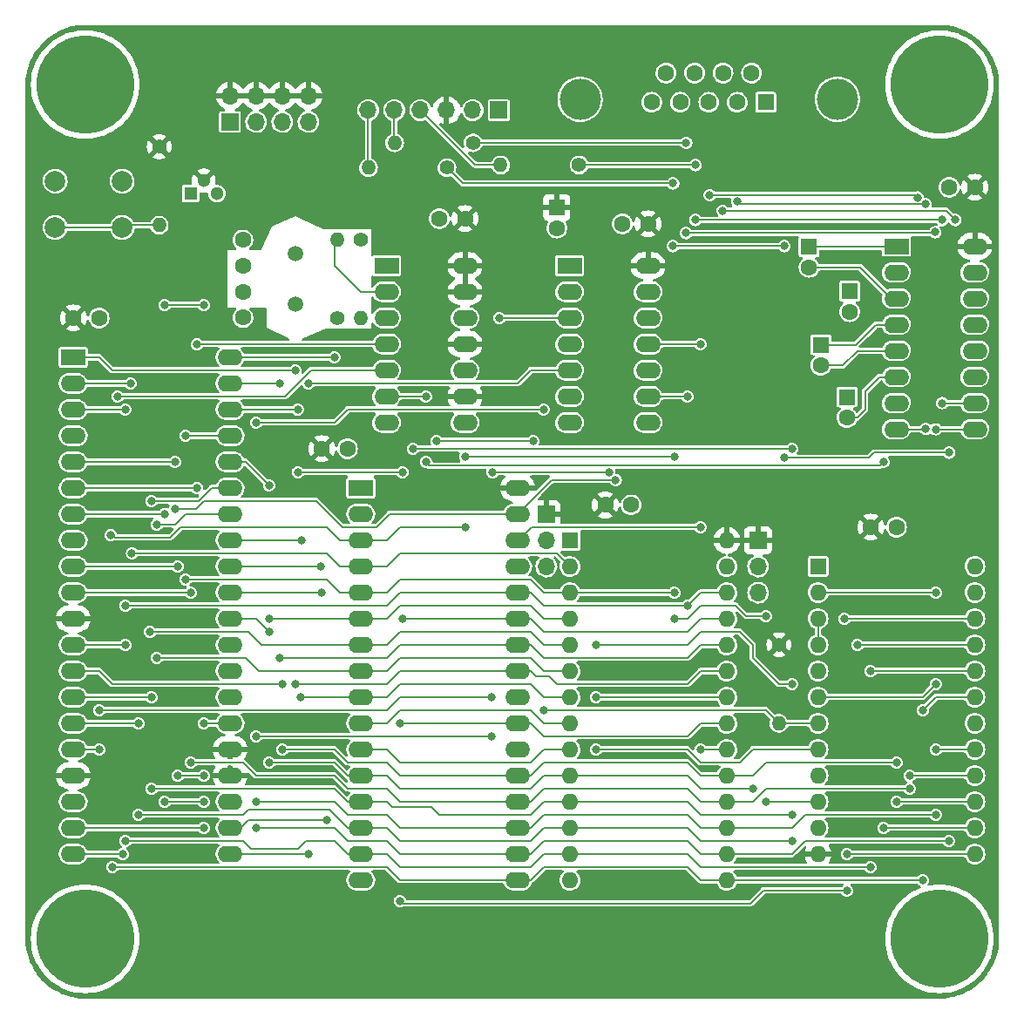
<source format=gtl>
G04 #@! TF.GenerationSoftware,KiCad,Pcbnew,(6.0.1)*
G04 #@! TF.CreationDate,2022-09-17T13:46:00-04:00*
G04 #@! TF.ProjectId,SIMPLE-Z80,53494d50-4c45-42d5-9a38-302e6b696361,1*
G04 #@! TF.SameCoordinates,Original*
G04 #@! TF.FileFunction,Copper,L1,Top*
G04 #@! TF.FilePolarity,Positive*
%FSLAX46Y46*%
G04 Gerber Fmt 4.6, Leading zero omitted, Abs format (unit mm)*
G04 Created by KiCad (PCBNEW (6.0.1)) date 2022-09-17 13:46:00*
%MOMM*%
%LPD*%
G01*
G04 APERTURE LIST*
G04 #@! TA.AperFunction,ComponentPad*
%ADD10C,4.000000*%
G04 #@! TD*
G04 #@! TA.AperFunction,ComponentPad*
%ADD11R,1.600000X1.600000*%
G04 #@! TD*
G04 #@! TA.AperFunction,ComponentPad*
%ADD12C,1.600000*%
G04 #@! TD*
G04 #@! TA.AperFunction,ComponentPad*
%ADD13R,2.400000X1.600000*%
G04 #@! TD*
G04 #@! TA.AperFunction,ComponentPad*
%ADD14O,2.400000X1.600000*%
G04 #@! TD*
G04 #@! TA.AperFunction,ComponentPad*
%ADD15C,1.400000*%
G04 #@! TD*
G04 #@! TA.AperFunction,ComponentPad*
%ADD16O,1.400000X1.400000*%
G04 #@! TD*
G04 #@! TA.AperFunction,ComponentPad*
%ADD17C,9.525000*%
G04 #@! TD*
G04 #@! TA.AperFunction,ComponentPad*
%ADD18R,1.700000X1.700000*%
G04 #@! TD*
G04 #@! TA.AperFunction,ComponentPad*
%ADD19O,1.700000X1.700000*%
G04 #@! TD*
G04 #@! TA.AperFunction,ComponentPad*
%ADD20O,1.600000X1.600000*%
G04 #@! TD*
G04 #@! TA.AperFunction,ComponentPad*
%ADD21R,1.300000X1.300000*%
G04 #@! TD*
G04 #@! TA.AperFunction,ComponentPad*
%ADD22C,1.300000*%
G04 #@! TD*
G04 #@! TA.AperFunction,ComponentPad*
%ADD23C,2.000000*%
G04 #@! TD*
G04 #@! TA.AperFunction,ComponentPad*
%ADD24C,1.500000*%
G04 #@! TD*
G04 #@! TA.AperFunction,ViaPad*
%ADD25C,0.800000*%
G04 #@! TD*
G04 #@! TA.AperFunction,Conductor*
%ADD26C,0.203200*%
G04 #@! TD*
G04 APERTURE END LIST*
D10*
X143237000Y-51769844D03*
X168237000Y-51769844D03*
D11*
X161277000Y-52069844D03*
D12*
X158507000Y-52069844D03*
X155737000Y-52069844D03*
X152967000Y-52069844D03*
X150197000Y-52069844D03*
X159892000Y-49229844D03*
X157122000Y-49229844D03*
X154352000Y-49229844D03*
X151582000Y-49229844D03*
D13*
X173967000Y-66054844D03*
D14*
X173967000Y-68594844D03*
X173967000Y-71134844D03*
X173967000Y-73674844D03*
X173967000Y-76214844D03*
X173967000Y-78754844D03*
X173967000Y-81294844D03*
X173967000Y-83834844D03*
X181587000Y-83834844D03*
X181587000Y-81294844D03*
X181587000Y-78754844D03*
X181587000Y-76214844D03*
X181587000Y-73674844D03*
X181587000Y-71134844D03*
X181587000Y-68594844D03*
X181587000Y-66054844D03*
D12*
X120642000Y-85729844D03*
X118142000Y-85729844D03*
D15*
X119626000Y-73029844D03*
D16*
X119626000Y-65409844D03*
D15*
X102354000Y-56392844D03*
D16*
X102354000Y-64012844D03*
D12*
X96512000Y-73029844D03*
X94012000Y-73029844D03*
D17*
X95150000Y-50350000D03*
D15*
X162552000Y-104779844D03*
D16*
X162552000Y-112399844D03*
D12*
X129560000Y-63373000D03*
X132060000Y-63373000D03*
D15*
X130302000Y-58420000D03*
D16*
X122682000Y-58420000D03*
D13*
X124437000Y-67944844D03*
D14*
X124437000Y-70484844D03*
X124437000Y-73024844D03*
X124437000Y-75564844D03*
X124437000Y-78104844D03*
X124437000Y-80644844D03*
X124437000Y-83184844D03*
X132057000Y-83184844D03*
X132057000Y-80644844D03*
X132057000Y-78104844D03*
X132057000Y-75564844D03*
X132057000Y-73024844D03*
X132057000Y-70484844D03*
X132057000Y-67944844D03*
D18*
X109222000Y-53984844D03*
D19*
X109222000Y-51444844D03*
X111762000Y-53984844D03*
X111762000Y-51444844D03*
X114302000Y-53984844D03*
X114302000Y-51444844D03*
X116842000Y-53984844D03*
X116842000Y-51444844D03*
D12*
X148189000Y-91186000D03*
X145689000Y-91186000D03*
X110482000Y-70489844D03*
X110482000Y-72989844D03*
D13*
X93992000Y-76844844D03*
D14*
X93992000Y-79384844D03*
X93992000Y-81924844D03*
X93992000Y-84464844D03*
X93992000Y-87004844D03*
X93992000Y-89544844D03*
X93992000Y-92084844D03*
X93992000Y-94624844D03*
X93992000Y-97164844D03*
X93992000Y-99704844D03*
X93992000Y-102244844D03*
X93992000Y-104784844D03*
X93992000Y-107324844D03*
X93992000Y-109864844D03*
X93992000Y-112404844D03*
X93992000Y-114944844D03*
X93992000Y-117484844D03*
X93992000Y-120024844D03*
X93992000Y-122564844D03*
X93992000Y-125104844D03*
X109232000Y-125104844D03*
X109232000Y-122564844D03*
X109232000Y-120024844D03*
X109232000Y-117484844D03*
X109232000Y-114944844D03*
X109232000Y-112404844D03*
X109232000Y-109864844D03*
X109232000Y-107324844D03*
X109232000Y-104784844D03*
X109232000Y-102244844D03*
X109232000Y-99704844D03*
X109232000Y-97164844D03*
X109232000Y-94624844D03*
X109232000Y-92084844D03*
X109232000Y-89544844D03*
X109232000Y-87004844D03*
X109232000Y-84464844D03*
X109232000Y-81924844D03*
X109232000Y-79384844D03*
X109232000Y-76844844D03*
D11*
X165481000Y-66100888D03*
D12*
X165481000Y-68100888D03*
X110482000Y-67949844D03*
X110482000Y-65449844D03*
D11*
X166362000Y-97159844D03*
D20*
X166362000Y-99699844D03*
X166362000Y-102239844D03*
X166362000Y-104779844D03*
X166362000Y-107319844D03*
X166362000Y-109859844D03*
X166362000Y-112399844D03*
X166362000Y-114939844D03*
X166362000Y-117479844D03*
X166362000Y-120019844D03*
X166362000Y-122559844D03*
X166362000Y-125099844D03*
X181602000Y-125099844D03*
X181602000Y-122559844D03*
X181602000Y-120019844D03*
X181602000Y-117479844D03*
X181602000Y-114939844D03*
X181602000Y-112399844D03*
X181602000Y-109859844D03*
X181602000Y-107319844D03*
X181602000Y-104779844D03*
X181602000Y-102239844D03*
X181602000Y-99699844D03*
X181602000Y-97159844D03*
D11*
X166624000Y-75625888D03*
D12*
X166624000Y-77625888D03*
X179090000Y-60325000D03*
X181590000Y-60325000D03*
D17*
X95150000Y-133350000D03*
D18*
X135342000Y-52829844D03*
D19*
X132802000Y-52829844D03*
X130262000Y-52829844D03*
X127722000Y-52829844D03*
X125182000Y-52829844D03*
X122642000Y-52829844D03*
D21*
X105402000Y-60943844D03*
D22*
X106672000Y-59673844D03*
X107942000Y-60943844D03*
D13*
X121932000Y-89539844D03*
D14*
X121932000Y-92079844D03*
X121932000Y-94619844D03*
X121932000Y-97159844D03*
X121932000Y-99699844D03*
X121932000Y-102239844D03*
X121932000Y-104779844D03*
X121932000Y-107319844D03*
X121932000Y-109859844D03*
X121932000Y-112399844D03*
X121932000Y-114939844D03*
X121932000Y-117479844D03*
X121932000Y-120019844D03*
X121932000Y-122559844D03*
X121932000Y-125099844D03*
X121932000Y-127639844D03*
X137172000Y-127639844D03*
X137172000Y-125099844D03*
X137172000Y-122559844D03*
X137172000Y-120019844D03*
X137172000Y-117479844D03*
X137172000Y-114939844D03*
X137172000Y-112399844D03*
X137172000Y-109859844D03*
X137172000Y-107319844D03*
X137172000Y-104779844D03*
X137172000Y-102239844D03*
X137172000Y-99699844D03*
X137172000Y-97159844D03*
X137172000Y-94619844D03*
X137172000Y-92079844D03*
X137172000Y-89539844D03*
D23*
X92246000Y-59730844D03*
X98746000Y-59730844D03*
X92246000Y-64230844D03*
X98746000Y-64230844D03*
D11*
X142252000Y-94629844D03*
D20*
X142252000Y-97169844D03*
X142252000Y-99709844D03*
X142252000Y-102249844D03*
X142252000Y-104789844D03*
X142252000Y-107329844D03*
X142252000Y-109869844D03*
X142252000Y-112409844D03*
X142252000Y-114949844D03*
X142252000Y-117489844D03*
X142252000Y-120029844D03*
X142252000Y-122569844D03*
X142252000Y-125109844D03*
X142252000Y-127649844D03*
X157492000Y-127649844D03*
X157492000Y-125109844D03*
X157492000Y-122569844D03*
X157492000Y-120029844D03*
X157492000Y-117489844D03*
X157492000Y-114949844D03*
X157492000Y-112409844D03*
X157492000Y-109869844D03*
X157492000Y-107329844D03*
X157492000Y-104789844D03*
X157492000Y-102249844D03*
X157492000Y-99709844D03*
X157492000Y-97169844D03*
X157492000Y-94629844D03*
D17*
X178150000Y-50350000D03*
D12*
X147340000Y-63881000D03*
X149840000Y-63881000D03*
D15*
X143129000Y-58166000D03*
D16*
X135509000Y-58166000D03*
D18*
X139954000Y-92090000D03*
D19*
X139954000Y-94630000D03*
X139954000Y-97170000D03*
D17*
X178150000Y-133350000D03*
D11*
X140970000Y-62290888D03*
D12*
X140970000Y-64290888D03*
D11*
X169164000Y-80705888D03*
D12*
X169164000Y-82705888D03*
D15*
X121912000Y-65409844D03*
D16*
X121912000Y-73029844D03*
D13*
X142217000Y-67944844D03*
D14*
X142217000Y-70484844D03*
X142217000Y-73024844D03*
X142217000Y-75564844D03*
X142217000Y-78104844D03*
X142217000Y-80644844D03*
X142217000Y-83184844D03*
X149837000Y-83184844D03*
X149837000Y-80644844D03*
X149837000Y-78104844D03*
X149837000Y-75564844D03*
X149837000Y-73024844D03*
X149837000Y-70484844D03*
X149837000Y-67944844D03*
D15*
X132842000Y-56007000D03*
D16*
X125222000Y-56007000D03*
D24*
X115562000Y-66769844D03*
X115562000Y-71649844D03*
D12*
X173982000Y-93349844D03*
X171482000Y-93349844D03*
D18*
X160528000Y-94630000D03*
D19*
X160528000Y-97170000D03*
X160528000Y-99710000D03*
D11*
X169418000Y-70418888D03*
D12*
X169418000Y-72418888D03*
D25*
X115562000Y-108589844D03*
X115562000Y-78109844D03*
X99705500Y-95889844D03*
X99560000Y-79379844D03*
X99052000Y-81919844D03*
X153662000Y-80649844D03*
X99052000Y-100969844D03*
X153662000Y-100969844D03*
X132080000Y-86487000D03*
X97636500Y-94111844D03*
X132084844Y-93349844D03*
X152400000Y-86487000D03*
X103878000Y-86999844D03*
X103878000Y-91571844D03*
X146695500Y-88762500D03*
X111752000Y-122559844D03*
X102862000Y-92079844D03*
X102862000Y-120019844D03*
X106672000Y-120019844D03*
X179062000Y-123829844D03*
X176522000Y-111129844D03*
X97782000Y-126369844D03*
X176522000Y-127639844D03*
X104132000Y-97159844D03*
X111752000Y-120019844D03*
X177792000Y-114939844D03*
X106672000Y-117479844D03*
X104132000Y-117479844D03*
X177792000Y-121289844D03*
X175252000Y-118749844D03*
X105402000Y-99699844D03*
X105402000Y-116209844D03*
X175252000Y-117479844D03*
X113022000Y-116209844D03*
X113022000Y-103509844D03*
X160012000Y-118749844D03*
X118102000Y-99699844D03*
X99052000Y-123829844D03*
X171442000Y-126369844D03*
X171442000Y-107319844D03*
X99052000Y-104779844D03*
X118000880Y-97159844D03*
X173982000Y-116209844D03*
X114292000Y-114939844D03*
X114292000Y-108589844D03*
X173982000Y-120019844D03*
X116178500Y-94619844D03*
X116070000Y-109859844D03*
X101592000Y-109859844D03*
X101592000Y-118749844D03*
X163822000Y-121289844D03*
X168902000Y-102239844D03*
X102100000Y-106049844D03*
X102100000Y-93095844D03*
X100322000Y-121289844D03*
X163822000Y-123829844D03*
X100322000Y-112399844D03*
X170172000Y-104779844D03*
X101446500Y-103509844D03*
X101592000Y-90809844D03*
X113022000Y-89285844D03*
X113022000Y-102239844D03*
X144772000Y-104779844D03*
X163822000Y-108589844D03*
X152392000Y-99699844D03*
X152392000Y-102239844D03*
X104894000Y-98429844D03*
X161282000Y-120019844D03*
X104894000Y-84459844D03*
X161282000Y-101985844D03*
X125976000Y-88015844D03*
X125976000Y-102239844D03*
X115811000Y-81924844D03*
X115816000Y-88015844D03*
X114038000Y-106049844D03*
X114038000Y-79379844D03*
X119372000Y-76839844D03*
X125722000Y-112399844D03*
X106018500Y-75569957D03*
X163822000Y-85729844D03*
X126992000Y-85729844D03*
X106018500Y-89539844D03*
X106672000Y-71759844D03*
X106672000Y-112399844D03*
X102862000Y-71759844D03*
X139692000Y-111129844D03*
X96512000Y-111129844D03*
X96512000Y-114939844D03*
X134612000Y-109859844D03*
X177792000Y-99699844D03*
X177742005Y-64697839D03*
X153543000Y-64774844D03*
X153543000Y-56007000D03*
X177782000Y-83834844D03*
X154432000Y-63500000D03*
X178427000Y-63504844D03*
X154432000Y-58166000D03*
X178417000Y-81294844D03*
X177792000Y-108589844D03*
X152273000Y-66040000D03*
X179089011Y-86106000D03*
X163068000Y-86614000D03*
X152273000Y-59944000D03*
X163068000Y-66040000D03*
X139692000Y-81919844D03*
X106672000Y-122559844D03*
X111752000Y-83189844D03*
X98798000Y-125099844D03*
X98290000Y-80649844D03*
X116832000Y-125099844D03*
X116832000Y-79379844D03*
X169156000Y-125099844D03*
X125722000Y-129671844D03*
X169156000Y-128655844D03*
X129278000Y-84967844D03*
X118610000Y-121797844D03*
X138676000Y-84967844D03*
X144772000Y-114939844D03*
X134612000Y-113669844D03*
X111752000Y-113669844D03*
X176830343Y-83813228D03*
X158496000Y-61722000D03*
X176784000Y-61962344D03*
X176022000Y-61322500D03*
X155829000Y-61087000D03*
X157099000Y-62611000D03*
X179697000Y-63504844D03*
X128262000Y-80649844D03*
X128262000Y-86999844D03*
X172712000Y-122559844D03*
X172712000Y-86999844D03*
X146042000Y-88015844D03*
X144772000Y-109859844D03*
X134720500Y-88011000D03*
X135374000Y-73029844D03*
X154932000Y-93337000D03*
X154932000Y-75569844D03*
X154942000Y-114949844D03*
D26*
X154942000Y-107329844D02*
X157492000Y-107329844D01*
X124452000Y-108589844D02*
X115562000Y-108589844D01*
X125722000Y-107319844D02*
X124452000Y-108589844D01*
X138930000Y-107827844D02*
X140200000Y-107827844D01*
X140200000Y-107827844D02*
X140962000Y-108589844D01*
X137172000Y-107319844D02*
X138422000Y-107319844D01*
X115562000Y-78109844D02*
X97782000Y-78109844D01*
X153662000Y-108589844D02*
X154932000Y-107319844D01*
X140962000Y-108589844D02*
X153662000Y-108589844D01*
X96507000Y-76844844D02*
X93992000Y-76844844D01*
X97782000Y-78109844D02*
X96512000Y-76839844D01*
X138422000Y-107319844D02*
X138930000Y-107827844D01*
X137172000Y-107319844D02*
X125722000Y-107319844D01*
X96512000Y-76839844D02*
X96507000Y-76844844D01*
X154932000Y-107319844D02*
X154942000Y-107329844D01*
X140967156Y-95885000D02*
X142252000Y-97169844D01*
X99560000Y-79379844D02*
X99555000Y-79384844D01*
X121932000Y-97159844D02*
X119880000Y-97159844D01*
X137541000Y-95885000D02*
X140967156Y-95885000D01*
X99560000Y-95889844D02*
X118610000Y-95889844D01*
X137536156Y-95889844D02*
X125722000Y-95889844D01*
X125722000Y-95889844D02*
X124452000Y-97159844D01*
X124452000Y-97159844D02*
X121932000Y-97159844D01*
X99555000Y-79384844D02*
X93992000Y-79384844D01*
X137536156Y-95889844D02*
X137541000Y-95885000D01*
X118610000Y-95889844D02*
X119880000Y-97159844D01*
X125722000Y-99699844D02*
X124452000Y-100969844D01*
X137172000Y-99699844D02*
X125722000Y-99699844D01*
X153657000Y-80644844D02*
X153662000Y-80649844D01*
X99052000Y-81919844D02*
X99047000Y-81924844D01*
X99052000Y-100969844D02*
X124452000Y-100969844D01*
X153662000Y-100969844D02*
X154932000Y-99699844D01*
X149837000Y-80644844D02*
X153657000Y-80644844D01*
X137172000Y-99699844D02*
X138422000Y-99699844D01*
X99047000Y-81924844D02*
X93992000Y-81924844D01*
X154932000Y-99699844D02*
X154942000Y-99709844D01*
X139692000Y-100969844D02*
X153662000Y-100969844D01*
X138422000Y-99699844D02*
X139692000Y-100969844D01*
X154942000Y-99709844D02*
X157492000Y-99709844D01*
X97782000Y-94111844D02*
X97636500Y-94111844D01*
X124452000Y-94619844D02*
X125722000Y-93349844D01*
X119880000Y-94619844D02*
X124452000Y-94619844D01*
X118610000Y-93349844D02*
X119880000Y-94619844D01*
X98036000Y-94365844D02*
X97782000Y-94111844D01*
X103370000Y-94365844D02*
X98036000Y-94365844D01*
X118610000Y-93349844D02*
X104386000Y-93349844D01*
X132080000Y-86487000D02*
X152400000Y-86487000D01*
X125722000Y-93349844D02*
X132084844Y-93349844D01*
X104386000Y-93349844D02*
X103370000Y-94365844D01*
X146695500Y-88762500D02*
X140489344Y-88762500D01*
X117594000Y-90809844D02*
X120134000Y-93349844D01*
X105904216Y-91571844D02*
X106666216Y-90809844D01*
X124706000Y-92079844D02*
X123436000Y-93349844D01*
X120134000Y-93349844D02*
X123436000Y-93349844D01*
X117594000Y-90809844D02*
X106666216Y-90809844D01*
X93992000Y-87004844D02*
X103873000Y-87004844D01*
X103873000Y-87004844D02*
X103878000Y-86999844D01*
X137172000Y-92079844D02*
X124706000Y-92079844D01*
X105904216Y-91571844D02*
X103878000Y-91571844D01*
X137172000Y-92079844D02*
X140489344Y-88762500D01*
X153662000Y-123829844D02*
X154942000Y-125109844D01*
X111752000Y-122559844D02*
X119372000Y-122559844D01*
X93992000Y-92084844D02*
X102857000Y-92084844D01*
X120642000Y-123829844D02*
X119372000Y-122559844D01*
X124452000Y-123829844D02*
X120642000Y-123829844D01*
X165092000Y-123829844D02*
X179062000Y-123829844D01*
X106672000Y-120019844D02*
X102862000Y-120019844D01*
X163812000Y-125109844D02*
X165092000Y-123829844D01*
X137172000Y-125099844D02*
X125722000Y-125099844D01*
X139692000Y-123829844D02*
X153662000Y-123829844D01*
X125722000Y-125099844D02*
X124452000Y-123829844D01*
X137172000Y-125099844D02*
X138422000Y-125099844D01*
X154942000Y-125109844D02*
X157492000Y-125109844D01*
X102857000Y-92084844D02*
X102862000Y-92079844D01*
X157492000Y-125109844D02*
X163812000Y-125109844D01*
X138422000Y-125099844D02*
X139692000Y-123829844D01*
X124452000Y-126369844D02*
X125722000Y-127639844D01*
X181602000Y-109859844D02*
X177792000Y-109859844D01*
X125722000Y-127639844D02*
X137172000Y-127639844D01*
X137172000Y-127639844D02*
X138422000Y-127639844D01*
X153662000Y-126369844D02*
X154942000Y-127649844D01*
X157492000Y-127649844D02*
X176512000Y-127649844D01*
X177792000Y-109859844D02*
X176522000Y-111129844D01*
X97782000Y-126369844D02*
X124452000Y-126369844D01*
X154942000Y-127649844D02*
X157492000Y-127649844D01*
X139692000Y-126369844D02*
X153662000Y-126369844D01*
X138422000Y-127639844D02*
X139692000Y-126369844D01*
X176512000Y-127649844D02*
X176522000Y-127639844D01*
X163812000Y-122569844D02*
X165092000Y-121289844D01*
X137172000Y-122559844D02*
X125722000Y-122559844D01*
X177792000Y-114939844D02*
X181602000Y-114939844D01*
X165092000Y-121289844D02*
X177792000Y-121289844D01*
X157492000Y-122569844D02*
X163812000Y-122569844D01*
X139692000Y-121289844D02*
X153662000Y-121289844D01*
X106672000Y-117479844D02*
X104132000Y-117479844D01*
X154942000Y-122569844D02*
X157492000Y-122569844D01*
X138422000Y-122559844D02*
X139692000Y-121289844D01*
X119372000Y-120019844D02*
X111752000Y-120019844D01*
X125722000Y-122559844D02*
X124452000Y-121289844D01*
X124452000Y-121289844D02*
X120642000Y-121289844D01*
X104127000Y-97164844D02*
X104132000Y-97159844D01*
X153662000Y-121289844D02*
X154942000Y-122569844D01*
X93992000Y-97164844D02*
X104127000Y-97164844D01*
X137172000Y-122559844D02*
X138422000Y-122559844D01*
X120642000Y-121289844D02*
X119372000Y-120019844D01*
X139692000Y-118749844D02*
X153662000Y-118749844D01*
X111752000Y-117479844D02*
X110482000Y-116209844D01*
X153662000Y-118749844D02*
X154942000Y-120029844D01*
X125722000Y-120019844D02*
X124452000Y-118749844D01*
X160022000Y-120029844D02*
X157492000Y-120029844D01*
X137172000Y-120019844D02*
X138422000Y-120019844D01*
X110482000Y-116209844D02*
X105402000Y-116209844D01*
X105397000Y-99704844D02*
X93992000Y-99704844D01*
X161302000Y-118749844D02*
X160022000Y-120029844D01*
X137172000Y-120019844D02*
X125722000Y-120019844D01*
X105402000Y-99699844D02*
X105397000Y-99704844D01*
X124452000Y-118749844D02*
X120642000Y-118749844D01*
X154942000Y-120029844D02*
X157492000Y-120029844D01*
X175252000Y-118749844D02*
X161302000Y-118749844D01*
X119372000Y-117479844D02*
X111752000Y-117479844D01*
X175252000Y-117479844D02*
X181602000Y-117479844D01*
X120642000Y-118749844D02*
X119372000Y-117479844D01*
X138422000Y-120019844D02*
X139692000Y-118749844D01*
X154932000Y-118749844D02*
X160012000Y-118749844D01*
X109232000Y-102244844D02*
X111757000Y-102244844D01*
X119372000Y-116209844D02*
X113022000Y-116209844D01*
X138422000Y-118749844D02*
X125722000Y-118749844D01*
X142252000Y-117489844D02*
X153672000Y-117489844D01*
X111757000Y-102244844D02*
X113022000Y-103509844D01*
X142252000Y-117489844D02*
X139682000Y-117489844D01*
X139682000Y-117489844D02*
X138422000Y-118749844D01*
X125722000Y-118749844D02*
X124452000Y-117479844D01*
X120642000Y-117479844D02*
X119372000Y-116209844D01*
X124452000Y-117479844D02*
X121932000Y-117479844D01*
X153672000Y-117489844D02*
X154932000Y-118749844D01*
X121932000Y-117479844D02*
X120642000Y-117479844D01*
X142252000Y-114949844D02*
X139682000Y-114949844D01*
X118097000Y-99704844D02*
X118102000Y-99699844D01*
X124452000Y-114939844D02*
X121932000Y-114939844D01*
X109232000Y-99704844D02*
X118097000Y-99704844D01*
X139682000Y-114949844D02*
X138422000Y-116209844D01*
X125722000Y-116209844D02*
X124452000Y-114939844D01*
X138422000Y-116209844D02*
X125722000Y-116209844D01*
X125722000Y-126369844D02*
X124452000Y-125099844D01*
X116578000Y-123829844D02*
X119372000Y-123829844D01*
X138422000Y-126369844D02*
X125722000Y-126369844D01*
X171442000Y-126369844D02*
X154932000Y-126369844D01*
X119372000Y-123829844D02*
X120642000Y-125099844D01*
X99052000Y-104779844D02*
X99047000Y-104784844D01*
X124452000Y-125099844D02*
X121932000Y-125099844D01*
X153652000Y-125109844D02*
X142252000Y-125109844D01*
X110482000Y-123829844D02*
X111244000Y-124591844D01*
X99052000Y-123829844D02*
X110482000Y-123829844D01*
X99047000Y-104784844D02*
X93992000Y-104784844D01*
X111244000Y-124591844D02*
X115816000Y-124591844D01*
X181602000Y-107319844D02*
X171442000Y-107319844D01*
X120642000Y-125099844D02*
X121932000Y-125099844D01*
X115816000Y-124591844D02*
X116578000Y-123829844D01*
X142252000Y-125109844D02*
X139682000Y-125109844D01*
X153662000Y-125099844D02*
X153652000Y-125109844D01*
X154932000Y-126369844D02*
X153662000Y-125099844D01*
X139682000Y-125109844D02*
X138422000Y-126369844D01*
X139702000Y-112409844D02*
X138422000Y-111129844D01*
X142252000Y-112409844D02*
X139702000Y-112409844D01*
X138422000Y-111129844D02*
X125722000Y-111129844D01*
X124452000Y-112399844D02*
X125722000Y-111129844D01*
X109232000Y-97164844D02*
X117995880Y-97164844D01*
X121932000Y-112399844D02*
X124452000Y-112399844D01*
X117995880Y-97164844D02*
X118000880Y-97159844D01*
X154942000Y-117489844D02*
X153662000Y-116209844D01*
X119372000Y-114939844D02*
X114292000Y-114939844D01*
X173982000Y-116209844D02*
X161282000Y-116209844D01*
X96517000Y-107324844D02*
X93992000Y-107324844D01*
X137172000Y-117479844D02*
X125722000Y-117479844D01*
X157492000Y-117489844D02*
X154942000Y-117489844D01*
X120642000Y-116209844D02*
X119372000Y-114939844D01*
X138422000Y-117479844D02*
X137172000Y-117479844D01*
X161282000Y-116209844D02*
X160002000Y-117489844D01*
X97782000Y-108589844D02*
X96517000Y-107324844D01*
X124452000Y-116209844D02*
X120642000Y-116209844D01*
X139692000Y-116209844D02*
X138422000Y-117479844D01*
X160002000Y-117489844D02*
X157492000Y-117489844D01*
X125722000Y-117479844D02*
X124452000Y-116209844D01*
X153662000Y-116209844D02*
X139692000Y-116209844D01*
X173982000Y-120019844D02*
X181602000Y-120019844D01*
X114292000Y-108589844D02*
X97782000Y-108589844D01*
X121932000Y-109859844D02*
X116070000Y-109859844D01*
X124452000Y-109859844D02*
X125722000Y-108589844D01*
X116173500Y-94624844D02*
X116178500Y-94619844D01*
X109232000Y-94624844D02*
X116173500Y-94624844D01*
X139702000Y-109869844D02*
X138422000Y-108589844D01*
X138422000Y-108589844D02*
X125722000Y-108589844D01*
X121932000Y-109859844D02*
X124452000Y-109859844D01*
X142252000Y-109869844D02*
X139702000Y-109869844D01*
X138422000Y-121289844D02*
X139682000Y-120029844D01*
X181602000Y-102239844D02*
X168902000Y-102239844D01*
X154932000Y-121289844D02*
X153662000Y-120019844D01*
X120642000Y-120019844D02*
X119372000Y-118749844D01*
X101587000Y-109864844D02*
X101592000Y-109859844D01*
X121932000Y-120019844D02*
X124452000Y-120019844D01*
X124452000Y-120019844D02*
X124960000Y-120527844D01*
X93992000Y-109864844D02*
X101587000Y-109864844D01*
X153652000Y-120029844D02*
X142252000Y-120029844D01*
X119372000Y-118749844D02*
X101592000Y-118749844D01*
X139682000Y-120029844D02*
X142252000Y-120029844D01*
X128770000Y-120527844D02*
X129532000Y-121289844D01*
X129532000Y-121289844D02*
X138422000Y-121289844D01*
X163822000Y-121289844D02*
X154932000Y-121289844D01*
X153662000Y-120019844D02*
X153652000Y-120029844D01*
X124960000Y-120527844D02*
X128770000Y-120527844D01*
X121932000Y-120019844D02*
X120642000Y-120019844D01*
X110736000Y-106049844D02*
X102100000Y-106049844D01*
X124452000Y-107319844D02*
X121932000Y-107319844D01*
X138422000Y-106049844D02*
X125722000Y-106049844D01*
X142252000Y-107329844D02*
X139702000Y-107329844D01*
X109232000Y-92084844D02*
X104889000Y-92084844D01*
X139702000Y-107329844D02*
X138422000Y-106049844D01*
X125722000Y-106049844D02*
X124452000Y-107319844D01*
X112006000Y-107319844D02*
X110736000Y-106049844D01*
X104889000Y-92084844D02*
X103878000Y-93095844D01*
X103878000Y-93095844D02*
X102100000Y-93095844D01*
X121932000Y-107319844D02*
X112006000Y-107319844D01*
X93992000Y-112404844D02*
X100317000Y-112404844D01*
X139682000Y-122569844D02*
X138422000Y-123829844D01*
X100317000Y-112404844D02*
X100322000Y-112399844D01*
X120642000Y-122559844D02*
X121932000Y-122559844D01*
X118864000Y-120781844D02*
X120642000Y-122559844D01*
X170172000Y-104779844D02*
X181602000Y-104779844D01*
X110990000Y-120781844D02*
X118864000Y-120781844D01*
X124452000Y-122559844D02*
X121932000Y-122559844D01*
X154932000Y-123829844D02*
X163822000Y-123829844D01*
X153672000Y-122569844D02*
X154932000Y-123829844D01*
X110482000Y-121289844D02*
X110990000Y-120781844D01*
X138422000Y-123829844D02*
X125722000Y-123829844D01*
X100322000Y-121289844D02*
X110482000Y-121289844D01*
X153652000Y-122569844D02*
X153672000Y-122569844D01*
X142252000Y-122569844D02*
X153652000Y-122569844D01*
X125722000Y-123829844D02*
X124452000Y-122559844D01*
X142252000Y-122569844D02*
X139682000Y-122569844D01*
X107434000Y-89539844D02*
X107439000Y-89544844D01*
X138422000Y-103509844D02*
X125722000Y-103509844D01*
X125722000Y-103509844D02*
X124452000Y-104779844D01*
X101592000Y-90809844D02*
X106164000Y-90809844D01*
X112260000Y-104779844D02*
X121932000Y-104779844D01*
X142252000Y-104789844D02*
X139702000Y-104789844D01*
X139702000Y-104789844D02*
X138422000Y-103509844D01*
X106164000Y-90809844D02*
X107434000Y-89539844D01*
X124452000Y-104779844D02*
X121932000Y-104779844D01*
X107439000Y-89544844D02*
X109232000Y-89544844D01*
X101446500Y-103509844D02*
X110990000Y-103509844D01*
X112260000Y-104779844D02*
X110990000Y-103509844D01*
X113022000Y-89285844D02*
X110741000Y-87004844D01*
X154932000Y-103509844D02*
X158742000Y-103509844D01*
X124452000Y-102239844D02*
X121932000Y-102239844D01*
X160012000Y-104779844D02*
X160012000Y-106049844D01*
X142252000Y-102249844D02*
X139702000Y-102249844D01*
X153662000Y-104779844D02*
X154932000Y-103509844D01*
X162552000Y-108589844D02*
X163822000Y-108589844D01*
X113022000Y-102239844D02*
X121932000Y-102239844D01*
X138422000Y-100969844D02*
X125722000Y-100969844D01*
X139702000Y-102249844D02*
X138422000Y-100969844D01*
X110741000Y-87004844D02*
X109232000Y-87004844D01*
X125722000Y-100969844D02*
X124452000Y-102239844D01*
X160012000Y-106049844D02*
X162552000Y-108589844D01*
X144772000Y-104779844D02*
X153662000Y-104779844D01*
X158742000Y-103509844D02*
X160012000Y-104779844D01*
X152392000Y-102239844D02*
X153662000Y-102239844D01*
X121932000Y-99699844D02*
X119880000Y-99699844D01*
X125722000Y-98429844D02*
X138422000Y-98429844D01*
X121932000Y-99699844D02*
X124452000Y-99699844D01*
X138422000Y-98429844D02*
X139702000Y-99709844D01*
X142252000Y-99709844D02*
X152382000Y-99709844D01*
X152382000Y-99709844D02*
X152392000Y-99699844D01*
X118610000Y-98429844D02*
X104894000Y-98429844D01*
X124452000Y-99699844D02*
X125722000Y-98429844D01*
X153662000Y-102239844D02*
X154932000Y-100969844D01*
X104894000Y-84459844D02*
X104899000Y-84464844D01*
X158364156Y-100969844D02*
X154932000Y-100969844D01*
X104899000Y-84464844D02*
X109232000Y-84464844D01*
X119880000Y-99699844D02*
X118610000Y-98429844D01*
X139702000Y-99709844D02*
X142252000Y-99709844D01*
X161282000Y-101985844D02*
X159380156Y-101985844D01*
X159380156Y-101985844D02*
X158364156Y-100969844D01*
X166362000Y-120019844D02*
X161282000Y-120019844D01*
X154932000Y-102239844D02*
X154942000Y-102249844D01*
X125976000Y-88015844D02*
X115816000Y-88015844D01*
X109232000Y-81924844D02*
X115811000Y-81924844D01*
X137172000Y-102239844D02*
X138422000Y-102239844D01*
X154942000Y-102249844D02*
X157492000Y-102249844D01*
X153662000Y-103509844D02*
X154932000Y-102239844D01*
X137172000Y-102239844D02*
X125976000Y-102239844D01*
X138422000Y-102239844D02*
X139692000Y-103509844D01*
X139692000Y-103509844D02*
X153662000Y-103509844D01*
X154942000Y-104789844D02*
X157492000Y-104789844D01*
X154932000Y-104779844D02*
X154942000Y-104789844D01*
X114033000Y-79384844D02*
X109232000Y-79384844D01*
X153662000Y-106049844D02*
X154932000Y-104779844D01*
X139692000Y-106049844D02*
X153662000Y-106049844D01*
X137172000Y-104779844D02*
X125722000Y-104779844D01*
X138422000Y-104779844D02*
X139692000Y-106049844D01*
X125722000Y-104779844D02*
X124452000Y-106049844D01*
X114038000Y-79379844D02*
X114033000Y-79384844D01*
X137172000Y-104779844D02*
X138422000Y-104779844D01*
X124452000Y-106049844D02*
X114038000Y-106049844D01*
X109232000Y-76844844D02*
X119367000Y-76844844D01*
X138422000Y-112399844D02*
X139692000Y-113669844D01*
X119367000Y-76844844D02*
X119372000Y-76839844D01*
X154942000Y-112409844D02*
X157492000Y-112409844D01*
X154932000Y-112399844D02*
X154942000Y-112409844D01*
X153662000Y-113669844D02*
X154932000Y-112399844D01*
X137172000Y-112399844D02*
X138422000Y-112399844D01*
X137172000Y-112399844D02*
X125722000Y-112399844D01*
X139692000Y-113669844D02*
X153662000Y-113669844D01*
X106018500Y-89539844D02*
X106013500Y-89544844D01*
X124437000Y-75564844D02*
X106023613Y-75564844D01*
X163822000Y-85729844D02*
X126992000Y-85729844D01*
X106023613Y-75564844D02*
X106018500Y-75569957D01*
X106013500Y-89544844D02*
X93992000Y-89544844D01*
X166362000Y-104779844D02*
X166362000Y-102239844D01*
X102354000Y-64012844D02*
X98964000Y-64012844D01*
X106677000Y-112404844D02*
X106672000Y-112399844D01*
X106672000Y-71759844D02*
X102862000Y-71759844D01*
X109232000Y-112404844D02*
X106677000Y-112404844D01*
X92246000Y-64230844D02*
X98746000Y-64230844D01*
X165481000Y-66100888D02*
X173920956Y-66100888D01*
X173496844Y-71134844D02*
X170462888Y-68100888D01*
X170462888Y-68100888D02*
X165481000Y-68100888D01*
X171943156Y-73674844D02*
X173967000Y-73674844D01*
X166624000Y-75625888D02*
X169992112Y-75625888D01*
X169992112Y-75625888D02*
X171943156Y-73674844D01*
X170165156Y-76214844D02*
X173967000Y-76214844D01*
X168754112Y-77625888D02*
X170165156Y-76214844D01*
X166624000Y-77625888D02*
X168754112Y-77625888D01*
X119372000Y-67949844D02*
X121907000Y-70484844D01*
X119372000Y-65409844D02*
X119372000Y-67949844D01*
X121907000Y-70484844D02*
X124437000Y-70484844D01*
X162552000Y-112399844D02*
X166362000Y-112399844D01*
X134612000Y-109859844D02*
X125722000Y-109859844D01*
X161282000Y-111129844D02*
X139692000Y-111129844D01*
X96507000Y-114944844D02*
X96512000Y-114939844D01*
X124452000Y-111129844D02*
X96512000Y-111129844D01*
X93992000Y-114944844D02*
X96507000Y-114944844D01*
X162552000Y-112399844D02*
X161282000Y-111129844D01*
X125722000Y-109859844D02*
X124452000Y-111129844D01*
X153543000Y-64774844D02*
X177665000Y-64774844D01*
X177782000Y-83834844D02*
X181587000Y-83834844D01*
X132842000Y-56007000D02*
X153543000Y-56007000D01*
X177646489Y-64793355D02*
X177742005Y-64697839D01*
X166362000Y-99699844D02*
X177792000Y-99699844D01*
X177792000Y-108589844D02*
X176522000Y-109859844D01*
X168392312Y-63500000D02*
X154432000Y-63500000D01*
X181587000Y-81294844D02*
X178417000Y-81294844D01*
X168397156Y-63504844D02*
X178427000Y-63504844D01*
X176522000Y-109859844D02*
X166362000Y-109859844D01*
X168397156Y-63504844D02*
X168392312Y-63500000D01*
X143129000Y-58166000D02*
X154432000Y-58166000D01*
X130302000Y-58420000D02*
X131834000Y-59952000D01*
X171831000Y-86106000D02*
X179089011Y-86106000D01*
X171323000Y-86614000D02*
X171831000Y-86106000D01*
X163068000Y-86614000D02*
X171323000Y-86614000D01*
X152273000Y-59944000D02*
X131826000Y-59944000D01*
X163068000Y-66040000D02*
X152273000Y-66040000D01*
X106667000Y-122564844D02*
X106672000Y-122559844D01*
X111752000Y-83189844D02*
X119372000Y-83189844D01*
X120642000Y-81919844D02*
X139692000Y-81919844D01*
X93992000Y-122564844D02*
X106667000Y-122564844D01*
X119372000Y-83189844D02*
X120642000Y-81919844D01*
X93992000Y-125104844D02*
X98793000Y-125104844D01*
X117091000Y-78104844D02*
X114546000Y-80649844D01*
X98544000Y-80649844D02*
X98290000Y-80649844D01*
X98793000Y-125104844D02*
X98798000Y-125099844D01*
X117091000Y-78104844D02*
X124437000Y-78104844D01*
X114546000Y-80649844D02*
X98544000Y-80649844D01*
X116832000Y-79379844D02*
X137152000Y-79379844D01*
X137152000Y-79379844D02*
X138427000Y-78104844D01*
X109232000Y-125104844D02*
X116827000Y-125104844D01*
X116827000Y-125104844D02*
X116832000Y-125099844D01*
X138427000Y-78104844D02*
X142217000Y-78104844D01*
X161028000Y-128655844D02*
X159758000Y-129925844D01*
X110223000Y-122564844D02*
X110990000Y-121797844D01*
X125976000Y-129925844D02*
X125722000Y-129671844D01*
X110990000Y-121797844D02*
X118610000Y-121797844D01*
X129278000Y-84967844D02*
X138676000Y-84967844D01*
X159758000Y-129925844D02*
X125976000Y-129925844D01*
X181602000Y-125099844D02*
X169156000Y-125099844D01*
X169156000Y-128655844D02*
X161028000Y-128655844D01*
X170151112Y-82705888D02*
X170942000Y-81915000D01*
X172324156Y-78754844D02*
X170942000Y-80137000D01*
X169164000Y-82705888D02*
X170151112Y-82705888D01*
X170942000Y-80137000D02*
X170942000Y-81915000D01*
X173967000Y-78754844D02*
X172324156Y-78754844D01*
X166362000Y-114939844D02*
X160012000Y-114939844D01*
X158742000Y-116209844D02*
X154932000Y-116209844D01*
X134612000Y-113669844D02*
X111752000Y-113669844D01*
X153662000Y-114939844D02*
X144772000Y-114939844D01*
X154932000Y-116209844D02*
X153662000Y-114939844D01*
X160012000Y-114939844D02*
X158742000Y-116209844D01*
X127722000Y-52829844D02*
X133058156Y-58166000D01*
X133058156Y-58166000D02*
X135509000Y-58166000D01*
X125182000Y-52829844D02*
X125182000Y-55967000D01*
X176770333Y-61976011D02*
X158750011Y-61976011D01*
X158750011Y-61976011D02*
X158496000Y-61722000D01*
X176770333Y-61976011D02*
X176784000Y-61962344D01*
X176808727Y-83834844D02*
X176830343Y-83813228D01*
X173967000Y-83834844D02*
X176808727Y-83834844D01*
X155847511Y-61068489D02*
X155829000Y-61087000D01*
X176022000Y-61322500D02*
X175767989Y-61068489D01*
X175767989Y-61068489D02*
X155847511Y-61068489D01*
X157103844Y-62615844D02*
X157099000Y-62611000D01*
X178808000Y-62615844D02*
X179697000Y-63504844D01*
X157103844Y-62615844D02*
X178808000Y-62615844D01*
X172354355Y-87357489D02*
X172712000Y-86999844D01*
X181602000Y-122559844D02*
X172712000Y-122559844D01*
X128542511Y-87357489D02*
X172354355Y-87357489D01*
X128262000Y-80649844D02*
X128257000Y-80644844D01*
X128524000Y-87376000D02*
X128542511Y-87357489D01*
X128262000Y-87114000D02*
X128524000Y-87376000D01*
X128262000Y-86999844D02*
X128262000Y-87114000D01*
X128257000Y-80644844D02*
X124437000Y-80644844D01*
X157492000Y-109869844D02*
X144782000Y-109869844D01*
X144782000Y-109869844D02*
X144772000Y-109859844D01*
X134725344Y-88015844D02*
X134720500Y-88011000D01*
X134725344Y-88015844D02*
X146042000Y-88015844D01*
X135379000Y-73024844D02*
X135374000Y-73029844D01*
X135379000Y-73024844D02*
X142217000Y-73024844D01*
X149837000Y-75564844D02*
X154927000Y-75564844D01*
X154927000Y-75564844D02*
X154932000Y-75569844D01*
X157492000Y-114949844D02*
X154942000Y-114949844D01*
X138565000Y-93337000D02*
X154932000Y-93337000D01*
X137282156Y-94619844D02*
X138565000Y-93337000D01*
X122642000Y-52829844D02*
X122642000Y-58380000D01*
G04 #@! TA.AperFunction,Conductor*
G36*
X178130552Y-44555237D02*
G01*
X178135808Y-44555246D01*
X178149636Y-44558426D01*
X178163476Y-44555294D01*
X178177664Y-44555319D01*
X178177664Y-44555373D01*
X178185941Y-44554612D01*
X178324710Y-44560065D01*
X178599862Y-44570876D01*
X178609724Y-44571652D01*
X179051907Y-44623987D01*
X179061679Y-44625535D01*
X179284288Y-44669814D01*
X179498393Y-44712403D01*
X179507994Y-44714708D01*
X179795412Y-44795768D01*
X179936540Y-44835570D01*
X179945949Y-44838627D01*
X180363696Y-44992742D01*
X180372833Y-44996527D01*
X180777202Y-45182943D01*
X180786007Y-45187430D01*
X181174504Y-45404999D01*
X181182940Y-45410168D01*
X181553164Y-45657543D01*
X181561152Y-45663347D01*
X181708564Y-45779557D01*
X181910831Y-45939012D01*
X181918354Y-45945437D01*
X182006221Y-46026660D01*
X182245333Y-46247693D01*
X182252307Y-46254667D01*
X182418467Y-46434418D01*
X182554563Y-46581646D01*
X182560988Y-46589169D01*
X182836647Y-46938840D01*
X182842457Y-46946836D01*
X182850342Y-46958638D01*
X183089832Y-47317060D01*
X183095001Y-47325496D01*
X183312570Y-47713993D01*
X183317062Y-47722808D01*
X183503472Y-48127164D01*
X183507258Y-48136304D01*
X183661373Y-48554051D01*
X183664430Y-48563460D01*
X183785292Y-48992006D01*
X183787597Y-49001607D01*
X183828977Y-49209637D01*
X183874465Y-49438321D01*
X183876013Y-49448093D01*
X183928348Y-49890276D01*
X183929124Y-49900138D01*
X183945365Y-50313482D01*
X183944603Y-50321620D01*
X183944779Y-50321620D01*
X183944754Y-50335805D01*
X183941574Y-50349636D01*
X183944706Y-50363477D01*
X183944698Y-50367994D01*
X183946800Y-50386809D01*
X183946800Y-133312609D01*
X183944763Y-133330552D01*
X183944754Y-133335808D01*
X183941574Y-133349636D01*
X183944706Y-133363476D01*
X183944681Y-133377664D01*
X183944627Y-133377664D01*
X183945388Y-133385943D01*
X183929124Y-133799862D01*
X183928348Y-133809724D01*
X183876013Y-134251907D01*
X183874465Y-134261679D01*
X183787599Y-134698386D01*
X183785292Y-134707994D01*
X183782424Y-134718165D01*
X183664430Y-135136540D01*
X183661373Y-135145949D01*
X183507258Y-135563696D01*
X183503472Y-135572836D01*
X183317062Y-135977192D01*
X183312570Y-135986007D01*
X183095001Y-136374504D01*
X183089832Y-136382940D01*
X182848993Y-136743382D01*
X182842462Y-136753156D01*
X182836647Y-136761160D01*
X182560988Y-137110831D01*
X182554563Y-137118354D01*
X182418467Y-137265582D01*
X182252307Y-137445333D01*
X182245333Y-137452307D01*
X182115634Y-137572200D01*
X181918354Y-137754563D01*
X181910831Y-137760988D01*
X181733925Y-137900450D01*
X181561152Y-138036653D01*
X181553164Y-138042457D01*
X181312518Y-138203251D01*
X181182940Y-138289832D01*
X181174504Y-138295001D01*
X180786007Y-138512570D01*
X180777202Y-138517057D01*
X180372836Y-138703472D01*
X180363696Y-138707258D01*
X179945949Y-138861373D01*
X179936540Y-138864430D01*
X179795412Y-138904232D01*
X179507994Y-138985292D01*
X179498393Y-138987597D01*
X179284288Y-139030186D01*
X179061679Y-139074465D01*
X179051907Y-139076013D01*
X178609724Y-139128348D01*
X178599862Y-139129124D01*
X178186518Y-139145365D01*
X178178380Y-139144603D01*
X178178380Y-139144779D01*
X178164195Y-139144754D01*
X178150364Y-139141574D01*
X178136523Y-139144706D01*
X178132006Y-139144698D01*
X178113191Y-139146800D01*
X95187391Y-139146800D01*
X95169448Y-139144763D01*
X95164192Y-139144754D01*
X95150364Y-139141574D01*
X95136524Y-139144706D01*
X95122336Y-139144681D01*
X95122336Y-139144627D01*
X95114059Y-139145388D01*
X94975290Y-139139935D01*
X94700138Y-139129124D01*
X94690276Y-139128348D01*
X94248093Y-139076013D01*
X94238321Y-139074465D01*
X94015712Y-139030186D01*
X93801607Y-138987597D01*
X93792006Y-138985292D01*
X93504588Y-138904232D01*
X93363460Y-138864430D01*
X93354051Y-138861373D01*
X92936304Y-138707258D01*
X92927164Y-138703472D01*
X92522798Y-138517057D01*
X92513993Y-138512570D01*
X92125496Y-138295001D01*
X92117060Y-138289832D01*
X91987482Y-138203251D01*
X91746836Y-138042457D01*
X91738848Y-138036653D01*
X91566075Y-137900450D01*
X91389169Y-137760988D01*
X91381646Y-137754563D01*
X91184366Y-137572200D01*
X91054667Y-137452307D01*
X91047693Y-137445333D01*
X90881533Y-137265582D01*
X90745437Y-137118354D01*
X90739012Y-137110831D01*
X90463353Y-136761160D01*
X90457538Y-136753156D01*
X90451008Y-136743382D01*
X90210168Y-136382940D01*
X90204999Y-136374504D01*
X89987430Y-135986007D01*
X89982938Y-135977192D01*
X89796528Y-135572836D01*
X89792742Y-135563696D01*
X89638627Y-135145949D01*
X89635570Y-135136540D01*
X89517576Y-134718165D01*
X89514708Y-134707994D01*
X89512401Y-134698386D01*
X89425535Y-134261679D01*
X89423987Y-134251907D01*
X89371652Y-133809724D01*
X89370876Y-133799862D01*
X89354635Y-133386518D01*
X89355397Y-133378380D01*
X89355221Y-133378380D01*
X89355246Y-133364195D01*
X89358426Y-133350364D01*
X89358344Y-133350000D01*
X89873978Y-133350000D01*
X89874098Y-133352748D01*
X89893836Y-133804812D01*
X89894055Y-133809836D01*
X89894416Y-133812575D01*
X89952902Y-134256819D01*
X89954133Y-134266172D01*
X90053754Y-134715535D01*
X90192161Y-135154506D01*
X90368300Y-135579743D01*
X90580831Y-135988011D01*
X90828136Y-136376202D01*
X91108333Y-136741362D01*
X91419289Y-137080711D01*
X91758638Y-137391667D01*
X91760800Y-137393326D01*
X91760806Y-137393331D01*
X91833300Y-137448957D01*
X92123798Y-137671864D01*
X92511989Y-137919169D01*
X92920257Y-138131700D01*
X93345494Y-138307839D01*
X93348114Y-138308665D01*
X93348122Y-138308668D01*
X93781835Y-138445417D01*
X93781840Y-138445418D01*
X93784465Y-138446246D01*
X94233828Y-138545867D01*
X94236548Y-138546225D01*
X94236553Y-138546226D01*
X94407423Y-138568721D01*
X94690164Y-138605945D01*
X94692913Y-138606065D01*
X94692924Y-138606066D01*
X95147252Y-138625902D01*
X95150000Y-138626022D01*
X95152748Y-138625902D01*
X95607076Y-138606066D01*
X95607087Y-138606065D01*
X95609836Y-138605945D01*
X95892577Y-138568721D01*
X96063447Y-138546226D01*
X96063452Y-138546225D01*
X96066172Y-138545867D01*
X96515535Y-138446246D01*
X96518160Y-138445418D01*
X96518165Y-138445417D01*
X96951878Y-138308668D01*
X96951886Y-138308665D01*
X96954506Y-138307839D01*
X97379743Y-138131700D01*
X97788011Y-137919169D01*
X98176202Y-137671864D01*
X98466700Y-137448957D01*
X98539194Y-137393331D01*
X98539200Y-137393326D01*
X98541362Y-137391667D01*
X98880711Y-137080711D01*
X99191667Y-136741362D01*
X99471864Y-136376202D01*
X99719169Y-135988011D01*
X99931700Y-135579743D01*
X100107839Y-135154506D01*
X100246246Y-134715535D01*
X100345867Y-134266172D01*
X100347099Y-134256819D01*
X100405584Y-133812575D01*
X100405945Y-133809836D01*
X100406165Y-133804812D01*
X100425902Y-133352748D01*
X100426022Y-133350000D01*
X100405945Y-132890164D01*
X100345867Y-132433828D01*
X100246246Y-131984465D01*
X100107839Y-131545494D01*
X99931700Y-131120257D01*
X99719169Y-130711989D01*
X99471864Y-130323798D01*
X99205218Y-129976298D01*
X99193331Y-129960806D01*
X99193326Y-129960800D01*
X99191667Y-129958638D01*
X98880711Y-129619289D01*
X98541362Y-129308333D01*
X98539200Y-129306674D01*
X98539194Y-129306669D01*
X98334421Y-129149542D01*
X98176202Y-129028136D01*
X97788011Y-128780831D01*
X97379743Y-128568300D01*
X97369459Y-128564040D01*
X97264377Y-128520514D01*
X96954506Y-128392161D01*
X96951886Y-128391335D01*
X96951878Y-128391332D01*
X96518165Y-128254583D01*
X96518160Y-128254582D01*
X96515535Y-128253754D01*
X96066172Y-128154133D01*
X96063452Y-128153775D01*
X96063447Y-128153774D01*
X95892577Y-128131279D01*
X95609836Y-128094055D01*
X95607087Y-128093935D01*
X95607076Y-128093934D01*
X95152748Y-128074098D01*
X95150000Y-128073978D01*
X95147252Y-128074098D01*
X94692924Y-128093934D01*
X94692913Y-128093935D01*
X94690164Y-128094055D01*
X94407423Y-128131279D01*
X94236553Y-128153774D01*
X94236548Y-128153775D01*
X94233828Y-128154133D01*
X93784465Y-128253754D01*
X93781840Y-128254582D01*
X93781835Y-128254583D01*
X93348122Y-128391332D01*
X93348114Y-128391335D01*
X93345494Y-128392161D01*
X93035623Y-128520514D01*
X92930542Y-128564040D01*
X92920257Y-128568300D01*
X92511989Y-128780831D01*
X92123798Y-129028136D01*
X91965579Y-129149542D01*
X91760806Y-129306669D01*
X91760800Y-129306674D01*
X91758638Y-129308333D01*
X91419289Y-129619289D01*
X91108333Y-129958638D01*
X91106674Y-129960800D01*
X91106669Y-129960806D01*
X91094782Y-129976298D01*
X90828136Y-130323798D01*
X90580831Y-130711989D01*
X90368300Y-131120257D01*
X90192161Y-131545494D01*
X90053754Y-131984465D01*
X89954133Y-132433828D01*
X89894055Y-132890164D01*
X89873978Y-133350000D01*
X89358344Y-133350000D01*
X89355294Y-133336523D01*
X89355302Y-133332006D01*
X89353200Y-133313191D01*
X89353200Y-122614127D01*
X92584328Y-122614127D01*
X92614820Y-122815741D01*
X92617022Y-122821725D01*
X92617023Y-122821730D01*
X92681185Y-122996118D01*
X92685228Y-123007106D01*
X92792678Y-123180405D01*
X92797064Y-123185043D01*
X92908494Y-123302876D01*
X92932780Y-123328558D01*
X93099810Y-123445514D01*
X93286946Y-123526495D01*
X93318180Y-123533020D01*
X93481808Y-123567204D01*
X93481813Y-123567205D01*
X93486544Y-123568193D01*
X93491439Y-123568450D01*
X93491573Y-123568457D01*
X93491589Y-123568457D01*
X93493241Y-123568544D01*
X94442957Y-123568544D01*
X94545255Y-123558153D01*
X94588514Y-123553759D01*
X94588515Y-123553759D01*
X94594863Y-123553114D01*
X94789439Y-123492138D01*
X94804036Y-123484047D01*
X94880157Y-123441852D01*
X94967779Y-123393282D01*
X94973920Y-123388019D01*
X95048709Y-123323917D01*
X95122600Y-123260585D01*
X95153356Y-123220935D01*
X95213803Y-123143006D01*
X95247575Y-123099467D01*
X95250388Y-123093750D01*
X95250395Y-123093739D01*
X95325791Y-122940514D01*
X95373813Y-122888223D01*
X95438845Y-122870144D01*
X106087018Y-122870144D01*
X106155139Y-122890146D01*
X106186981Y-122919441D01*
X106236406Y-122983854D01*
X106236409Y-122983857D01*
X106241436Y-122990408D01*
X106367545Y-123087175D01*
X106424352Y-123110705D01*
X106506773Y-123144845D01*
X106506776Y-123144846D01*
X106514403Y-123148005D01*
X106672000Y-123168753D01*
X106680188Y-123167675D01*
X106821409Y-123149083D01*
X106829597Y-123148005D01*
X106837224Y-123144846D01*
X106837227Y-123144845D01*
X106919648Y-123110705D01*
X106976455Y-123087175D01*
X107102564Y-122990408D01*
X107110504Y-122980061D01*
X107172432Y-122899354D01*
X107199331Y-122864298D01*
X107230462Y-122789140D01*
X107257001Y-122725071D01*
X107257002Y-122725068D01*
X107260161Y-122717441D01*
X107280909Y-122559844D01*
X107260161Y-122402247D01*
X107255770Y-122391644D01*
X107227425Y-122323214D01*
X107199331Y-122255390D01*
X107136932Y-122174069D01*
X107107591Y-122135831D01*
X107107590Y-122135830D01*
X107102564Y-122129280D01*
X106976455Y-122032513D01*
X106886950Y-121995439D01*
X106837227Y-121974843D01*
X106837224Y-121974842D01*
X106829597Y-121971683D01*
X106672000Y-121950935D01*
X106514403Y-121971683D01*
X106506776Y-121974842D01*
X106506773Y-121974843D01*
X106457326Y-121995325D01*
X106367546Y-122032513D01*
X106293903Y-122089021D01*
X106263753Y-122112156D01*
X106241436Y-122129280D01*
X106236413Y-122135826D01*
X106236409Y-122135830D01*
X106179306Y-122210248D01*
X106121968Y-122252115D01*
X106079344Y-122259544D01*
X95437063Y-122259544D01*
X95368942Y-122239542D01*
X95322449Y-122185886D01*
X95318813Y-122177052D01*
X95300975Y-122128570D01*
X95298772Y-122122582D01*
X95291351Y-122110612D01*
X95235281Y-122020182D01*
X95191322Y-121949283D01*
X95083627Y-121835399D01*
X95055609Y-121805771D01*
X95055608Y-121805770D01*
X95051220Y-121801130D01*
X95044080Y-121796130D01*
X94970330Y-121744490D01*
X94884190Y-121684174D01*
X94697054Y-121603193D01*
X94617953Y-121586668D01*
X94502192Y-121562484D01*
X94502187Y-121562483D01*
X94497456Y-121561495D01*
X94492561Y-121561238D01*
X94492427Y-121561231D01*
X94492411Y-121561231D01*
X94490759Y-121561144D01*
X93541043Y-121561144D01*
X93489387Y-121566391D01*
X93395486Y-121575929D01*
X93395485Y-121575929D01*
X93389137Y-121576574D01*
X93194561Y-121637550D01*
X93016221Y-121736406D01*
X92861400Y-121869103D01*
X92857493Y-121874140D01*
X92857491Y-121874142D01*
X92853655Y-121879088D01*
X92736425Y-122030221D01*
X92646399Y-122213178D01*
X92644790Y-122219356D01*
X92644789Y-122219358D01*
X92596610Y-122404317D01*
X92596609Y-122404322D01*
X92595000Y-122410500D01*
X92594666Y-122416880D01*
X92585882Y-122584481D01*
X92584328Y-122614127D01*
X89353200Y-122614127D01*
X89353200Y-117751366D01*
X92309273Y-117751366D01*
X92356764Y-117928605D01*
X92360510Y-117938897D01*
X92452586Y-118136355D01*
X92458069Y-118145851D01*
X92583028Y-118324311D01*
X92590084Y-118332719D01*
X92744125Y-118486760D01*
X92752533Y-118493816D01*
X92930993Y-118618775D01*
X92940489Y-118624258D01*
X93137947Y-118716334D01*
X93148239Y-118720080D01*
X93358688Y-118776469D01*
X93369480Y-118778372D01*
X93417848Y-118782604D01*
X93483966Y-118808468D01*
X93525605Y-118865971D01*
X93529546Y-118936858D01*
X93494537Y-118998623D01*
X93431692Y-119031655D01*
X93419600Y-119033480D01*
X93416447Y-119033800D01*
X93395486Y-119035929D01*
X93395485Y-119035929D01*
X93389137Y-119036574D01*
X93194561Y-119097550D01*
X93016221Y-119196406D01*
X92861400Y-119329103D01*
X92857493Y-119334140D01*
X92857491Y-119334142D01*
X92841770Y-119354410D01*
X92736425Y-119490221D01*
X92646399Y-119673178D01*
X92644790Y-119679356D01*
X92644789Y-119679358D01*
X92596610Y-119864317D01*
X92596609Y-119864322D01*
X92595000Y-119870500D01*
X92594666Y-119876880D01*
X92585882Y-120044481D01*
X92584328Y-120074127D01*
X92614820Y-120275741D01*
X92617022Y-120281725D01*
X92617023Y-120281730D01*
X92681185Y-120456118D01*
X92685228Y-120467106D01*
X92688591Y-120472530D01*
X92688592Y-120472532D01*
X92727058Y-120534571D01*
X92792678Y-120640405D01*
X92797064Y-120645043D01*
X92905483Y-120759692D01*
X92932780Y-120788558D01*
X93099810Y-120905514D01*
X93286946Y-120986495D01*
X93315049Y-120992366D01*
X93481808Y-121027204D01*
X93481813Y-121027205D01*
X93486544Y-121028193D01*
X93491439Y-121028450D01*
X93491573Y-121028457D01*
X93491589Y-121028457D01*
X93493241Y-121028544D01*
X94442957Y-121028544D01*
X94545255Y-121018153D01*
X94588514Y-121013759D01*
X94588515Y-121013759D01*
X94594863Y-121013114D01*
X94789439Y-120952138D01*
X94804036Y-120944047D01*
X94880157Y-120901852D01*
X94967779Y-120853282D01*
X94973920Y-120848019D01*
X94990886Y-120833477D01*
X95122600Y-120720585D01*
X95133883Y-120706040D01*
X95194668Y-120627675D01*
X95247575Y-120559467D01*
X95337601Y-120376510D01*
X95340511Y-120365338D01*
X95387390Y-120185371D01*
X95387391Y-120185366D01*
X95389000Y-120179188D01*
X95396922Y-120028032D01*
X95397351Y-120019844D01*
X102253091Y-120019844D01*
X102273839Y-120177441D01*
X102276998Y-120185068D01*
X102276999Y-120185071D01*
X102303538Y-120249140D01*
X102334669Y-120324298D01*
X102360257Y-120357645D01*
X102423497Y-120440061D01*
X102431436Y-120450408D01*
X102557545Y-120547175D01*
X102614352Y-120570705D01*
X102696773Y-120604845D01*
X102696776Y-120604846D01*
X102704403Y-120608005D01*
X102862000Y-120628753D01*
X102870188Y-120627675D01*
X103011409Y-120609083D01*
X103019597Y-120608005D01*
X103027224Y-120604846D01*
X103027227Y-120604845D01*
X103109648Y-120570705D01*
X103166455Y-120547175D01*
X103292564Y-120450408D01*
X103300504Y-120440061D01*
X103350856Y-120374440D01*
X103408194Y-120332573D01*
X103450819Y-120325144D01*
X106083181Y-120325144D01*
X106151302Y-120345146D01*
X106183144Y-120374440D01*
X106233497Y-120440061D01*
X106241436Y-120450408D01*
X106367545Y-120547175D01*
X106424352Y-120570705D01*
X106506773Y-120604845D01*
X106506776Y-120604846D01*
X106514403Y-120608005D01*
X106672000Y-120628753D01*
X106680188Y-120627675D01*
X106821409Y-120609083D01*
X106829597Y-120608005D01*
X106837224Y-120604846D01*
X106837227Y-120604845D01*
X106919648Y-120570705D01*
X106976455Y-120547175D01*
X107102564Y-120450408D01*
X107110504Y-120440061D01*
X107173743Y-120357645D01*
X107199331Y-120324298D01*
X107230462Y-120249140D01*
X107257001Y-120185071D01*
X107257002Y-120185068D01*
X107260161Y-120177441D01*
X107280909Y-120019844D01*
X107260161Y-119862247D01*
X107251626Y-119841640D01*
X107227425Y-119783214D01*
X107199331Y-119715390D01*
X107136932Y-119634069D01*
X107107591Y-119595831D01*
X107107590Y-119595830D01*
X107102564Y-119589280D01*
X106976455Y-119492513D01*
X106886950Y-119455439D01*
X106837227Y-119434843D01*
X106837224Y-119434842D01*
X106829597Y-119431683D01*
X106672000Y-119410935D01*
X106514403Y-119431683D01*
X106506776Y-119434842D01*
X106506773Y-119434843D01*
X106457326Y-119455325D01*
X106367546Y-119492513D01*
X106293903Y-119549021D01*
X106263753Y-119572156D01*
X106241436Y-119589280D01*
X106236413Y-119595826D01*
X106183144Y-119665248D01*
X106125806Y-119707115D01*
X106083181Y-119714544D01*
X103450819Y-119714544D01*
X103382698Y-119694542D01*
X103350856Y-119665248D01*
X103297591Y-119595831D01*
X103297590Y-119595830D01*
X103292564Y-119589280D01*
X103166455Y-119492513D01*
X103076950Y-119455439D01*
X103027227Y-119434843D01*
X103027224Y-119434842D01*
X103019597Y-119431683D01*
X102862000Y-119410935D01*
X102704403Y-119431683D01*
X102696776Y-119434842D01*
X102696773Y-119434843D01*
X102647326Y-119455325D01*
X102557546Y-119492513D01*
X102483903Y-119549021D01*
X102453753Y-119572156D01*
X102431436Y-119589280D01*
X102334669Y-119715390D01*
X102306575Y-119783214D01*
X102282375Y-119841640D01*
X102273839Y-119862247D01*
X102253091Y-120019844D01*
X95397351Y-120019844D01*
X95399338Y-119981943D01*
X95399338Y-119981938D01*
X95399672Y-119975561D01*
X95369180Y-119773947D01*
X95366978Y-119767963D01*
X95366977Y-119767958D01*
X95300976Y-119588572D01*
X95300975Y-119588571D01*
X95298772Y-119582582D01*
X95191322Y-119409283D01*
X95083627Y-119295399D01*
X95055609Y-119265771D01*
X95055608Y-119265770D01*
X95051220Y-119261130D01*
X95044080Y-119256130D01*
X94972365Y-119205915D01*
X94884190Y-119144174D01*
X94697054Y-119063193D01*
X94682062Y-119060061D01*
X94546995Y-119031844D01*
X94484405Y-118998334D01*
X94449867Y-118936305D01*
X94454347Y-118865450D01*
X94496424Y-118808265D01*
X94561781Y-118782986D01*
X94614520Y-118778372D01*
X94625312Y-118776469D01*
X94835761Y-118720080D01*
X94846053Y-118716334D01*
X95043511Y-118624258D01*
X95053007Y-118618775D01*
X95231467Y-118493816D01*
X95239875Y-118486760D01*
X95393916Y-118332719D01*
X95400972Y-118324311D01*
X95525931Y-118145851D01*
X95531414Y-118136355D01*
X95623490Y-117938897D01*
X95627236Y-117928605D01*
X95673394Y-117756341D01*
X95673058Y-117742245D01*
X95665116Y-117738844D01*
X92324033Y-117738844D01*
X92310502Y-117742817D01*
X92309273Y-117751366D01*
X89353200Y-117751366D01*
X89353200Y-117479844D01*
X103523091Y-117479844D01*
X103543839Y-117637441D01*
X103546998Y-117645068D01*
X103546999Y-117645071D01*
X103573538Y-117709140D01*
X103604669Y-117784298D01*
X103631568Y-117819354D01*
X103693497Y-117900061D01*
X103701436Y-117910408D01*
X103827545Y-118007175D01*
X103884352Y-118030705D01*
X103966773Y-118064845D01*
X103966776Y-118064846D01*
X103974403Y-118068005D01*
X104132000Y-118088753D01*
X104140188Y-118087675D01*
X104281409Y-118069083D01*
X104289597Y-118068005D01*
X104297224Y-118064846D01*
X104297227Y-118064845D01*
X104379648Y-118030705D01*
X104436455Y-118007175D01*
X104562564Y-117910408D01*
X104570504Y-117900061D01*
X104620856Y-117834440D01*
X104678194Y-117792573D01*
X104720819Y-117785144D01*
X106083181Y-117785144D01*
X106151302Y-117805146D01*
X106183144Y-117834440D01*
X106233497Y-117900061D01*
X106241436Y-117910408D01*
X106367545Y-118007175D01*
X106424352Y-118030705D01*
X106506773Y-118064845D01*
X106506776Y-118064846D01*
X106514403Y-118068005D01*
X106672000Y-118088753D01*
X106680188Y-118087675D01*
X106821409Y-118069083D01*
X106829597Y-118068005D01*
X106837224Y-118064846D01*
X106837227Y-118064845D01*
X106919648Y-118030705D01*
X106976455Y-118007175D01*
X107102564Y-117910408D01*
X107110504Y-117900061D01*
X107172432Y-117819354D01*
X107199331Y-117784298D01*
X107230462Y-117709140D01*
X107257001Y-117645071D01*
X107257002Y-117645068D01*
X107260161Y-117637441D01*
X107280909Y-117479844D01*
X107260161Y-117322247D01*
X107255770Y-117311644D01*
X107226452Y-117240865D01*
X107199331Y-117175390D01*
X107136932Y-117094069D01*
X107107591Y-117055831D01*
X107107590Y-117055830D01*
X107102564Y-117049280D01*
X106976455Y-116952513D01*
X106886950Y-116915439D01*
X106837227Y-116894843D01*
X106837224Y-116894842D01*
X106829597Y-116891683D01*
X106672000Y-116870935D01*
X106514403Y-116891683D01*
X106506776Y-116894842D01*
X106506773Y-116894843D01*
X106457326Y-116915325D01*
X106367546Y-116952513D01*
X106360995Y-116957540D01*
X106252119Y-117041083D01*
X106241436Y-117049280D01*
X106236413Y-117055826D01*
X106183144Y-117125248D01*
X106125806Y-117167115D01*
X106083181Y-117174544D01*
X104720819Y-117174544D01*
X104652698Y-117154542D01*
X104620856Y-117125248D01*
X104567591Y-117055831D01*
X104567590Y-117055830D01*
X104562564Y-117049280D01*
X104436455Y-116952513D01*
X104346950Y-116915439D01*
X104297227Y-116894843D01*
X104297224Y-116894842D01*
X104289597Y-116891683D01*
X104132000Y-116870935D01*
X103974403Y-116891683D01*
X103966776Y-116894842D01*
X103966773Y-116894843D01*
X103917326Y-116915325D01*
X103827546Y-116952513D01*
X103820995Y-116957540D01*
X103712119Y-117041083D01*
X103701436Y-117049280D01*
X103604669Y-117175390D01*
X103577548Y-117240865D01*
X103548231Y-117311644D01*
X103543839Y-117322247D01*
X103523091Y-117479844D01*
X89353200Y-117479844D01*
X89353200Y-117213347D01*
X92310606Y-117213347D01*
X92310942Y-117227443D01*
X92318884Y-117230844D01*
X95659967Y-117230844D01*
X95673498Y-117226871D01*
X95674727Y-117218322D01*
X95627236Y-117041083D01*
X95623490Y-117030791D01*
X95531414Y-116833333D01*
X95525931Y-116823837D01*
X95400972Y-116645377D01*
X95393916Y-116636969D01*
X95239875Y-116482928D01*
X95231467Y-116475872D01*
X95053007Y-116350913D01*
X95043511Y-116345430D01*
X94846053Y-116253354D01*
X94835761Y-116249608D01*
X94625312Y-116193219D01*
X94614520Y-116191316D01*
X94566152Y-116187084D01*
X94500034Y-116161220D01*
X94458395Y-116103717D01*
X94454454Y-116032830D01*
X94489463Y-115971065D01*
X94552308Y-115938033D01*
X94564400Y-115936208D01*
X94577159Y-115934912D01*
X94588514Y-115933759D01*
X94588515Y-115933759D01*
X94594863Y-115933114D01*
X94789439Y-115872138D01*
X94804036Y-115864047D01*
X94880157Y-115821852D01*
X94967779Y-115773282D01*
X94973920Y-115768019D01*
X95048859Y-115703788D01*
X95122600Y-115640585D01*
X95128505Y-115632973D01*
X95213803Y-115523006D01*
X95247575Y-115479467D01*
X95250388Y-115473750D01*
X95250395Y-115473739D01*
X95325791Y-115320514D01*
X95373813Y-115268223D01*
X95438845Y-115250144D01*
X95927018Y-115250144D01*
X95995139Y-115270146D01*
X96026981Y-115299441D01*
X96076406Y-115363854D01*
X96076409Y-115363857D01*
X96081436Y-115370408D01*
X96207545Y-115467175D01*
X96264352Y-115490705D01*
X96346773Y-115524845D01*
X96346776Y-115524846D01*
X96354403Y-115528005D01*
X96512000Y-115548753D01*
X96520188Y-115547675D01*
X96661409Y-115529083D01*
X96669597Y-115528005D01*
X96677224Y-115524846D01*
X96677227Y-115524845D01*
X96759648Y-115490705D01*
X96816455Y-115467175D01*
X96942564Y-115370408D01*
X96950504Y-115360061D01*
X97010369Y-115282042D01*
X97039331Y-115244298D01*
X97100161Y-115097441D01*
X97120909Y-114939844D01*
X97100161Y-114782247D01*
X97090977Y-114760073D01*
X97067425Y-114703214D01*
X97039331Y-114635390D01*
X96976932Y-114554069D01*
X96947591Y-114515831D01*
X96947590Y-114515830D01*
X96942564Y-114509280D01*
X96816455Y-114412513D01*
X96726950Y-114375439D01*
X96677227Y-114354843D01*
X96677224Y-114354842D01*
X96669597Y-114351683D01*
X96512000Y-114330935D01*
X96354403Y-114351683D01*
X96346776Y-114354842D01*
X96346773Y-114354843D01*
X96297326Y-114375325D01*
X96207546Y-114412513D01*
X96187960Y-114427542D01*
X96092119Y-114501083D01*
X96081436Y-114509280D01*
X96076413Y-114515826D01*
X96076409Y-114515830D01*
X96019306Y-114590248D01*
X95961968Y-114632115D01*
X95919344Y-114639544D01*
X95437063Y-114639544D01*
X95368942Y-114619542D01*
X95322449Y-114565886D01*
X95318813Y-114557052D01*
X95303645Y-114515826D01*
X95298772Y-114502582D01*
X95291462Y-114490791D01*
X95235281Y-114400182D01*
X95191322Y-114329283D01*
X95083627Y-114215399D01*
X95055609Y-114185771D01*
X95055608Y-114185770D01*
X95051220Y-114181130D01*
X95044080Y-114176130D01*
X94991618Y-114139396D01*
X94884190Y-114064174D01*
X94697054Y-113983193D01*
X94617953Y-113966668D01*
X94502192Y-113942484D01*
X94502187Y-113942483D01*
X94497456Y-113941495D01*
X94492561Y-113941238D01*
X94492427Y-113941231D01*
X94492411Y-113941231D01*
X94490759Y-113941144D01*
X93541043Y-113941144D01*
X93523480Y-113942928D01*
X93395486Y-113955929D01*
X93395485Y-113955929D01*
X93389137Y-113956574D01*
X93194561Y-114017550D01*
X93016221Y-114116406D01*
X92861400Y-114249103D01*
X92857493Y-114254140D01*
X92857491Y-114254142D01*
X92839237Y-114277675D01*
X92736425Y-114410221D01*
X92646399Y-114593178D01*
X92644790Y-114599356D01*
X92644789Y-114599358D01*
X92596610Y-114784317D01*
X92596609Y-114784322D01*
X92595000Y-114790500D01*
X92590280Y-114880554D01*
X92584925Y-114982745D01*
X92584328Y-114994127D01*
X92614820Y-115195741D01*
X92617020Y-115201720D01*
X92617023Y-115201730D01*
X92681998Y-115378328D01*
X92685228Y-115387106D01*
X92688591Y-115392530D01*
X92688592Y-115392532D01*
X92719851Y-115442947D01*
X92792678Y-115560405D01*
X92797064Y-115565043D01*
X92905068Y-115679253D01*
X92932780Y-115708558D01*
X93099810Y-115825514D01*
X93286946Y-115906495D01*
X93293196Y-115907801D01*
X93293197Y-115907801D01*
X93437005Y-115937844D01*
X93499595Y-115971354D01*
X93534133Y-116033383D01*
X93529653Y-116104238D01*
X93487576Y-116161423D01*
X93422219Y-116186702D01*
X93369480Y-116191316D01*
X93358688Y-116193219D01*
X93148239Y-116249608D01*
X93137947Y-116253354D01*
X92940489Y-116345430D01*
X92930993Y-116350913D01*
X92752533Y-116475872D01*
X92744125Y-116482928D01*
X92590084Y-116636969D01*
X92583028Y-116645377D01*
X92458069Y-116823837D01*
X92452586Y-116833333D01*
X92360510Y-117030791D01*
X92356764Y-117041083D01*
X92310606Y-117213347D01*
X89353200Y-117213347D01*
X89353200Y-112454127D01*
X92584328Y-112454127D01*
X92614820Y-112655741D01*
X92617022Y-112661725D01*
X92617023Y-112661730D01*
X92681185Y-112836118D01*
X92685228Y-112847106D01*
X92792678Y-113020405D01*
X92797064Y-113025043D01*
X92863773Y-113095585D01*
X92932780Y-113168558D01*
X93099810Y-113285514D01*
X93286946Y-113366495D01*
X93318180Y-113373020D01*
X93481808Y-113407204D01*
X93481813Y-113407205D01*
X93486544Y-113408193D01*
X93491439Y-113408450D01*
X93491573Y-113408457D01*
X93491589Y-113408457D01*
X93493241Y-113408544D01*
X94442957Y-113408544D01*
X94515716Y-113401153D01*
X94588514Y-113393759D01*
X94588515Y-113393759D01*
X94594863Y-113393114D01*
X94789439Y-113332138D01*
X94804036Y-113324047D01*
X94880157Y-113281852D01*
X94967779Y-113233282D01*
X94973920Y-113228019D01*
X95048709Y-113163917D01*
X95122600Y-113100585D01*
X95139342Y-113079002D01*
X95212376Y-112984845D01*
X95247575Y-112939467D01*
X95250388Y-112933750D01*
X95250395Y-112933739D01*
X95325791Y-112780514D01*
X95373813Y-112728223D01*
X95438845Y-112710144D01*
X99737018Y-112710144D01*
X99805139Y-112730146D01*
X99836981Y-112759441D01*
X99886406Y-112823854D01*
X99886409Y-112823857D01*
X99891436Y-112830408D01*
X100017545Y-112927175D01*
X100087587Y-112956187D01*
X100156773Y-112984845D01*
X100156776Y-112984846D01*
X100164403Y-112988005D01*
X100322000Y-113008753D01*
X100330188Y-113007675D01*
X100471409Y-112989083D01*
X100479597Y-112988005D01*
X100487224Y-112984846D01*
X100487227Y-112984845D01*
X100556413Y-112956187D01*
X100626455Y-112927175D01*
X100752564Y-112830408D01*
X100760504Y-112820061D01*
X100814010Y-112750330D01*
X100849331Y-112704298D01*
X100880462Y-112629140D01*
X100907001Y-112565071D01*
X100907002Y-112565068D01*
X100910161Y-112557441D01*
X100930909Y-112399844D01*
X100910161Y-112242247D01*
X100900977Y-112220073D01*
X100877425Y-112163214D01*
X100849331Y-112095390D01*
X100789221Y-112017052D01*
X100757591Y-111975831D01*
X100757590Y-111975830D01*
X100752564Y-111969280D01*
X100626455Y-111872513D01*
X100536950Y-111835439D01*
X100487227Y-111814843D01*
X100487224Y-111814842D01*
X100479597Y-111811683D01*
X100322000Y-111790935D01*
X100164403Y-111811683D01*
X100156776Y-111814842D01*
X100156773Y-111814843D01*
X100107326Y-111835325D01*
X100017546Y-111872513D01*
X99989799Y-111893804D01*
X99913753Y-111952156D01*
X99891436Y-111969280D01*
X99886413Y-111975826D01*
X99886409Y-111975830D01*
X99829306Y-112050248D01*
X99771968Y-112092115D01*
X99729344Y-112099544D01*
X95437063Y-112099544D01*
X95368942Y-112079542D01*
X95322449Y-112025886D01*
X95318813Y-112017052D01*
X95300975Y-111968570D01*
X95298772Y-111962582D01*
X95293415Y-111953941D01*
X95235281Y-111860182D01*
X95191322Y-111789283D01*
X95137230Y-111732083D01*
X95055609Y-111645771D01*
X95055608Y-111645770D01*
X95051220Y-111641130D01*
X95044080Y-111636130D01*
X94991618Y-111599396D01*
X94884190Y-111524174D01*
X94697054Y-111443193D01*
X94604220Y-111423799D01*
X94502192Y-111402484D01*
X94502187Y-111402483D01*
X94497456Y-111401495D01*
X94492561Y-111401238D01*
X94492427Y-111401231D01*
X94492411Y-111401231D01*
X94490759Y-111401144D01*
X93541043Y-111401144D01*
X93489387Y-111406391D01*
X93395486Y-111415929D01*
X93395485Y-111415929D01*
X93389137Y-111416574D01*
X93194561Y-111477550D01*
X93016221Y-111576406D01*
X92861400Y-111709103D01*
X92857493Y-111714140D01*
X92857491Y-111714142D01*
X92845603Y-111729468D01*
X92736425Y-111870221D01*
X92646399Y-112053178D01*
X92644790Y-112059356D01*
X92644789Y-112059358D01*
X92596610Y-112244317D01*
X92596609Y-112244322D01*
X92595000Y-112250500D01*
X92594666Y-112256880D01*
X92584925Y-112442745D01*
X92584328Y-112454127D01*
X89353200Y-112454127D01*
X89353200Y-109914127D01*
X92584328Y-109914127D01*
X92614820Y-110115741D01*
X92617022Y-110121725D01*
X92617023Y-110121730D01*
X92681185Y-110296118D01*
X92685228Y-110307106D01*
X92792678Y-110480405D01*
X92797064Y-110485043D01*
X92908494Y-110602876D01*
X92932780Y-110628558D01*
X93099810Y-110745514D01*
X93286946Y-110826495D01*
X93315049Y-110832366D01*
X93481808Y-110867204D01*
X93481813Y-110867205D01*
X93486544Y-110868193D01*
X93491439Y-110868450D01*
X93491573Y-110868457D01*
X93491589Y-110868457D01*
X93493241Y-110868544D01*
X94442957Y-110868544D01*
X94545255Y-110858153D01*
X94588514Y-110853759D01*
X94588515Y-110853759D01*
X94594863Y-110853114D01*
X94789439Y-110792138D01*
X94804036Y-110784047D01*
X94880157Y-110741852D01*
X94967779Y-110693282D01*
X94973920Y-110688019D01*
X95048709Y-110623917D01*
X95122600Y-110560585D01*
X95143661Y-110533434D01*
X95212376Y-110444845D01*
X95247575Y-110399467D01*
X95250388Y-110393750D01*
X95250395Y-110393739D01*
X95325791Y-110240514D01*
X95373813Y-110188223D01*
X95438845Y-110170144D01*
X101007018Y-110170144D01*
X101075139Y-110190146D01*
X101106981Y-110219441D01*
X101156406Y-110283854D01*
X101156409Y-110283857D01*
X101161436Y-110290408D01*
X101287545Y-110387175D01*
X101344352Y-110410705D01*
X101426773Y-110444845D01*
X101426776Y-110444846D01*
X101434403Y-110448005D01*
X101592000Y-110468753D01*
X101600188Y-110467675D01*
X101741409Y-110449083D01*
X101749597Y-110448005D01*
X101757224Y-110444846D01*
X101757227Y-110444845D01*
X101839648Y-110410705D01*
X101896455Y-110387175D01*
X102022564Y-110290408D01*
X102030504Y-110280061D01*
X102090364Y-110202049D01*
X102119331Y-110164298D01*
X102150462Y-110089140D01*
X102177001Y-110025071D01*
X102177002Y-110025068D01*
X102180161Y-110017441D01*
X102200909Y-109859844D01*
X102180161Y-109702247D01*
X102168440Y-109673948D01*
X102141979Y-109610067D01*
X102119331Y-109555390D01*
X102056932Y-109474069D01*
X102027591Y-109435831D01*
X102027590Y-109435830D01*
X102022564Y-109429280D01*
X101896455Y-109332513D01*
X101806950Y-109295439D01*
X101757227Y-109274843D01*
X101757224Y-109274842D01*
X101749597Y-109271683D01*
X101592000Y-109250935D01*
X101434403Y-109271683D01*
X101426776Y-109274842D01*
X101426773Y-109274843D01*
X101377326Y-109295325D01*
X101287546Y-109332513D01*
X101200283Y-109399472D01*
X101168788Y-109423639D01*
X101161436Y-109429280D01*
X101156413Y-109435826D01*
X101156409Y-109435830D01*
X101099306Y-109510248D01*
X101041968Y-109552115D01*
X100999344Y-109559544D01*
X95437063Y-109559544D01*
X95368942Y-109539542D01*
X95322449Y-109485886D01*
X95318813Y-109477052D01*
X95300975Y-109428570D01*
X95298772Y-109422582D01*
X95191322Y-109249283D01*
X95083627Y-109135399D01*
X95055609Y-109105771D01*
X95055608Y-109105770D01*
X95051220Y-109101130D01*
X95044080Y-109096130D01*
X94991618Y-109059396D01*
X94884190Y-108984174D01*
X94697054Y-108903193D01*
X94617953Y-108886668D01*
X94502192Y-108862484D01*
X94502187Y-108862483D01*
X94497456Y-108861495D01*
X94492561Y-108861238D01*
X94492427Y-108861231D01*
X94492411Y-108861231D01*
X94490759Y-108861144D01*
X93541043Y-108861144D01*
X93489387Y-108866391D01*
X93395486Y-108875929D01*
X93395485Y-108875929D01*
X93389137Y-108876574D01*
X93194561Y-108937550D01*
X93016221Y-109036406D01*
X92861400Y-109169103D01*
X92857493Y-109174140D01*
X92857491Y-109174142D01*
X92848096Y-109186254D01*
X92736425Y-109330221D01*
X92646399Y-109513178D01*
X92644790Y-109519356D01*
X92644789Y-109519358D01*
X92596610Y-109704317D01*
X92596609Y-109704322D01*
X92595000Y-109710500D01*
X92594666Y-109716880D01*
X92584925Y-109902745D01*
X92584328Y-109914127D01*
X89353200Y-109914127D01*
X89353200Y-102511366D01*
X92309273Y-102511366D01*
X92356764Y-102688605D01*
X92360510Y-102698897D01*
X92452586Y-102896355D01*
X92458069Y-102905851D01*
X92583028Y-103084311D01*
X92590084Y-103092719D01*
X92744125Y-103246760D01*
X92752533Y-103253816D01*
X92930993Y-103378775D01*
X92940489Y-103384258D01*
X93137947Y-103476334D01*
X93148239Y-103480080D01*
X93358688Y-103536469D01*
X93369480Y-103538372D01*
X93417848Y-103542604D01*
X93483966Y-103568468D01*
X93525605Y-103625971D01*
X93529546Y-103696858D01*
X93494537Y-103758623D01*
X93431692Y-103791655D01*
X93419600Y-103793480D01*
X93416447Y-103793800D01*
X93395486Y-103795929D01*
X93395485Y-103795929D01*
X93389137Y-103796574D01*
X93194561Y-103857550D01*
X93016221Y-103956406D01*
X92861400Y-104089103D01*
X92857493Y-104094140D01*
X92857491Y-104094142D01*
X92806682Y-104159645D01*
X92736425Y-104250221D01*
X92646399Y-104433178D01*
X92644790Y-104439356D01*
X92644789Y-104439358D01*
X92596610Y-104624317D01*
X92596609Y-104624322D01*
X92595000Y-104630500D01*
X92590752Y-104711562D01*
X92585358Y-104814481D01*
X92584328Y-104834127D01*
X92614820Y-105035741D01*
X92617022Y-105041725D01*
X92617023Y-105041730D01*
X92679084Y-105210408D01*
X92685228Y-105227106D01*
X92792678Y-105400405D01*
X92797064Y-105405043D01*
X92908494Y-105522876D01*
X92932780Y-105548558D01*
X93099810Y-105665514D01*
X93286946Y-105746495D01*
X93315049Y-105752366D01*
X93481808Y-105787204D01*
X93481813Y-105787205D01*
X93486544Y-105788193D01*
X93491439Y-105788450D01*
X93491573Y-105788457D01*
X93491589Y-105788457D01*
X93493241Y-105788544D01*
X94442957Y-105788544D01*
X94545255Y-105778153D01*
X94588514Y-105773759D01*
X94588515Y-105773759D01*
X94594863Y-105773114D01*
X94789439Y-105712138D01*
X94804036Y-105704047D01*
X94880157Y-105661852D01*
X94967779Y-105613282D01*
X94973920Y-105608019D01*
X95048709Y-105543917D01*
X95122600Y-105480585D01*
X95153356Y-105440935D01*
X95212376Y-105364845D01*
X95247575Y-105319467D01*
X95250388Y-105313750D01*
X95250395Y-105313739D01*
X95325791Y-105160514D01*
X95373813Y-105108223D01*
X95438845Y-105090144D01*
X98467018Y-105090144D01*
X98535139Y-105110146D01*
X98566981Y-105139441D01*
X98616406Y-105203854D01*
X98616409Y-105203857D01*
X98621436Y-105210408D01*
X98747545Y-105307175D01*
X98817587Y-105336187D01*
X98886773Y-105364845D01*
X98886776Y-105364846D01*
X98894403Y-105368005D01*
X99052000Y-105388753D01*
X99060188Y-105387675D01*
X99201409Y-105369083D01*
X99209597Y-105368005D01*
X99217224Y-105364846D01*
X99217227Y-105364845D01*
X99286413Y-105336187D01*
X99356455Y-105307175D01*
X99482564Y-105210408D01*
X99490504Y-105200061D01*
X99550364Y-105122049D01*
X99579331Y-105084298D01*
X99610462Y-105009140D01*
X99637001Y-104945071D01*
X99637002Y-104945068D01*
X99640161Y-104937441D01*
X99660909Y-104779844D01*
X99640161Y-104622247D01*
X99633873Y-104607065D01*
X99607381Y-104543108D01*
X99579331Y-104475390D01*
X99516932Y-104394069D01*
X99487591Y-104355831D01*
X99487590Y-104355830D01*
X99482564Y-104349280D01*
X99356455Y-104252513D01*
X99266950Y-104215439D01*
X99217227Y-104194843D01*
X99217224Y-104194842D01*
X99209597Y-104191683D01*
X99052000Y-104170935D01*
X98894403Y-104191683D01*
X98886776Y-104194842D01*
X98886773Y-104194843D01*
X98837326Y-104215325D01*
X98747546Y-104252513D01*
X98660283Y-104319472D01*
X98643753Y-104332156D01*
X98621436Y-104349280D01*
X98616413Y-104355826D01*
X98616409Y-104355830D01*
X98559306Y-104430248D01*
X98501968Y-104472115D01*
X98459344Y-104479544D01*
X95437063Y-104479544D01*
X95368942Y-104459542D01*
X95322449Y-104405886D01*
X95318813Y-104397052D01*
X95311486Y-104377137D01*
X95298772Y-104342582D01*
X95191322Y-104169283D01*
X95083627Y-104055399D01*
X95055609Y-104025771D01*
X95055608Y-104025770D01*
X95051220Y-104021130D01*
X95044080Y-104016130D01*
X94962598Y-103959076D01*
X94884190Y-103904174D01*
X94697054Y-103823193D01*
X94685834Y-103820849D01*
X94546995Y-103791844D01*
X94484405Y-103758334D01*
X94449867Y-103696305D01*
X94454347Y-103625450D01*
X94496424Y-103568265D01*
X94561781Y-103542986D01*
X94614520Y-103538372D01*
X94625312Y-103536469D01*
X94835761Y-103480080D01*
X94846053Y-103476334D01*
X95043511Y-103384258D01*
X95053007Y-103378775D01*
X95231467Y-103253816D01*
X95239875Y-103246760D01*
X95393916Y-103092719D01*
X95400972Y-103084311D01*
X95525931Y-102905851D01*
X95531414Y-102896355D01*
X95623490Y-102698897D01*
X95627236Y-102688605D01*
X95673394Y-102516341D01*
X95673058Y-102502245D01*
X95665116Y-102498844D01*
X92324033Y-102498844D01*
X92310502Y-102502817D01*
X92309273Y-102511366D01*
X89353200Y-102511366D01*
X89353200Y-101973347D01*
X92310606Y-101973347D01*
X92310942Y-101987443D01*
X92318884Y-101990844D01*
X95659967Y-101990844D01*
X95673498Y-101986871D01*
X95674727Y-101978322D01*
X95627236Y-101801083D01*
X95623490Y-101790791D01*
X95531414Y-101593333D01*
X95525931Y-101583837D01*
X95400972Y-101405377D01*
X95393916Y-101396969D01*
X95239875Y-101242928D01*
X95231467Y-101235872D01*
X95053007Y-101110913D01*
X95043511Y-101105430D01*
X94846053Y-101013354D01*
X94835761Y-101009608D01*
X94625312Y-100953219D01*
X94614520Y-100951316D01*
X94566152Y-100947084D01*
X94500034Y-100921220D01*
X94458395Y-100863717D01*
X94454454Y-100792830D01*
X94489463Y-100731065D01*
X94552308Y-100698033D01*
X94564400Y-100696208D01*
X94577159Y-100694912D01*
X94588514Y-100693759D01*
X94588515Y-100693759D01*
X94594863Y-100693114D01*
X94789439Y-100632138D01*
X94804036Y-100624047D01*
X94880157Y-100581852D01*
X94967779Y-100533282D01*
X94973920Y-100528019D01*
X95048709Y-100463917D01*
X95122600Y-100400585D01*
X95143661Y-100373434D01*
X95213373Y-100283560D01*
X95247575Y-100239467D01*
X95250388Y-100233750D01*
X95250395Y-100233739D01*
X95325791Y-100080514D01*
X95373813Y-100028223D01*
X95438845Y-100010144D01*
X104817018Y-100010144D01*
X104885139Y-100030146D01*
X104916981Y-100059441D01*
X104966406Y-100123854D01*
X104966409Y-100123857D01*
X104971436Y-100130408D01*
X105097545Y-100227175D01*
X105167587Y-100256187D01*
X105236773Y-100284845D01*
X105236776Y-100284846D01*
X105244403Y-100288005D01*
X105402000Y-100308753D01*
X105410188Y-100307675D01*
X105551409Y-100289083D01*
X105559597Y-100288005D01*
X105567224Y-100284846D01*
X105567227Y-100284845D01*
X105636413Y-100256187D01*
X105706455Y-100227175D01*
X105832564Y-100130408D01*
X105840504Y-100120061D01*
X105900364Y-100042049D01*
X105929331Y-100004298D01*
X105960462Y-99929140D01*
X105987001Y-99865071D01*
X105987002Y-99865068D01*
X105990161Y-99857441D01*
X106010909Y-99699844D01*
X105990161Y-99542247D01*
X105980977Y-99520073D01*
X105957425Y-99463214D01*
X105929331Y-99395390D01*
X105863866Y-99310074D01*
X105837591Y-99275831D01*
X105837590Y-99275830D01*
X105832564Y-99269280D01*
X105706455Y-99172513D01*
X105616950Y-99135439D01*
X105567227Y-99114843D01*
X105567224Y-99114842D01*
X105559597Y-99111683D01*
X105402000Y-99090935D01*
X105393882Y-99092004D01*
X105325793Y-99072011D01*
X105279300Y-99018355D01*
X105269196Y-98948081D01*
X105298690Y-98883501D01*
X105317205Y-98866055D01*
X105324564Y-98860408D01*
X105364163Y-98808802D01*
X105382856Y-98784440D01*
X105440194Y-98742573D01*
X105482819Y-98735144D01*
X108080412Y-98735144D01*
X108148533Y-98755146D01*
X108195026Y-98808802D01*
X108205130Y-98879076D01*
X108175636Y-98943656D01*
X108162415Y-98956807D01*
X108101400Y-99009103D01*
X108097493Y-99014140D01*
X108097491Y-99014142D01*
X108079237Y-99037675D01*
X107976425Y-99170221D01*
X107886399Y-99353178D01*
X107884790Y-99359356D01*
X107884789Y-99359358D01*
X107836610Y-99544317D01*
X107836609Y-99544322D01*
X107835000Y-99550500D01*
X107834666Y-99556880D01*
X107824908Y-99743066D01*
X107824328Y-99754127D01*
X107854820Y-99955741D01*
X107857022Y-99961725D01*
X107857023Y-99961730D01*
X107919084Y-100130408D01*
X107925228Y-100147106D01*
X108032678Y-100320405D01*
X108037064Y-100325043D01*
X108157094Y-100451971D01*
X108189366Y-100515209D01*
X108182326Y-100585856D01*
X108138209Y-100641481D01*
X108065546Y-100664544D01*
X99640819Y-100664544D01*
X99572698Y-100644542D01*
X99540856Y-100615248D01*
X99487591Y-100545831D01*
X99487590Y-100545830D01*
X99482564Y-100539280D01*
X99356455Y-100442513D01*
X99255231Y-100400585D01*
X99217227Y-100384843D01*
X99217224Y-100384842D01*
X99209597Y-100381683D01*
X99052000Y-100360935D01*
X98894403Y-100381683D01*
X98886776Y-100384842D01*
X98886773Y-100384843D01*
X98836626Y-100405615D01*
X98747546Y-100442513D01*
X98708830Y-100472221D01*
X98641316Y-100524026D01*
X98621436Y-100539280D01*
X98616413Y-100545826D01*
X98604466Y-100561396D01*
X98524669Y-100665390D01*
X98497466Y-100731065D01*
X98471653Y-100793383D01*
X98463839Y-100812247D01*
X98443091Y-100969844D01*
X98463839Y-101127441D01*
X98524669Y-101274298D01*
X98548018Y-101304727D01*
X98603425Y-101376935D01*
X98621436Y-101400408D01*
X98747545Y-101497175D01*
X98791542Y-101515399D01*
X98886773Y-101554845D01*
X98886776Y-101554846D01*
X98894403Y-101558005D01*
X99052000Y-101578753D01*
X99060188Y-101577675D01*
X99201409Y-101559083D01*
X99209597Y-101558005D01*
X99217224Y-101554846D01*
X99217227Y-101554845D01*
X99312458Y-101515399D01*
X99356455Y-101497175D01*
X99482564Y-101400408D01*
X99500576Y-101376935D01*
X99540856Y-101324440D01*
X99598194Y-101282573D01*
X99640819Y-101275144D01*
X108080412Y-101275144D01*
X108148533Y-101295146D01*
X108195026Y-101348802D01*
X108205130Y-101419076D01*
X108175636Y-101483656D01*
X108162415Y-101496807D01*
X108101400Y-101549103D01*
X108097493Y-101554140D01*
X108097491Y-101554142D01*
X108084923Y-101570345D01*
X107976425Y-101710221D01*
X107886399Y-101893178D01*
X107884790Y-101899356D01*
X107884789Y-101899358D01*
X107836610Y-102084317D01*
X107836609Y-102084322D01*
X107835000Y-102090500D01*
X107831826Y-102151071D01*
X107824690Y-102287221D01*
X107824328Y-102294127D01*
X107854820Y-102495741D01*
X107857022Y-102501725D01*
X107857023Y-102501730D01*
X107919084Y-102670408D01*
X107925228Y-102687106D01*
X107928591Y-102692530D01*
X107928592Y-102692532D01*
X107938966Y-102709263D01*
X108032678Y-102860405D01*
X108037064Y-102865043D01*
X108157094Y-102991971D01*
X108189366Y-103055209D01*
X108182326Y-103125856D01*
X108138209Y-103181481D01*
X108065546Y-103204544D01*
X102035319Y-103204544D01*
X101967198Y-103184542D01*
X101935356Y-103155248D01*
X101882091Y-103085831D01*
X101882090Y-103085830D01*
X101877064Y-103079280D01*
X101750955Y-102982513D01*
X101649731Y-102940585D01*
X101611727Y-102924843D01*
X101611724Y-102924842D01*
X101604097Y-102921683D01*
X101446500Y-102900935D01*
X101288903Y-102921683D01*
X101281276Y-102924842D01*
X101281273Y-102924843D01*
X101231126Y-102945615D01*
X101142046Y-102982513D01*
X101064556Y-103041973D01*
X101035816Y-103064026D01*
X101015936Y-103079280D01*
X101010913Y-103085826D01*
X100998966Y-103101396D01*
X100919169Y-103205390D01*
X100891075Y-103273214D01*
X100867524Y-103330073D01*
X100858339Y-103352247D01*
X100837591Y-103509844D01*
X100858339Y-103667441D01*
X100919169Y-103814298D01*
X101015936Y-103940408D01*
X101142045Y-104037175D01*
X101186042Y-104055399D01*
X101281273Y-104094845D01*
X101281276Y-104094846D01*
X101288903Y-104098005D01*
X101446500Y-104118753D01*
X101454688Y-104117675D01*
X101595909Y-104099083D01*
X101604097Y-104098005D01*
X101611724Y-104094846D01*
X101611727Y-104094845D01*
X101706958Y-104055399D01*
X101750955Y-104037175D01*
X101877064Y-103940408D01*
X101916663Y-103888802D01*
X101935356Y-103864440D01*
X101992694Y-103822573D01*
X102035319Y-103815144D01*
X108080412Y-103815144D01*
X108148533Y-103835146D01*
X108195026Y-103888802D01*
X108205130Y-103959076D01*
X108175636Y-104023656D01*
X108162415Y-104036807D01*
X108101400Y-104089103D01*
X108097493Y-104094140D01*
X108097491Y-104094142D01*
X108046682Y-104159645D01*
X107976425Y-104250221D01*
X107886399Y-104433178D01*
X107884790Y-104439356D01*
X107884789Y-104439358D01*
X107836610Y-104624317D01*
X107836609Y-104624322D01*
X107835000Y-104630500D01*
X107830752Y-104711562D01*
X107825358Y-104814481D01*
X107824328Y-104834127D01*
X107854820Y-105035741D01*
X107857022Y-105041725D01*
X107857023Y-105041730D01*
X107919084Y-105210408D01*
X107925228Y-105227106D01*
X108032678Y-105400405D01*
X108037064Y-105405043D01*
X108157094Y-105531971D01*
X108189366Y-105595209D01*
X108182326Y-105665856D01*
X108138209Y-105721481D01*
X108065546Y-105744544D01*
X102688819Y-105744544D01*
X102620698Y-105724542D01*
X102588856Y-105695248D01*
X102535591Y-105625831D01*
X102535590Y-105625830D01*
X102530564Y-105619280D01*
X102404455Y-105522513D01*
X102303231Y-105480585D01*
X102265227Y-105464843D01*
X102265224Y-105464842D01*
X102257597Y-105461683D01*
X102100000Y-105440935D01*
X101942403Y-105461683D01*
X101934776Y-105464842D01*
X101934773Y-105464843D01*
X101884626Y-105485615D01*
X101795546Y-105522513D01*
X101756830Y-105552221D01*
X101689316Y-105604026D01*
X101669436Y-105619280D01*
X101664413Y-105625826D01*
X101655379Y-105637600D01*
X101572669Y-105745390D01*
X101544575Y-105813214D01*
X101521024Y-105870073D01*
X101511839Y-105892247D01*
X101491091Y-106049844D01*
X101511839Y-106207441D01*
X101514998Y-106215068D01*
X101514999Y-106215071D01*
X101526542Y-106242937D01*
X101572669Y-106354298D01*
X101669436Y-106480408D01*
X101795545Y-106577175D01*
X101839542Y-106595399D01*
X101934773Y-106634845D01*
X101934776Y-106634846D01*
X101942403Y-106638005D01*
X102100000Y-106658753D01*
X102108188Y-106657675D01*
X102249409Y-106639083D01*
X102257597Y-106638005D01*
X102265224Y-106634846D01*
X102265227Y-106634845D01*
X102360458Y-106595399D01*
X102404455Y-106577175D01*
X102530564Y-106480408D01*
X102570163Y-106428802D01*
X102588856Y-106404440D01*
X102646194Y-106362573D01*
X102688819Y-106355144D01*
X108080412Y-106355144D01*
X108148533Y-106375146D01*
X108195026Y-106428802D01*
X108205130Y-106499076D01*
X108175636Y-106563656D01*
X108162415Y-106576807D01*
X108101400Y-106629103D01*
X108097493Y-106634140D01*
X108097491Y-106634142D01*
X108079237Y-106657675D01*
X107976425Y-106790221D01*
X107886399Y-106973178D01*
X107884790Y-106979356D01*
X107884789Y-106979358D01*
X107836610Y-107164317D01*
X107836609Y-107164322D01*
X107835000Y-107170500D01*
X107834666Y-107176880D01*
X107825358Y-107354481D01*
X107824328Y-107374127D01*
X107854820Y-107575741D01*
X107857022Y-107581725D01*
X107857023Y-107581730D01*
X107919084Y-107750408D01*
X107925228Y-107767106D01*
X107928591Y-107772530D01*
X107928592Y-107772532D01*
X107938966Y-107789263D01*
X108032678Y-107940405D01*
X108037064Y-107945043D01*
X108157094Y-108071971D01*
X108189366Y-108135209D01*
X108182326Y-108205856D01*
X108138209Y-108261481D01*
X108065546Y-108284544D01*
X97960649Y-108284544D01*
X97892528Y-108264542D01*
X97871554Y-108247639D01*
X97331552Y-107707636D01*
X96770560Y-107146644D01*
X96768709Y-107144499D01*
X96766345Y-107139664D01*
X96753417Y-107127671D01*
X96729863Y-107105822D01*
X96726458Y-107102542D01*
X96712803Y-107088887D01*
X96708784Y-107086130D01*
X96705992Y-107083678D01*
X96691493Y-107070228D01*
X96691490Y-107070226D01*
X96682963Y-107062316D01*
X96672161Y-107058006D01*
X96668633Y-107055776D01*
X96656240Y-107049160D01*
X96652428Y-107047471D01*
X96642832Y-107040888D01*
X96618317Y-107035070D01*
X96600730Y-107029507D01*
X96577327Y-107020171D01*
X96570932Y-107019544D01*
X96567636Y-107019544D01*
X96567483Y-107019526D01*
X96564780Y-107019394D01*
X96564789Y-107019211D01*
X96552232Y-107017741D01*
X96543493Y-107017314D01*
X96532172Y-107014627D01*
X96520643Y-107016196D01*
X96520642Y-107016196D01*
X96504500Y-107018393D01*
X96487509Y-107019544D01*
X95437063Y-107019544D01*
X95368942Y-106999542D01*
X95322449Y-106945886D01*
X95318813Y-106937052D01*
X95300975Y-106888570D01*
X95298772Y-106882582D01*
X95191322Y-106709283D01*
X95083627Y-106595399D01*
X95055609Y-106565771D01*
X95055608Y-106565770D01*
X95051220Y-106561130D01*
X95044080Y-106556130D01*
X94991618Y-106519396D01*
X94884190Y-106444174D01*
X94697054Y-106363193D01*
X94617953Y-106346668D01*
X94502192Y-106322484D01*
X94502187Y-106322483D01*
X94497456Y-106321495D01*
X94492561Y-106321238D01*
X94492427Y-106321231D01*
X94492411Y-106321231D01*
X94490759Y-106321144D01*
X93541043Y-106321144D01*
X93497913Y-106325525D01*
X93395486Y-106335929D01*
X93395485Y-106335929D01*
X93389137Y-106336574D01*
X93194561Y-106397550D01*
X93016221Y-106496406D01*
X92861400Y-106629103D01*
X92857493Y-106634140D01*
X92857491Y-106634142D01*
X92839237Y-106657675D01*
X92736425Y-106790221D01*
X92646399Y-106973178D01*
X92644790Y-106979356D01*
X92644789Y-106979358D01*
X92596610Y-107164317D01*
X92596609Y-107164322D01*
X92595000Y-107170500D01*
X92594666Y-107176880D01*
X92585358Y-107354481D01*
X92584328Y-107374127D01*
X92614820Y-107575741D01*
X92617022Y-107581725D01*
X92617023Y-107581730D01*
X92679084Y-107750408D01*
X92685228Y-107767106D01*
X92688591Y-107772530D01*
X92688592Y-107772532D01*
X92698966Y-107789263D01*
X92792678Y-107940405D01*
X92797064Y-107945043D01*
X92908494Y-108062876D01*
X92932780Y-108088558D01*
X93099810Y-108205514D01*
X93286946Y-108286495D01*
X93315049Y-108292366D01*
X93481808Y-108327204D01*
X93481813Y-108327205D01*
X93486544Y-108328193D01*
X93491439Y-108328450D01*
X93491573Y-108328457D01*
X93491589Y-108328457D01*
X93493241Y-108328544D01*
X94442957Y-108328544D01*
X94545255Y-108318153D01*
X94588514Y-108313759D01*
X94588515Y-108313759D01*
X94594863Y-108313114D01*
X94789439Y-108252138D01*
X94804036Y-108244047D01*
X94880157Y-108201852D01*
X94967779Y-108153282D01*
X94973920Y-108148019D01*
X94990886Y-108133477D01*
X95122600Y-108020585D01*
X95133883Y-108006040D01*
X95212376Y-107904845D01*
X95247575Y-107859467D01*
X95250388Y-107853750D01*
X95250395Y-107853739D01*
X95325791Y-107700514D01*
X95373813Y-107648223D01*
X95438845Y-107630144D01*
X96338351Y-107630144D01*
X96406472Y-107650146D01*
X96427446Y-107667049D01*
X97528437Y-108768040D01*
X97530291Y-108770187D01*
X97532655Y-108775024D01*
X97541184Y-108782936D01*
X97541185Y-108782937D01*
X97569151Y-108808879D01*
X97572543Y-108812146D01*
X97586197Y-108825800D01*
X97590213Y-108828555D01*
X97593007Y-108831008D01*
X97616037Y-108852372D01*
X97626843Y-108856683D01*
X97630378Y-108858918D01*
X97642751Y-108865525D01*
X97646576Y-108867220D01*
X97656168Y-108873800D01*
X97675901Y-108878483D01*
X97680675Y-108879616D01*
X97698271Y-108885181D01*
X97713413Y-108891222D01*
X97713416Y-108891223D01*
X97721673Y-108894517D01*
X97728068Y-108895144D01*
X97731362Y-108895144D01*
X97731513Y-108895162D01*
X97734220Y-108895294D01*
X97734211Y-108895477D01*
X97746766Y-108896947D01*
X97755507Y-108897374D01*
X97766827Y-108900061D01*
X97778356Y-108898492D01*
X97778357Y-108898492D01*
X97794499Y-108896295D01*
X97811490Y-108895144D01*
X108080412Y-108895144D01*
X108148533Y-108915146D01*
X108195026Y-108968802D01*
X108205130Y-109039076D01*
X108175636Y-109103656D01*
X108162415Y-109116807D01*
X108101400Y-109169103D01*
X108097493Y-109174140D01*
X108097491Y-109174142D01*
X108088096Y-109186254D01*
X107976425Y-109330221D01*
X107886399Y-109513178D01*
X107884790Y-109519356D01*
X107884789Y-109519358D01*
X107836610Y-109704317D01*
X107836609Y-109704322D01*
X107835000Y-109710500D01*
X107834666Y-109716880D01*
X107824925Y-109902745D01*
X107824328Y-109914127D01*
X107854820Y-110115741D01*
X107857022Y-110121725D01*
X107857023Y-110121730D01*
X107921185Y-110296118D01*
X107925228Y-110307106D01*
X108032678Y-110480405D01*
X108037064Y-110485043D01*
X108157094Y-110611971D01*
X108189366Y-110675209D01*
X108182326Y-110745856D01*
X108138209Y-110801481D01*
X108065546Y-110824544D01*
X97100819Y-110824544D01*
X97032698Y-110804542D01*
X97000856Y-110775248D01*
X96947591Y-110705831D01*
X96947590Y-110705830D01*
X96942564Y-110699280D01*
X96816455Y-110602513D01*
X96715231Y-110560585D01*
X96677227Y-110544843D01*
X96677224Y-110544842D01*
X96669597Y-110541683D01*
X96512000Y-110520935D01*
X96354403Y-110541683D01*
X96346776Y-110544842D01*
X96346773Y-110544843D01*
X96296626Y-110565615D01*
X96207546Y-110602513D01*
X96168830Y-110632221D01*
X96101316Y-110684026D01*
X96081436Y-110699280D01*
X96076413Y-110705826D01*
X96064466Y-110721396D01*
X95984669Y-110825390D01*
X95956575Y-110893214D01*
X95932375Y-110951640D01*
X95923839Y-110972247D01*
X95903091Y-111129844D01*
X95923839Y-111287441D01*
X95984669Y-111434298D01*
X96008018Y-111464727D01*
X96051293Y-111521124D01*
X96081436Y-111560408D01*
X96207545Y-111657175D01*
X96251542Y-111675399D01*
X96346773Y-111714845D01*
X96346776Y-111714846D01*
X96354403Y-111718005D01*
X96512000Y-111738753D01*
X96520188Y-111737675D01*
X96661409Y-111719083D01*
X96669597Y-111718005D01*
X96677224Y-111714846D01*
X96677227Y-111714845D01*
X96772458Y-111675399D01*
X96816455Y-111657175D01*
X96942564Y-111560408D01*
X96982163Y-111508802D01*
X97000856Y-111484440D01*
X97058194Y-111442573D01*
X97100819Y-111435144D01*
X108080412Y-111435144D01*
X108148533Y-111455146D01*
X108195026Y-111508802D01*
X108205130Y-111579076D01*
X108175636Y-111643656D01*
X108162415Y-111656807D01*
X108101400Y-111709103D01*
X108097493Y-111714140D01*
X108097491Y-111714142D01*
X108085603Y-111729468D01*
X107976425Y-111870221D01*
X107973612Y-111875938D01*
X107973605Y-111875949D01*
X107898209Y-112029174D01*
X107850187Y-112081465D01*
X107785155Y-112099544D01*
X107264656Y-112099544D01*
X107196535Y-112079542D01*
X107164694Y-112050248D01*
X107107595Y-111975835D01*
X107107590Y-111975830D01*
X107102564Y-111969280D01*
X106976455Y-111872513D01*
X106886950Y-111835439D01*
X106837227Y-111814843D01*
X106837224Y-111814842D01*
X106829597Y-111811683D01*
X106672000Y-111790935D01*
X106514403Y-111811683D01*
X106506776Y-111814842D01*
X106506773Y-111814843D01*
X106457326Y-111835325D01*
X106367546Y-111872513D01*
X106339799Y-111893804D01*
X106263753Y-111952156D01*
X106241436Y-111969280D01*
X106144669Y-112095390D01*
X106116575Y-112163214D01*
X106093024Y-112220073D01*
X106083839Y-112242247D01*
X106063091Y-112399844D01*
X106083839Y-112557441D01*
X106086998Y-112565068D01*
X106086999Y-112565071D01*
X106113538Y-112629140D01*
X106144669Y-112704298D01*
X106179990Y-112750330D01*
X106233497Y-112820061D01*
X106241436Y-112830408D01*
X106367545Y-112927175D01*
X106437587Y-112956187D01*
X106506773Y-112984845D01*
X106506776Y-112984846D01*
X106514403Y-112988005D01*
X106672000Y-113008753D01*
X106680188Y-113007675D01*
X106821409Y-112989083D01*
X106829597Y-112988005D01*
X106837224Y-112984846D01*
X106837227Y-112984845D01*
X106906413Y-112956187D01*
X106976455Y-112927175D01*
X107102564Y-112830408D01*
X107107591Y-112823857D01*
X107107594Y-112823854D01*
X107157019Y-112759441D01*
X107214357Y-112717573D01*
X107256982Y-112710144D01*
X107786937Y-112710144D01*
X107855058Y-112730146D01*
X107901551Y-112783802D01*
X107905187Y-112792636D01*
X107925228Y-112847106D01*
X108032678Y-113020405D01*
X108037064Y-113025043D01*
X108103773Y-113095585D01*
X108172780Y-113168558D01*
X108339810Y-113285514D01*
X108526946Y-113366495D01*
X108533196Y-113367801D01*
X108533197Y-113367801D01*
X108677005Y-113397844D01*
X108739595Y-113431354D01*
X108774133Y-113493383D01*
X108769653Y-113564238D01*
X108727576Y-113621423D01*
X108662219Y-113646702D01*
X108609480Y-113651316D01*
X108598688Y-113653219D01*
X108388239Y-113709608D01*
X108377947Y-113713354D01*
X108180489Y-113805430D01*
X108170993Y-113810913D01*
X107992533Y-113935872D01*
X107984125Y-113942928D01*
X107830084Y-114096969D01*
X107823028Y-114105377D01*
X107698069Y-114283837D01*
X107692586Y-114293333D01*
X107600510Y-114490791D01*
X107596764Y-114501083D01*
X107550606Y-114673347D01*
X107550942Y-114687443D01*
X107558884Y-114690844D01*
X110899967Y-114690844D01*
X110913498Y-114686871D01*
X110914727Y-114678322D01*
X110867236Y-114501083D01*
X110863490Y-114490791D01*
X110771414Y-114293333D01*
X110765931Y-114283837D01*
X110640972Y-114105377D01*
X110633916Y-114096969D01*
X110479875Y-113942928D01*
X110471467Y-113935872D01*
X110293007Y-113810913D01*
X110283511Y-113805430D01*
X110086053Y-113713354D01*
X110075761Y-113709608D01*
X109865312Y-113653219D01*
X109854520Y-113651316D01*
X109806152Y-113647084D01*
X109740034Y-113621220D01*
X109698395Y-113563717D01*
X109694454Y-113492830D01*
X109729463Y-113431065D01*
X109792308Y-113398033D01*
X109804400Y-113396208D01*
X109817546Y-113394873D01*
X109828514Y-113393759D01*
X109828515Y-113393759D01*
X109834863Y-113393114D01*
X110029439Y-113332138D01*
X110044036Y-113324047D01*
X110120157Y-113281852D01*
X110207779Y-113233282D01*
X110213920Y-113228019D01*
X110288709Y-113163917D01*
X110362600Y-113100585D01*
X110379342Y-113079002D01*
X110452376Y-112984845D01*
X110487575Y-112939467D01*
X110577601Y-112756510D01*
X110583166Y-112735146D01*
X110627390Y-112565371D01*
X110627391Y-112565366D01*
X110629000Y-112559188D01*
X110636060Y-112424481D01*
X110639338Y-112361943D01*
X110639338Y-112361938D01*
X110639672Y-112355561D01*
X110609180Y-112153947D01*
X110606978Y-112147963D01*
X110606977Y-112147958D01*
X110540976Y-111968572D01*
X110540975Y-111968570D01*
X110538772Y-111962582D01*
X110533415Y-111953941D01*
X110475281Y-111860182D01*
X110431322Y-111789283D01*
X110297449Y-111647717D01*
X110265177Y-111584479D01*
X110272217Y-111513833D01*
X110316334Y-111458207D01*
X110388997Y-111435144D01*
X120774579Y-111435144D01*
X120842700Y-111455146D01*
X120889193Y-111508802D01*
X120899297Y-111579076D01*
X120869803Y-111643656D01*
X120856586Y-111656803D01*
X120801400Y-111704103D01*
X120797493Y-111709140D01*
X120797491Y-111709142D01*
X120751152Y-111768883D01*
X120676425Y-111865221D01*
X120586399Y-112048178D01*
X120584790Y-112054356D01*
X120584789Y-112054358D01*
X120536610Y-112239317D01*
X120536609Y-112239322D01*
X120535000Y-112245500D01*
X120534666Y-112251880D01*
X120524911Y-112438005D01*
X120524328Y-112449127D01*
X120554820Y-112650741D01*
X120557022Y-112656725D01*
X120557023Y-112656730D01*
X120618514Y-112823857D01*
X120625228Y-112842106D01*
X120732678Y-113015405D01*
X120857635Y-113147542D01*
X120861823Y-113151971D01*
X120894095Y-113215208D01*
X120887055Y-113285855D01*
X120842939Y-113341481D01*
X120770275Y-113364544D01*
X112340819Y-113364544D01*
X112272698Y-113344542D01*
X112240856Y-113315248D01*
X112187591Y-113245831D01*
X112187590Y-113245830D01*
X112182564Y-113239280D01*
X112056455Y-113142513D01*
X111955231Y-113100585D01*
X111917227Y-113084843D01*
X111917224Y-113084842D01*
X111909597Y-113081683D01*
X111752000Y-113060935D01*
X111594403Y-113081683D01*
X111586776Y-113084842D01*
X111586773Y-113084843D01*
X111536626Y-113105615D01*
X111447546Y-113142513D01*
X111408830Y-113172221D01*
X111341316Y-113224026D01*
X111321436Y-113239280D01*
X111316413Y-113245826D01*
X111307379Y-113257600D01*
X111224669Y-113365390D01*
X111206928Y-113408221D01*
X111171653Y-113493383D01*
X111163839Y-113512247D01*
X111143091Y-113669844D01*
X111163839Y-113827441D01*
X111224669Y-113974298D01*
X111321436Y-114100408D01*
X111447545Y-114197175D01*
X111491542Y-114215399D01*
X111586773Y-114254845D01*
X111586776Y-114254846D01*
X111594403Y-114258005D01*
X111752000Y-114278753D01*
X111760188Y-114277675D01*
X111901409Y-114259083D01*
X111909597Y-114258005D01*
X111917224Y-114254846D01*
X111917227Y-114254845D01*
X112012458Y-114215399D01*
X112056455Y-114197175D01*
X112182564Y-114100408D01*
X112222163Y-114048802D01*
X112240856Y-114024440D01*
X112298194Y-113982573D01*
X112340819Y-113975144D01*
X120774579Y-113975144D01*
X120842700Y-113995146D01*
X120889193Y-114048802D01*
X120899297Y-114119076D01*
X120869803Y-114183656D01*
X120856586Y-114196803D01*
X120801400Y-114244103D01*
X120797493Y-114249140D01*
X120797491Y-114249142D01*
X120742804Y-114319645D01*
X120676425Y-114405221D01*
X120586399Y-114588178D01*
X120584790Y-114594356D01*
X120584789Y-114594358D01*
X120536610Y-114779317D01*
X120536609Y-114779322D01*
X120535000Y-114785500D01*
X120530280Y-114875554D01*
X120524911Y-114978005D01*
X120524328Y-114989127D01*
X120554820Y-115190741D01*
X120557022Y-115196725D01*
X120557023Y-115196730D01*
X120618514Y-115363857D01*
X120625228Y-115382106D01*
X120670160Y-115454573D01*
X120689055Y-115523006D01*
X120667954Y-115590794D01*
X120613552Y-115636413D01*
X120543124Y-115645378D01*
X120473979Y-115610063D01*
X119625553Y-114761637D01*
X119623710Y-114759502D01*
X119621345Y-114754664D01*
X119596906Y-114731993D01*
X119584863Y-114720822D01*
X119581458Y-114717542D01*
X119567803Y-114703887D01*
X119563784Y-114701130D01*
X119560992Y-114698678D01*
X119546493Y-114685228D01*
X119546490Y-114685226D01*
X119537963Y-114677316D01*
X119527161Y-114673006D01*
X119523633Y-114670776D01*
X119511240Y-114664160D01*
X119507428Y-114662471D01*
X119497832Y-114655888D01*
X119473317Y-114650070D01*
X119455730Y-114644507D01*
X119432327Y-114635171D01*
X119425932Y-114634544D01*
X119422636Y-114634544D01*
X119422483Y-114634526D01*
X119419780Y-114634394D01*
X119419789Y-114634211D01*
X119407232Y-114632741D01*
X119398493Y-114632314D01*
X119387172Y-114629627D01*
X119375643Y-114631196D01*
X119375642Y-114631196D01*
X119359500Y-114633393D01*
X119342509Y-114634544D01*
X114880819Y-114634544D01*
X114812698Y-114614542D01*
X114780856Y-114585248D01*
X114727591Y-114515831D01*
X114727590Y-114515830D01*
X114722564Y-114509280D01*
X114596455Y-114412513D01*
X114506950Y-114375439D01*
X114457227Y-114354843D01*
X114457224Y-114354842D01*
X114449597Y-114351683D01*
X114292000Y-114330935D01*
X114134403Y-114351683D01*
X114126776Y-114354842D01*
X114126773Y-114354843D01*
X114077326Y-114375325D01*
X113987546Y-114412513D01*
X113967960Y-114427542D01*
X113872119Y-114501083D01*
X113861436Y-114509280D01*
X113764669Y-114635390D01*
X113736575Y-114703214D01*
X113713024Y-114760073D01*
X113703839Y-114782247D01*
X113683091Y-114939844D01*
X113703839Y-115097441D01*
X113764669Y-115244298D01*
X113793631Y-115282042D01*
X113853497Y-115360061D01*
X113861436Y-115370408D01*
X113987545Y-115467175D01*
X114044352Y-115490705D01*
X114126773Y-115524845D01*
X114126776Y-115524846D01*
X114134403Y-115528005D01*
X114292000Y-115548753D01*
X114300188Y-115547675D01*
X114441409Y-115529083D01*
X114449597Y-115528005D01*
X114457224Y-115524846D01*
X114457227Y-115524845D01*
X114539648Y-115490705D01*
X114596455Y-115467175D01*
X114722564Y-115370408D01*
X114730504Y-115360061D01*
X114780856Y-115294440D01*
X114838194Y-115252573D01*
X114880819Y-115245144D01*
X119193351Y-115245144D01*
X119261472Y-115265146D01*
X119282446Y-115282049D01*
X120388437Y-116388040D01*
X120390291Y-116390187D01*
X120392655Y-116395024D01*
X120401184Y-116402936D01*
X120401185Y-116402937D01*
X120429151Y-116428879D01*
X120432556Y-116432159D01*
X120446197Y-116445800D01*
X120450213Y-116448555D01*
X120453007Y-116451008D01*
X120476037Y-116472372D01*
X120486843Y-116476683D01*
X120490378Y-116478918D01*
X120502751Y-116485525D01*
X120506576Y-116487220D01*
X120516168Y-116493800D01*
X120538129Y-116499012D01*
X120540675Y-116499616D01*
X120558271Y-116505181D01*
X120573413Y-116511222D01*
X120573416Y-116511223D01*
X120581673Y-116514517D01*
X120588068Y-116515144D01*
X120591362Y-116515144D01*
X120591513Y-116515162D01*
X120594220Y-116515294D01*
X120594211Y-116515477D01*
X120606766Y-116516947D01*
X120615507Y-116517374D01*
X120626827Y-116520061D01*
X120638356Y-116518492D01*
X120638357Y-116518492D01*
X120654499Y-116516295D01*
X120671490Y-116515144D01*
X120774579Y-116515144D01*
X120842700Y-116535146D01*
X120889193Y-116588802D01*
X120899297Y-116659076D01*
X120869803Y-116723656D01*
X120856586Y-116736803D01*
X120801400Y-116784103D01*
X120797493Y-116789140D01*
X120797491Y-116789142D01*
X120704048Y-116909609D01*
X120646491Y-116951176D01*
X120575599Y-116955027D01*
X120515395Y-116921479D01*
X119625553Y-116031637D01*
X119623710Y-116029502D01*
X119621345Y-116024664D01*
X119596906Y-116001993D01*
X119584863Y-115990822D01*
X119581458Y-115987542D01*
X119567803Y-115973887D01*
X119563784Y-115971130D01*
X119560992Y-115968678D01*
X119546493Y-115955228D01*
X119546490Y-115955226D01*
X119537963Y-115947316D01*
X119527161Y-115943006D01*
X119523633Y-115940776D01*
X119511240Y-115934160D01*
X119507428Y-115932471D01*
X119497832Y-115925888D01*
X119473317Y-115920070D01*
X119455730Y-115914507D01*
X119432327Y-115905171D01*
X119425932Y-115904544D01*
X119422636Y-115904544D01*
X119422483Y-115904526D01*
X119419780Y-115904394D01*
X119419789Y-115904211D01*
X119407232Y-115902741D01*
X119398493Y-115902314D01*
X119387172Y-115899627D01*
X119375643Y-115901196D01*
X119375642Y-115901196D01*
X119359500Y-115903393D01*
X119342509Y-115904544D01*
X113610819Y-115904544D01*
X113542698Y-115884542D01*
X113510856Y-115855248D01*
X113457591Y-115785831D01*
X113457590Y-115785830D01*
X113452564Y-115779280D01*
X113326455Y-115682513D01*
X113237375Y-115645615D01*
X113187227Y-115624843D01*
X113187224Y-115624842D01*
X113179597Y-115621683D01*
X113022000Y-115600935D01*
X112864403Y-115621683D01*
X112856776Y-115624842D01*
X112856773Y-115624843D01*
X112807198Y-115645378D01*
X112717546Y-115682513D01*
X112678830Y-115712221D01*
X112611316Y-115764026D01*
X112591436Y-115779280D01*
X112586413Y-115785826D01*
X112574466Y-115801396D01*
X112494669Y-115905390D01*
X112467466Y-115971065D01*
X112441653Y-116033383D01*
X112433839Y-116052247D01*
X112413091Y-116209844D01*
X112433839Y-116367441D01*
X112494669Y-116514298D01*
X112591436Y-116640408D01*
X112717545Y-116737175D01*
X112761542Y-116755399D01*
X112856773Y-116794845D01*
X112856776Y-116794846D01*
X112864403Y-116798005D01*
X113022000Y-116818753D01*
X113030188Y-116817675D01*
X113171409Y-116799083D01*
X113179597Y-116798005D01*
X113187224Y-116794846D01*
X113187227Y-116794845D01*
X113282458Y-116755399D01*
X113326455Y-116737175D01*
X113452564Y-116640408D01*
X113492163Y-116588802D01*
X113510856Y-116564440D01*
X113568194Y-116522573D01*
X113610819Y-116515144D01*
X119193351Y-116515144D01*
X119261472Y-116535146D01*
X119282446Y-116552049D01*
X120388437Y-117658040D01*
X120390291Y-117660187D01*
X120392655Y-117665024D01*
X120401184Y-117672936D01*
X120401185Y-117672937D01*
X120429151Y-117698879D01*
X120432556Y-117702159D01*
X120446197Y-117715800D01*
X120450213Y-117718555D01*
X120453007Y-117721008D01*
X120476037Y-117742372D01*
X120486843Y-117746683D01*
X120490378Y-117748918D01*
X120502751Y-117755525D01*
X120506577Y-117757220D01*
X120516168Y-117763800D01*
X120527217Y-117766422D01*
X120581256Y-117812192D01*
X120594281Y-117837993D01*
X120625228Y-117922106D01*
X120670160Y-117994573D01*
X120689055Y-118063006D01*
X120667954Y-118130794D01*
X120613552Y-118176413D01*
X120543124Y-118185378D01*
X120473979Y-118150063D01*
X119625553Y-117301637D01*
X119623710Y-117299502D01*
X119621345Y-117294664D01*
X119584863Y-117260822D01*
X119581458Y-117257542D01*
X119567803Y-117243887D01*
X119563784Y-117241130D01*
X119560992Y-117238678D01*
X119546493Y-117225228D01*
X119546490Y-117225226D01*
X119537963Y-117217316D01*
X119527161Y-117213006D01*
X119523633Y-117210776D01*
X119511240Y-117204160D01*
X119507428Y-117202471D01*
X119497832Y-117195888D01*
X119473317Y-117190070D01*
X119455730Y-117184507D01*
X119432327Y-117175171D01*
X119425932Y-117174544D01*
X119422636Y-117174544D01*
X119422483Y-117174526D01*
X119419780Y-117174394D01*
X119419789Y-117174211D01*
X119407232Y-117172741D01*
X119398493Y-117172314D01*
X119387172Y-117169627D01*
X119375643Y-117171196D01*
X119375642Y-117171196D01*
X119359500Y-117173393D01*
X119342509Y-117174544D01*
X111930649Y-117174544D01*
X111862528Y-117154542D01*
X111841554Y-117137639D01*
X111303090Y-116599174D01*
X110735560Y-116031644D01*
X110733709Y-116029499D01*
X110731345Y-116024664D01*
X110706906Y-116001993D01*
X110694863Y-115990822D01*
X110691458Y-115987542D01*
X110677803Y-115973887D01*
X110673782Y-115971129D01*
X110670991Y-115968678D01*
X110670028Y-115967784D01*
X110655010Y-115953853D01*
X110618672Y-115892860D01*
X110621078Y-115821904D01*
X110639051Y-115789689D01*
X110637813Y-115788822D01*
X110765931Y-115605851D01*
X110771414Y-115596355D01*
X110863490Y-115398897D01*
X110867236Y-115388605D01*
X110913394Y-115216341D01*
X110913058Y-115202245D01*
X110905116Y-115198844D01*
X109504115Y-115198844D01*
X109488876Y-115203319D01*
X109487671Y-115204709D01*
X109486000Y-115212392D01*
X109486000Y-115778544D01*
X109465998Y-115846665D01*
X109412342Y-115893158D01*
X109360000Y-115904544D01*
X109104000Y-115904544D01*
X109035879Y-115884542D01*
X108989386Y-115830886D01*
X108978000Y-115778544D01*
X108978000Y-115216959D01*
X108973525Y-115201720D01*
X108972135Y-115200515D01*
X108964452Y-115198844D01*
X107564033Y-115198844D01*
X107550502Y-115202817D01*
X107549273Y-115211366D01*
X107596764Y-115388605D01*
X107600510Y-115398897D01*
X107692586Y-115596355D01*
X107698069Y-115605850D01*
X107768386Y-115706273D01*
X107791074Y-115773547D01*
X107773789Y-115842407D01*
X107722020Y-115890992D01*
X107665173Y-115904544D01*
X105990819Y-115904544D01*
X105922698Y-115884542D01*
X105890856Y-115855248D01*
X105837591Y-115785831D01*
X105837590Y-115785830D01*
X105832564Y-115779280D01*
X105706455Y-115682513D01*
X105617375Y-115645615D01*
X105567227Y-115624843D01*
X105567224Y-115624842D01*
X105559597Y-115621683D01*
X105402000Y-115600935D01*
X105244403Y-115621683D01*
X105236776Y-115624842D01*
X105236773Y-115624843D01*
X105187198Y-115645378D01*
X105097546Y-115682513D01*
X105058830Y-115712221D01*
X104991316Y-115764026D01*
X104971436Y-115779280D01*
X104966413Y-115785826D01*
X104954466Y-115801396D01*
X104874669Y-115905390D01*
X104847466Y-115971065D01*
X104821653Y-116033383D01*
X104813839Y-116052247D01*
X104793091Y-116209844D01*
X104813839Y-116367441D01*
X104874669Y-116514298D01*
X104971436Y-116640408D01*
X105097545Y-116737175D01*
X105141542Y-116755399D01*
X105236773Y-116794845D01*
X105236776Y-116794846D01*
X105244403Y-116798005D01*
X105402000Y-116818753D01*
X105410188Y-116817675D01*
X105551409Y-116799083D01*
X105559597Y-116798005D01*
X105567224Y-116794846D01*
X105567227Y-116794845D01*
X105662458Y-116755399D01*
X105706455Y-116737175D01*
X105832564Y-116640408D01*
X105872163Y-116588802D01*
X105890856Y-116564440D01*
X105948194Y-116522573D01*
X105990819Y-116515144D01*
X107672175Y-116515144D01*
X107740296Y-116535146D01*
X107786789Y-116588802D01*
X107796893Y-116659076D01*
X107775388Y-116713415D01*
X107698069Y-116823838D01*
X107692586Y-116833333D01*
X107600510Y-117030791D01*
X107596764Y-117041083D01*
X107550606Y-117213347D01*
X107550942Y-117227443D01*
X107558884Y-117230844D01*
X108959885Y-117230844D01*
X108975124Y-117226369D01*
X108976329Y-117224979D01*
X108978000Y-117217296D01*
X108978000Y-116641144D01*
X108998002Y-116573023D01*
X109051658Y-116526530D01*
X109104000Y-116515144D01*
X109360000Y-116515144D01*
X109428121Y-116535146D01*
X109474614Y-116588802D01*
X109486000Y-116641144D01*
X109486000Y-117212729D01*
X109490475Y-117227968D01*
X109491865Y-117229173D01*
X109499548Y-117230844D01*
X110899967Y-117230844D01*
X110941972Y-117218510D01*
X110956676Y-117209062D01*
X111027672Y-117209066D01*
X111081262Y-117240865D01*
X111498437Y-117658040D01*
X111500291Y-117660187D01*
X111502655Y-117665024D01*
X111511184Y-117672936D01*
X111511185Y-117672937D01*
X111539151Y-117698879D01*
X111542556Y-117702159D01*
X111556197Y-117715800D01*
X111560213Y-117718555D01*
X111563007Y-117721008D01*
X111586037Y-117742372D01*
X111596843Y-117746683D01*
X111600378Y-117748918D01*
X111612751Y-117755525D01*
X111616576Y-117757220D01*
X111626168Y-117763800D01*
X111648129Y-117769012D01*
X111650675Y-117769616D01*
X111668271Y-117775181D01*
X111683413Y-117781222D01*
X111683416Y-117781223D01*
X111691673Y-117784517D01*
X111698068Y-117785144D01*
X111701362Y-117785144D01*
X111701513Y-117785162D01*
X111704220Y-117785294D01*
X111704211Y-117785477D01*
X111716766Y-117786947D01*
X111725507Y-117787374D01*
X111736827Y-117790061D01*
X111748356Y-117788492D01*
X111748357Y-117788492D01*
X111764499Y-117786295D01*
X111781490Y-117785144D01*
X119193351Y-117785144D01*
X119261472Y-117805146D01*
X119282446Y-117822049D01*
X120388437Y-118928040D01*
X120390291Y-118930187D01*
X120392655Y-118935024D01*
X120401184Y-118942936D01*
X120401185Y-118942937D01*
X120429151Y-118968879D01*
X120432543Y-118972146D01*
X120446197Y-118985800D01*
X120450213Y-118988555D01*
X120453007Y-118991008D01*
X120476037Y-119012372D01*
X120486843Y-119016683D01*
X120490378Y-119018918D01*
X120502751Y-119025525D01*
X120506576Y-119027220D01*
X120516168Y-119033800D01*
X120535901Y-119038483D01*
X120540675Y-119039616D01*
X120558271Y-119045181D01*
X120573413Y-119051222D01*
X120573416Y-119051223D01*
X120581673Y-119054517D01*
X120588068Y-119055144D01*
X120591362Y-119055144D01*
X120591513Y-119055162D01*
X120594220Y-119055294D01*
X120594211Y-119055477D01*
X120606766Y-119056947D01*
X120615507Y-119057374D01*
X120626827Y-119060061D01*
X120638356Y-119058492D01*
X120638357Y-119058492D01*
X120654499Y-119056295D01*
X120671490Y-119055144D01*
X120774579Y-119055144D01*
X120842700Y-119075146D01*
X120889193Y-119128802D01*
X120899297Y-119199076D01*
X120869803Y-119263656D01*
X120856586Y-119276803D01*
X120801400Y-119324103D01*
X120797493Y-119329140D01*
X120797491Y-119329142D01*
X120704048Y-119449609D01*
X120646491Y-119491176D01*
X120575599Y-119495027D01*
X120515395Y-119461479D01*
X119625553Y-118571637D01*
X119623710Y-118569502D01*
X119621345Y-118564664D01*
X119596906Y-118541993D01*
X119584863Y-118530822D01*
X119581458Y-118527542D01*
X119567803Y-118513887D01*
X119563784Y-118511130D01*
X119560992Y-118508678D01*
X119546493Y-118495228D01*
X119546490Y-118495226D01*
X119537963Y-118487316D01*
X119527161Y-118483006D01*
X119523633Y-118480776D01*
X119511240Y-118474160D01*
X119507428Y-118472471D01*
X119497832Y-118465888D01*
X119473317Y-118460070D01*
X119455730Y-118454507D01*
X119432327Y-118445171D01*
X119425932Y-118444544D01*
X119422636Y-118444544D01*
X119422483Y-118444526D01*
X119419780Y-118444394D01*
X119419789Y-118444211D01*
X119407232Y-118442741D01*
X119398493Y-118442314D01*
X119387172Y-118439627D01*
X119375643Y-118441196D01*
X119375642Y-118441196D01*
X119359500Y-118443393D01*
X119342509Y-118444544D01*
X110798827Y-118444544D01*
X110730706Y-118424542D01*
X110684213Y-118370886D01*
X110674109Y-118300612D01*
X110695614Y-118246273D01*
X110765931Y-118145850D01*
X110771414Y-118136355D01*
X110863490Y-117938897D01*
X110867236Y-117928605D01*
X110913394Y-117756341D01*
X110913058Y-117742245D01*
X110905116Y-117738844D01*
X107564033Y-117738844D01*
X107550502Y-117742817D01*
X107549273Y-117751366D01*
X107596764Y-117928605D01*
X107600510Y-117938897D01*
X107692586Y-118136355D01*
X107698069Y-118145850D01*
X107768386Y-118246273D01*
X107791074Y-118313547D01*
X107773789Y-118382407D01*
X107722020Y-118430992D01*
X107665173Y-118444544D01*
X102180819Y-118444544D01*
X102112698Y-118424542D01*
X102080856Y-118395248D01*
X102027591Y-118325831D01*
X102027590Y-118325830D01*
X102022564Y-118319280D01*
X101896455Y-118222513D01*
X101807375Y-118185615D01*
X101757227Y-118164843D01*
X101757224Y-118164842D01*
X101749597Y-118161683D01*
X101592000Y-118140935D01*
X101434403Y-118161683D01*
X101426776Y-118164842D01*
X101426773Y-118164843D01*
X101389105Y-118180446D01*
X101287546Y-118222513D01*
X101256581Y-118246273D01*
X101181316Y-118304026D01*
X101161436Y-118319280D01*
X101156413Y-118325826D01*
X101144466Y-118341396D01*
X101064669Y-118445390D01*
X101036575Y-118513214D01*
X101013024Y-118570073D01*
X101003839Y-118592247D01*
X100983091Y-118749844D01*
X101003839Y-118907441D01*
X101006998Y-118915068D01*
X101006999Y-118915071D01*
X101029951Y-118970481D01*
X101064669Y-119054298D01*
X101088018Y-119084727D01*
X101151914Y-119167998D01*
X101161436Y-119180408D01*
X101287545Y-119277175D01*
X101331542Y-119295399D01*
X101426773Y-119334845D01*
X101426776Y-119334846D01*
X101434403Y-119338005D01*
X101592000Y-119358753D01*
X101600188Y-119357675D01*
X101741409Y-119339083D01*
X101749597Y-119338005D01*
X101757224Y-119334846D01*
X101757227Y-119334845D01*
X101852458Y-119295399D01*
X101896455Y-119277175D01*
X102022564Y-119180408D01*
X102032087Y-119167998D01*
X102080856Y-119104440D01*
X102138194Y-119062573D01*
X102180819Y-119055144D01*
X108080412Y-119055144D01*
X108148533Y-119075146D01*
X108195026Y-119128802D01*
X108205130Y-119199076D01*
X108175636Y-119263656D01*
X108162415Y-119276807D01*
X108101400Y-119329103D01*
X108097493Y-119334140D01*
X108097491Y-119334142D01*
X108081770Y-119354410D01*
X107976425Y-119490221D01*
X107886399Y-119673178D01*
X107884790Y-119679356D01*
X107884789Y-119679358D01*
X107836610Y-119864317D01*
X107836609Y-119864322D01*
X107835000Y-119870500D01*
X107834666Y-119876880D01*
X107825882Y-120044481D01*
X107824328Y-120074127D01*
X107854820Y-120275741D01*
X107857022Y-120281725D01*
X107857023Y-120281730D01*
X107921185Y-120456118D01*
X107925228Y-120467106D01*
X107928591Y-120472530D01*
X107928592Y-120472532D01*
X107967058Y-120534571D01*
X108032678Y-120640405D01*
X108037064Y-120645043D01*
X108157094Y-120771971D01*
X108189366Y-120835209D01*
X108182326Y-120905856D01*
X108138209Y-120961481D01*
X108065546Y-120984544D01*
X100910819Y-120984544D01*
X100842698Y-120964542D01*
X100810856Y-120935248D01*
X100757591Y-120865831D01*
X100757590Y-120865830D01*
X100752564Y-120859280D01*
X100626455Y-120762513D01*
X100537375Y-120725615D01*
X100487227Y-120704843D01*
X100487224Y-120704842D01*
X100479597Y-120701683D01*
X100322000Y-120680935D01*
X100164403Y-120701683D01*
X100156776Y-120704842D01*
X100156773Y-120704843D01*
X100107198Y-120725378D01*
X100017546Y-120762513D01*
X99964098Y-120803525D01*
X99911316Y-120844026D01*
X99891436Y-120859280D01*
X99886413Y-120865826D01*
X99874466Y-120881396D01*
X99794669Y-120985390D01*
X99766575Y-121053214D01*
X99737235Y-121124049D01*
X99733839Y-121132247D01*
X99713091Y-121289844D01*
X99733839Y-121447441D01*
X99736998Y-121455068D01*
X99736999Y-121455071D01*
X99759951Y-121510481D01*
X99794669Y-121594298D01*
X99891436Y-121720408D01*
X100017545Y-121817175D01*
X100061542Y-121835399D01*
X100156773Y-121874845D01*
X100156776Y-121874846D01*
X100164403Y-121878005D01*
X100322000Y-121898753D01*
X100330188Y-121897675D01*
X100471409Y-121879083D01*
X100479597Y-121878005D01*
X100487224Y-121874846D01*
X100487227Y-121874845D01*
X100582458Y-121835399D01*
X100626455Y-121817175D01*
X100752564Y-121720408D01*
X100792163Y-121668802D01*
X100810856Y-121644440D01*
X100868194Y-121602573D01*
X100910819Y-121595144D01*
X108080412Y-121595144D01*
X108148533Y-121615146D01*
X108195026Y-121668802D01*
X108205130Y-121739076D01*
X108175636Y-121803656D01*
X108162415Y-121816807D01*
X108101400Y-121869103D01*
X108097493Y-121874140D01*
X108097491Y-121874142D01*
X108093655Y-121879088D01*
X107976425Y-122030221D01*
X107886399Y-122213178D01*
X107884790Y-122219356D01*
X107884789Y-122219358D01*
X107836610Y-122404317D01*
X107836609Y-122404322D01*
X107835000Y-122410500D01*
X107834666Y-122416880D01*
X107825882Y-122584481D01*
X107824328Y-122614127D01*
X107854820Y-122815741D01*
X107857022Y-122821725D01*
X107857023Y-122821730D01*
X107921185Y-122996118D01*
X107925228Y-123007106D01*
X108032678Y-123180405D01*
X108037064Y-123185043D01*
X108157094Y-123311971D01*
X108189366Y-123375209D01*
X108182326Y-123445856D01*
X108138209Y-123501481D01*
X108065546Y-123524544D01*
X99640819Y-123524544D01*
X99572698Y-123504542D01*
X99540856Y-123475248D01*
X99487591Y-123405831D01*
X99487590Y-123405830D01*
X99482564Y-123399280D01*
X99356455Y-123302513D01*
X99267375Y-123265615D01*
X99217227Y-123244843D01*
X99217224Y-123244842D01*
X99209597Y-123241683D01*
X99052000Y-123220935D01*
X98894403Y-123241683D01*
X98886776Y-123244842D01*
X98886773Y-123244843D01*
X98837198Y-123265378D01*
X98747546Y-123302513D01*
X98708830Y-123332221D01*
X98641316Y-123384026D01*
X98621436Y-123399280D01*
X98616413Y-123405826D01*
X98604466Y-123421396D01*
X98524669Y-123525390D01*
X98496575Y-123593214D01*
X98473024Y-123650073D01*
X98463839Y-123672247D01*
X98443091Y-123829844D01*
X98463839Y-123987441D01*
X98466998Y-123995068D01*
X98466999Y-123995071D01*
X98489951Y-124050481D01*
X98524669Y-124134298D01*
X98548018Y-124164727D01*
X98613173Y-124249639D01*
X98621436Y-124260408D01*
X98627986Y-124265434D01*
X98627989Y-124265437D01*
X98667613Y-124295841D01*
X98709480Y-124353179D01*
X98713702Y-124424050D01*
X98678938Y-124485953D01*
X98639129Y-124512211D01*
X98493546Y-124572513D01*
X98406283Y-124639472D01*
X98376331Y-124662455D01*
X98367436Y-124669280D01*
X98362413Y-124675826D01*
X98362409Y-124675830D01*
X98305306Y-124750248D01*
X98247968Y-124792115D01*
X98205344Y-124799544D01*
X95437063Y-124799544D01*
X95368942Y-124779542D01*
X95322449Y-124725886D01*
X95318813Y-124717052D01*
X95301236Y-124669280D01*
X95298772Y-124662582D01*
X95294743Y-124656083D01*
X95235281Y-124560182D01*
X95191322Y-124489283D01*
X95137230Y-124432083D01*
X95055609Y-124345771D01*
X95055608Y-124345770D01*
X95051220Y-124341130D01*
X95044080Y-124336130D01*
X94973263Y-124286544D01*
X94884190Y-124224174D01*
X94697054Y-124143193D01*
X94610840Y-124125182D01*
X94502192Y-124102484D01*
X94502187Y-124102483D01*
X94497456Y-124101495D01*
X94492561Y-124101238D01*
X94492427Y-124101231D01*
X94492411Y-124101231D01*
X94490759Y-124101144D01*
X93541043Y-124101144D01*
X93489387Y-124106391D01*
X93395486Y-124115929D01*
X93395485Y-124115929D01*
X93389137Y-124116574D01*
X93194561Y-124177550D01*
X93016221Y-124276406D01*
X92861400Y-124409103D01*
X92857493Y-124414140D01*
X92857491Y-124414142D01*
X92834537Y-124443735D01*
X92736425Y-124570221D01*
X92646399Y-124753178D01*
X92644790Y-124759356D01*
X92644789Y-124759358D01*
X92596610Y-124944317D01*
X92596609Y-124944322D01*
X92595000Y-124950500D01*
X92594666Y-124956880D01*
X92585882Y-125124481D01*
X92584328Y-125154127D01*
X92614820Y-125355741D01*
X92617022Y-125361725D01*
X92617023Y-125361730D01*
X92681185Y-125536118D01*
X92685228Y-125547106D01*
X92688591Y-125552530D01*
X92688592Y-125552532D01*
X92719851Y-125602947D01*
X92792678Y-125720405D01*
X92797064Y-125725043D01*
X92908494Y-125842876D01*
X92932780Y-125868558D01*
X93099810Y-125985514D01*
X93286946Y-126066495D01*
X93315049Y-126072366D01*
X93481808Y-126107204D01*
X93481813Y-126107205D01*
X93486544Y-126108193D01*
X93491439Y-126108450D01*
X93491573Y-126108457D01*
X93491589Y-126108457D01*
X93493241Y-126108544D01*
X94442957Y-126108544D01*
X94545255Y-126098153D01*
X94588514Y-126093759D01*
X94588515Y-126093759D01*
X94594863Y-126093114D01*
X94789439Y-126032138D01*
X94804036Y-126024047D01*
X94880157Y-125981852D01*
X94967779Y-125933282D01*
X94973920Y-125928019D01*
X95048709Y-125863917D01*
X95122600Y-125800585D01*
X95153356Y-125760935D01*
X95213766Y-125683054D01*
X95247575Y-125639467D01*
X95250388Y-125633750D01*
X95250395Y-125633739D01*
X95325791Y-125480514D01*
X95373813Y-125428223D01*
X95438845Y-125410144D01*
X98213018Y-125410144D01*
X98281139Y-125430146D01*
X98312981Y-125459441D01*
X98362406Y-125523854D01*
X98362409Y-125523857D01*
X98367436Y-125530408D01*
X98493545Y-125627175D01*
X98550352Y-125650705D01*
X98632773Y-125684845D01*
X98632776Y-125684846D01*
X98640403Y-125688005D01*
X98798000Y-125708753D01*
X98806188Y-125707675D01*
X98947409Y-125689083D01*
X98955597Y-125688005D01*
X98963224Y-125684846D01*
X98963227Y-125684845D01*
X99045648Y-125650705D01*
X99102455Y-125627175D01*
X99228564Y-125530408D01*
X99236504Y-125520061D01*
X99298432Y-125439354D01*
X99325331Y-125404298D01*
X99356462Y-125329140D01*
X99383001Y-125265071D01*
X99383002Y-125265068D01*
X99386161Y-125257441D01*
X99406909Y-125099844D01*
X99386161Y-124942247D01*
X99376977Y-124920073D01*
X99353425Y-124863214D01*
X99325331Y-124795390D01*
X99262932Y-124714069D01*
X99233591Y-124675831D01*
X99233590Y-124675830D01*
X99228564Y-124669280D01*
X99222014Y-124664254D01*
X99222011Y-124664251D01*
X99182387Y-124633847D01*
X99140520Y-124576509D01*
X99136298Y-124505638D01*
X99171062Y-124443735D01*
X99210874Y-124417476D01*
X99348823Y-124360337D01*
X99348828Y-124360334D01*
X99356455Y-124357175D01*
X99482564Y-124260408D01*
X99490828Y-124249639D01*
X99540856Y-124184440D01*
X99598194Y-124142573D01*
X99640819Y-124135144D01*
X108080412Y-124135144D01*
X108148533Y-124155146D01*
X108195026Y-124208802D01*
X108205130Y-124279076D01*
X108175636Y-124343656D01*
X108162415Y-124356807D01*
X108101400Y-124409103D01*
X108097493Y-124414140D01*
X108097491Y-124414142D01*
X108074537Y-124443735D01*
X107976425Y-124570221D01*
X107886399Y-124753178D01*
X107884790Y-124759356D01*
X107884789Y-124759358D01*
X107836610Y-124944317D01*
X107836609Y-124944322D01*
X107835000Y-124950500D01*
X107834666Y-124956880D01*
X107825882Y-125124481D01*
X107824328Y-125154127D01*
X107854820Y-125355741D01*
X107857022Y-125361725D01*
X107857023Y-125361730D01*
X107921185Y-125536118D01*
X107925228Y-125547106D01*
X107928591Y-125552530D01*
X107928592Y-125552532D01*
X107959851Y-125602947D01*
X108032678Y-125720405D01*
X108037064Y-125725043D01*
X108157094Y-125851971D01*
X108189366Y-125915209D01*
X108182326Y-125985856D01*
X108138209Y-126041481D01*
X108065546Y-126064544D01*
X98370819Y-126064544D01*
X98302698Y-126044542D01*
X98270856Y-126015248D01*
X98217591Y-125945831D01*
X98217590Y-125945830D01*
X98212564Y-125939280D01*
X98086455Y-125842513D01*
X97985231Y-125800585D01*
X97947227Y-125784843D01*
X97947224Y-125784842D01*
X97939597Y-125781683D01*
X97782000Y-125760935D01*
X97624403Y-125781683D01*
X97616776Y-125784842D01*
X97616773Y-125784843D01*
X97566626Y-125805615D01*
X97477546Y-125842513D01*
X97438830Y-125872221D01*
X97371316Y-125924026D01*
X97351436Y-125939280D01*
X97346413Y-125945826D01*
X97334466Y-125961396D01*
X97254669Y-126065390D01*
X97226575Y-126133214D01*
X97203024Y-126190073D01*
X97193839Y-126212247D01*
X97173091Y-126369844D01*
X97193839Y-126527441D01*
X97254669Y-126674298D01*
X97351436Y-126800408D01*
X97477545Y-126897175D01*
X97545670Y-126925393D01*
X97616773Y-126954845D01*
X97616776Y-126954846D01*
X97624403Y-126958005D01*
X97782000Y-126978753D01*
X97790188Y-126977675D01*
X97931409Y-126959083D01*
X97939597Y-126958005D01*
X97947224Y-126954846D01*
X97947227Y-126954845D01*
X98018330Y-126925393D01*
X98086455Y-126897175D01*
X98212564Y-126800408D01*
X98252163Y-126748802D01*
X98270856Y-126724440D01*
X98328194Y-126682573D01*
X98370819Y-126675144D01*
X120774579Y-126675144D01*
X120842700Y-126695146D01*
X120889193Y-126748802D01*
X120899297Y-126819076D01*
X120869803Y-126883656D01*
X120856586Y-126896803D01*
X120801400Y-126944103D01*
X120797493Y-126949140D01*
X120797491Y-126949142D01*
X120789780Y-126959083D01*
X120676425Y-127105221D01*
X120586399Y-127288178D01*
X120584790Y-127294356D01*
X120584789Y-127294358D01*
X120536610Y-127479317D01*
X120536609Y-127479322D01*
X120535000Y-127485500D01*
X120534666Y-127491880D01*
X120524911Y-127678005D01*
X120524328Y-127689127D01*
X120554820Y-127890741D01*
X120557022Y-127896725D01*
X120557023Y-127896730D01*
X120622282Y-128074098D01*
X120625228Y-128082106D01*
X120628591Y-128087530D01*
X120628592Y-128087532D01*
X120669664Y-128153774D01*
X120732678Y-128255405D01*
X120737064Y-128260043D01*
X120867288Y-128397750D01*
X120872780Y-128403558D01*
X121039810Y-128520514D01*
X121226946Y-128601495D01*
X121272548Y-128611022D01*
X121421808Y-128642204D01*
X121421813Y-128642205D01*
X121426544Y-128643193D01*
X121431439Y-128643450D01*
X121431573Y-128643457D01*
X121431589Y-128643457D01*
X121433241Y-128643544D01*
X122382957Y-128643544D01*
X122468322Y-128634873D01*
X122528514Y-128628759D01*
X122528515Y-128628759D01*
X122534863Y-128628114D01*
X122729439Y-128567138D01*
X122907779Y-128468282D01*
X123062600Y-128335585D01*
X123089235Y-128301248D01*
X123146047Y-128228005D01*
X123187575Y-128174467D01*
X123277601Y-127991510D01*
X123280718Y-127979544D01*
X123327390Y-127800371D01*
X123327391Y-127800366D01*
X123329000Y-127794188D01*
X123335274Y-127674481D01*
X123339338Y-127596943D01*
X123339338Y-127596938D01*
X123339672Y-127590561D01*
X123309180Y-127388947D01*
X123306978Y-127382963D01*
X123306977Y-127382958D01*
X123240976Y-127203572D01*
X123240975Y-127203571D01*
X123238772Y-127197582D01*
X123221064Y-127169021D01*
X123134686Y-127029709D01*
X123131322Y-127024283D01*
X123002177Y-126887716D01*
X122969905Y-126824480D01*
X122976945Y-126753833D01*
X123021061Y-126698207D01*
X123093725Y-126675144D01*
X124273351Y-126675144D01*
X124341472Y-126695146D01*
X124362446Y-126712049D01*
X125468437Y-127818040D01*
X125470291Y-127820187D01*
X125472655Y-127825024D01*
X125481184Y-127832936D01*
X125481185Y-127832937D01*
X125509151Y-127858879D01*
X125512556Y-127862159D01*
X125526197Y-127875800D01*
X125530213Y-127878555D01*
X125533007Y-127881008D01*
X125556037Y-127902372D01*
X125566843Y-127906683D01*
X125570378Y-127908918D01*
X125582751Y-127915525D01*
X125586576Y-127917220D01*
X125596168Y-127923800D01*
X125618129Y-127929012D01*
X125620675Y-127929616D01*
X125638271Y-127935181D01*
X125653413Y-127941222D01*
X125653416Y-127941223D01*
X125661673Y-127944517D01*
X125668068Y-127945144D01*
X125671362Y-127945144D01*
X125671513Y-127945162D01*
X125674220Y-127945294D01*
X125674211Y-127945477D01*
X125686766Y-127946947D01*
X125695507Y-127947374D01*
X125706827Y-127950061D01*
X125718356Y-127948492D01*
X125718357Y-127948492D01*
X125734499Y-127946295D01*
X125751490Y-127945144D01*
X135726937Y-127945144D01*
X135795058Y-127965146D01*
X135841551Y-128018802D01*
X135845187Y-128027636D01*
X135865228Y-128082106D01*
X135868591Y-128087530D01*
X135868592Y-128087532D01*
X135909664Y-128153774D01*
X135972678Y-128255405D01*
X135977064Y-128260043D01*
X136107288Y-128397750D01*
X136112780Y-128403558D01*
X136279810Y-128520514D01*
X136466946Y-128601495D01*
X136512548Y-128611022D01*
X136661808Y-128642204D01*
X136661813Y-128642205D01*
X136666544Y-128643193D01*
X136671439Y-128643450D01*
X136671573Y-128643457D01*
X136671589Y-128643457D01*
X136673241Y-128643544D01*
X137622957Y-128643544D01*
X137708322Y-128634873D01*
X137768514Y-128628759D01*
X137768515Y-128628759D01*
X137774863Y-128628114D01*
X137969439Y-128567138D01*
X138147779Y-128468282D01*
X138302600Y-128335585D01*
X138329235Y-128301248D01*
X138386047Y-128228005D01*
X138427575Y-128174467D01*
X138517601Y-127991510D01*
X138519778Y-127983153D01*
X138520416Y-127982090D01*
X138521433Y-127979354D01*
X138521943Y-127979544D01*
X138556301Y-127922276D01*
X138579650Y-127907136D01*
X138579005Y-127906076D01*
X138586606Y-127901449D01*
X138594779Y-127897938D01*
X138599744Y-127893859D01*
X138602070Y-127891533D01*
X138602185Y-127891442D01*
X138604193Y-127889621D01*
X138604316Y-127889757D01*
X138614250Y-127881904D01*
X138620723Y-127876034D01*
X138630628Y-127869929D01*
X138647542Y-127847686D01*
X138658736Y-127834867D01*
X139781554Y-126712049D01*
X139843866Y-126678023D01*
X139870649Y-126675144D01*
X141504607Y-126675144D01*
X141572728Y-126695146D01*
X141619221Y-126748802D01*
X141629325Y-126819076D01*
X141599831Y-126883656D01*
X141583559Y-126899340D01*
X141551156Y-126925393D01*
X141551151Y-126925398D01*
X141546350Y-126929258D01*
X141419827Y-127080043D01*
X141325001Y-127252532D01*
X141323140Y-127258399D01*
X141323139Y-127258401D01*
X141298985Y-127334544D01*
X141265483Y-127440153D01*
X141243542Y-127635762D01*
X141244058Y-127641906D01*
X141258981Y-127819613D01*
X141260013Y-127831908D01*
X141261712Y-127837833D01*
X141309486Y-128004440D01*
X141314268Y-128021118D01*
X141317087Y-128026603D01*
X141401424Y-128190705D01*
X141401427Y-128190710D01*
X141404242Y-128196187D01*
X141526506Y-128350446D01*
X141531200Y-128354441D01*
X141668599Y-128471377D01*
X141676403Y-128478019D01*
X141681781Y-128481025D01*
X141681783Y-128481026D01*
X141711439Y-128497600D01*
X141848226Y-128574047D01*
X141854085Y-128575951D01*
X141854088Y-128575952D01*
X141914201Y-128595484D01*
X142035427Y-128634873D01*
X142041537Y-128635602D01*
X142041539Y-128635602D01*
X142108203Y-128643551D01*
X142230878Y-128658179D01*
X142237013Y-128657707D01*
X142237015Y-128657707D01*
X142420992Y-128643551D01*
X142420996Y-128643550D01*
X142427134Y-128643078D01*
X142616719Y-128590145D01*
X142792411Y-128501396D01*
X142822333Y-128478019D01*
X142942659Y-128384010D01*
X142942660Y-128384009D01*
X142947520Y-128380212D01*
X143076136Y-128231208D01*
X143082359Y-128220254D01*
X143170316Y-128065424D01*
X143170318Y-128065419D01*
X143173362Y-128060061D01*
X143235493Y-127873288D01*
X143258758Y-127689127D01*
X143259721Y-127681508D01*
X143259722Y-127681499D01*
X143260163Y-127678005D01*
X143260556Y-127649844D01*
X143241348Y-127453948D01*
X143239031Y-127446272D01*
X143199839Y-127316465D01*
X143184456Y-127265513D01*
X143092048Y-127091718D01*
X142983874Y-126959083D01*
X142971537Y-126943956D01*
X142971534Y-126943953D01*
X142967642Y-126939181D01*
X142961352Y-126933977D01*
X142918139Y-126898229D01*
X142878401Y-126839396D01*
X142876778Y-126768418D01*
X142913787Y-126707830D01*
X142977677Y-126676869D01*
X142998454Y-126675144D01*
X153483351Y-126675144D01*
X153551472Y-126695146D01*
X153572446Y-126712049D01*
X154688437Y-127828040D01*
X154690291Y-127830187D01*
X154692655Y-127835024D01*
X154701184Y-127842936D01*
X154701185Y-127842937D01*
X154729151Y-127868879D01*
X154732556Y-127872159D01*
X154746197Y-127885800D01*
X154750213Y-127888555D01*
X154753007Y-127891008D01*
X154776037Y-127912372D01*
X154786843Y-127916683D01*
X154790378Y-127918918D01*
X154802751Y-127925525D01*
X154806576Y-127927220D01*
X154816168Y-127933800D01*
X154838129Y-127939012D01*
X154840675Y-127939616D01*
X154858271Y-127945181D01*
X154873413Y-127951222D01*
X154873416Y-127951223D01*
X154881673Y-127954517D01*
X154888068Y-127955144D01*
X154891362Y-127955144D01*
X154891513Y-127955162D01*
X154894220Y-127955294D01*
X154894211Y-127955477D01*
X154906766Y-127956947D01*
X154915507Y-127957374D01*
X154926827Y-127960061D01*
X154938356Y-127958492D01*
X154938357Y-127958492D01*
X154954499Y-127956295D01*
X154971490Y-127955144D01*
X156443451Y-127955144D01*
X156511572Y-127975146D01*
X156555517Y-128023549D01*
X156641424Y-128190705D01*
X156641427Y-128190710D01*
X156644242Y-128196187D01*
X156766506Y-128350446D01*
X156771200Y-128354441D01*
X156908599Y-128471377D01*
X156916403Y-128478019D01*
X156921781Y-128481025D01*
X156921783Y-128481026D01*
X156951439Y-128497600D01*
X157088226Y-128574047D01*
X157094085Y-128575951D01*
X157094088Y-128575952D01*
X157154201Y-128595484D01*
X157275427Y-128634873D01*
X157281537Y-128635602D01*
X157281539Y-128635602D01*
X157348203Y-128643551D01*
X157470878Y-128658179D01*
X157477013Y-128657707D01*
X157477015Y-128657707D01*
X157660992Y-128643551D01*
X157660996Y-128643550D01*
X157667134Y-128643078D01*
X157856719Y-128590145D01*
X158032411Y-128501396D01*
X158062333Y-128478019D01*
X158182659Y-128384010D01*
X158182660Y-128384009D01*
X158187520Y-128380212D01*
X158316136Y-128231208D01*
X158322359Y-128220254D01*
X158410316Y-128065424D01*
X158410318Y-128065419D01*
X158413362Y-128060061D01*
X158419579Y-128041372D01*
X158460060Y-127983048D01*
X158525648Y-127955868D01*
X158539137Y-127955144D01*
X168706300Y-127955144D01*
X168774421Y-127975146D01*
X168820914Y-128028802D01*
X168831018Y-128099076D01*
X168801524Y-128163656D01*
X168783003Y-128181107D01*
X168731985Y-128220254D01*
X168731983Y-128220256D01*
X168725436Y-128225280D01*
X168720413Y-128231826D01*
X168667144Y-128301248D01*
X168609806Y-128343115D01*
X168567181Y-128350544D01*
X161081281Y-128350544D01*
X161078462Y-128350337D01*
X161073371Y-128348589D01*
X161061748Y-128349025D01*
X161061746Y-128349025D01*
X161023658Y-128350455D01*
X161018932Y-128350544D01*
X160999607Y-128350544D01*
X160994821Y-128351435D01*
X160991092Y-128351677D01*
X160983335Y-128351968D01*
X160959718Y-128352855D01*
X160949029Y-128357447D01*
X160944952Y-128358366D01*
X160931525Y-128362445D01*
X160927626Y-128363950D01*
X160916189Y-128366080D01*
X160894747Y-128379297D01*
X160878368Y-128387805D01*
X160863396Y-128394237D01*
X160863392Y-128394240D01*
X160855221Y-128397750D01*
X160850256Y-128401829D01*
X160847930Y-128404155D01*
X160847815Y-128404246D01*
X160845807Y-128406067D01*
X160845684Y-128405931D01*
X160835750Y-128413784D01*
X160829277Y-128419654D01*
X160819372Y-128425759D01*
X160802458Y-128448002D01*
X160791264Y-128460821D01*
X159668445Y-129583639D01*
X159606133Y-129617665D01*
X159579350Y-129620544D01*
X126434210Y-129620544D01*
X126366089Y-129600542D01*
X126319596Y-129546886D01*
X126312503Y-129527153D01*
X126311239Y-129522435D01*
X126310161Y-129514247D01*
X126249331Y-129367390D01*
X126200947Y-129304335D01*
X126157591Y-129247831D01*
X126157590Y-129247830D01*
X126152564Y-129241280D01*
X126026455Y-129144513D01*
X125898315Y-129091436D01*
X125887227Y-129086843D01*
X125887224Y-129086842D01*
X125879597Y-129083683D01*
X125722000Y-129062935D01*
X125564403Y-129083683D01*
X125556776Y-129086842D01*
X125556773Y-129086843D01*
X125490975Y-129114098D01*
X125417546Y-129144513D01*
X125291436Y-129241280D01*
X125194669Y-129367390D01*
X125191509Y-129375020D01*
X125136999Y-129506617D01*
X125136998Y-129506620D01*
X125133839Y-129514247D01*
X125113091Y-129671844D01*
X125133839Y-129829441D01*
X125194669Y-129976298D01*
X125291436Y-130102408D01*
X125417545Y-130199175D01*
X125489146Y-130228833D01*
X125556773Y-130256845D01*
X125556776Y-130256846D01*
X125564403Y-130260005D01*
X125722000Y-130280753D01*
X125730188Y-130279675D01*
X125871409Y-130261083D01*
X125879597Y-130260005D01*
X125887224Y-130256846D01*
X125887227Y-130256845D01*
X125918355Y-130243951D01*
X125960896Y-130236565D01*
X125960827Y-130236061D01*
X125988500Y-130232295D01*
X126005490Y-130231144D01*
X159704710Y-130231144D01*
X159707535Y-130231351D01*
X159712628Y-130233100D01*
X159762357Y-130231233D01*
X159767083Y-130231144D01*
X159786393Y-130231144D01*
X159791180Y-130230252D01*
X159794898Y-130230011D01*
X159826282Y-130228833D01*
X159836974Y-130224239D01*
X159841059Y-130223319D01*
X159854475Y-130219243D01*
X159858374Y-130217738D01*
X159869811Y-130215608D01*
X159891253Y-130202391D01*
X159907632Y-130193883D01*
X159922604Y-130187451D01*
X159922608Y-130187448D01*
X159930779Y-130183938D01*
X159935744Y-130179859D01*
X159938070Y-130177533D01*
X159938185Y-130177442D01*
X159940193Y-130175621D01*
X159940316Y-130175757D01*
X159950250Y-130167904D01*
X159956723Y-130162034D01*
X159966628Y-130155929D01*
X159983542Y-130133686D01*
X159994736Y-130120867D01*
X161117554Y-128998049D01*
X161179866Y-128964023D01*
X161206649Y-128961144D01*
X168567181Y-128961144D01*
X168635302Y-128981146D01*
X168667144Y-129010440D01*
X168707425Y-129062935D01*
X168725436Y-129086408D01*
X168851545Y-129183175D01*
X168924974Y-129213590D01*
X168990773Y-129240845D01*
X168990776Y-129240846D01*
X168998403Y-129244005D01*
X169156000Y-129264753D01*
X169164188Y-129263675D01*
X169305409Y-129245083D01*
X169313597Y-129244005D01*
X169321224Y-129240846D01*
X169321227Y-129240845D01*
X169387026Y-129213590D01*
X169460455Y-129183175D01*
X169586564Y-129086408D01*
X169604576Y-129062935D01*
X169678304Y-128966849D01*
X169683331Y-128960298D01*
X169744161Y-128813441D01*
X169764909Y-128655844D01*
X169744161Y-128498247D01*
X169735783Y-128478019D01*
X169705979Y-128406067D01*
X169683331Y-128351390D01*
X169634948Y-128288335D01*
X169591591Y-128231831D01*
X169591590Y-128231830D01*
X169586564Y-128225280D01*
X169528993Y-128181104D01*
X169487128Y-128123769D01*
X169482906Y-128052898D01*
X169517670Y-127990995D01*
X169580382Y-127957714D01*
X169605699Y-127955144D01*
X175940854Y-127955144D01*
X176008975Y-127975146D01*
X176040817Y-128004440D01*
X176073425Y-128046935D01*
X176091436Y-128070408D01*
X176217545Y-128167175D01*
X176225172Y-128170334D01*
X176225177Y-128170337D01*
X176272065Y-128189758D01*
X176327347Y-128234306D01*
X176349768Y-128301669D01*
X176332210Y-128370460D01*
X176280248Y-128418839D01*
X176272069Y-128422575D01*
X176075071Y-128504174D01*
X175930542Y-128564040D01*
X175920257Y-128568300D01*
X175511989Y-128780831D01*
X175123798Y-129028136D01*
X174965579Y-129149542D01*
X174760806Y-129306669D01*
X174760800Y-129306674D01*
X174758638Y-129308333D01*
X174419289Y-129619289D01*
X174108333Y-129958638D01*
X174106674Y-129960800D01*
X174106669Y-129960806D01*
X174094782Y-129976298D01*
X173828136Y-130323798D01*
X173580831Y-130711989D01*
X173368300Y-131120257D01*
X173192161Y-131545494D01*
X173053754Y-131984465D01*
X172954133Y-132433828D01*
X172894055Y-132890164D01*
X172873978Y-133350000D01*
X172874098Y-133352748D01*
X172893836Y-133804812D01*
X172894055Y-133809836D01*
X172894416Y-133812575D01*
X172952902Y-134256819D01*
X172954133Y-134266172D01*
X173053754Y-134715535D01*
X173192161Y-135154506D01*
X173368300Y-135579743D01*
X173580831Y-135988011D01*
X173828136Y-136376202D01*
X174108333Y-136741362D01*
X174419289Y-137080711D01*
X174758638Y-137391667D01*
X174760800Y-137393326D01*
X174760806Y-137393331D01*
X174833300Y-137448957D01*
X175123798Y-137671864D01*
X175511989Y-137919169D01*
X175920257Y-138131700D01*
X176345494Y-138307839D01*
X176348114Y-138308665D01*
X176348122Y-138308668D01*
X176781835Y-138445417D01*
X176781840Y-138445418D01*
X176784465Y-138446246D01*
X177233828Y-138545867D01*
X177236548Y-138546225D01*
X177236553Y-138546226D01*
X177407423Y-138568721D01*
X177690164Y-138605945D01*
X177692913Y-138606065D01*
X177692924Y-138606066D01*
X178147252Y-138625902D01*
X178150000Y-138626022D01*
X178152748Y-138625902D01*
X178607076Y-138606066D01*
X178607087Y-138606065D01*
X178609836Y-138605945D01*
X178892577Y-138568721D01*
X179063447Y-138546226D01*
X179063452Y-138546225D01*
X179066172Y-138545867D01*
X179515535Y-138446246D01*
X179518160Y-138445418D01*
X179518165Y-138445417D01*
X179951878Y-138308668D01*
X179951886Y-138308665D01*
X179954506Y-138307839D01*
X180379743Y-138131700D01*
X180788011Y-137919169D01*
X181176202Y-137671864D01*
X181466700Y-137448957D01*
X181539194Y-137393331D01*
X181539200Y-137393326D01*
X181541362Y-137391667D01*
X181880711Y-137080711D01*
X182191667Y-136741362D01*
X182471864Y-136376202D01*
X182719169Y-135988011D01*
X182931700Y-135579743D01*
X183107839Y-135154506D01*
X183246246Y-134715535D01*
X183345867Y-134266172D01*
X183347099Y-134256819D01*
X183405584Y-133812575D01*
X183405945Y-133809836D01*
X183406165Y-133804812D01*
X183425902Y-133352748D01*
X183426022Y-133350000D01*
X183405945Y-132890164D01*
X183345867Y-132433828D01*
X183246246Y-131984465D01*
X183107839Y-131545494D01*
X182931700Y-131120257D01*
X182719169Y-130711989D01*
X182471864Y-130323798D01*
X182205218Y-129976298D01*
X182193331Y-129960806D01*
X182193326Y-129960800D01*
X182191667Y-129958638D01*
X181880711Y-129619289D01*
X181541362Y-129308333D01*
X181539200Y-129306674D01*
X181539194Y-129306669D01*
X181334421Y-129149542D01*
X181176202Y-129028136D01*
X180788011Y-128780831D01*
X180379743Y-128568300D01*
X180369459Y-128564040D01*
X180264377Y-128520514D01*
X179954506Y-128392161D01*
X179951886Y-128391335D01*
X179951878Y-128391332D01*
X179518165Y-128254583D01*
X179518160Y-128254582D01*
X179515535Y-128253754D01*
X179066172Y-128154133D01*
X179063452Y-128153775D01*
X179063447Y-128153774D01*
X178892577Y-128131279D01*
X178609836Y-128094055D01*
X178607087Y-128093935D01*
X178607076Y-128093934D01*
X178152748Y-128074098D01*
X178150000Y-128073978D01*
X178147252Y-128074098D01*
X177692924Y-128093934D01*
X177692913Y-128093935D01*
X177690164Y-128094055D01*
X177407423Y-128131279D01*
X177236553Y-128153774D01*
X177236548Y-128153775D01*
X177233828Y-128154133D01*
X177155472Y-128171504D01*
X177084637Y-128166720D01*
X177027633Y-128124399D01*
X177002559Y-128057978D01*
X177017375Y-127988545D01*
X177028238Y-127971787D01*
X177037236Y-127960061D01*
X177049331Y-127944298D01*
X177080136Y-127869929D01*
X177107001Y-127805071D01*
X177107002Y-127805068D01*
X177110161Y-127797441D01*
X177130909Y-127639844D01*
X177110161Y-127482247D01*
X177098440Y-127453948D01*
X177069034Y-127382958D01*
X177049331Y-127335390D01*
X176952564Y-127209280D01*
X176826455Y-127112513D01*
X176748065Y-127080043D01*
X176687227Y-127054843D01*
X176687224Y-127054842D01*
X176679597Y-127051683D01*
X176522000Y-127030935D01*
X176364403Y-127051683D01*
X176356776Y-127054842D01*
X176356773Y-127054843D01*
X176307326Y-127075325D01*
X176217546Y-127112513D01*
X176210995Y-127117540D01*
X176113753Y-127192156D01*
X176091436Y-127209280D01*
X176053745Y-127258401D01*
X176025471Y-127295248D01*
X175968133Y-127337115D01*
X175925508Y-127344544D01*
X158540730Y-127344544D01*
X158472609Y-127324542D01*
X158425075Y-127267563D01*
X158424456Y-127265513D01*
X158414686Y-127247137D01*
X158385452Y-127192156D01*
X158332048Y-127091718D01*
X158223874Y-126959083D01*
X158211537Y-126943956D01*
X158211534Y-126943953D01*
X158207642Y-126939181D01*
X158201352Y-126933977D01*
X158158139Y-126898229D01*
X158118401Y-126839396D01*
X158116778Y-126768418D01*
X158153787Y-126707830D01*
X158217677Y-126676869D01*
X158238454Y-126675144D01*
X170853181Y-126675144D01*
X170921302Y-126695146D01*
X170953144Y-126724440D01*
X170971838Y-126748802D01*
X171011436Y-126800408D01*
X171137545Y-126897175D01*
X171205670Y-126925393D01*
X171276773Y-126954845D01*
X171276776Y-126954846D01*
X171284403Y-126958005D01*
X171442000Y-126978753D01*
X171450188Y-126977675D01*
X171591409Y-126959083D01*
X171599597Y-126958005D01*
X171607224Y-126954846D01*
X171607227Y-126954845D01*
X171678330Y-126925393D01*
X171746455Y-126897175D01*
X171872564Y-126800408D01*
X171969331Y-126674298D01*
X172030161Y-126527441D01*
X172050909Y-126369844D01*
X172030161Y-126212247D01*
X172020977Y-126190073D01*
X171997425Y-126133214D01*
X171969331Y-126065390D01*
X171908040Y-125985514D01*
X171877591Y-125945831D01*
X171877590Y-125945830D01*
X171872564Y-125939280D01*
X171746455Y-125842513D01*
X171645231Y-125800585D01*
X171607227Y-125784843D01*
X171607224Y-125784842D01*
X171599597Y-125781683D01*
X171442000Y-125760935D01*
X171284403Y-125781683D01*
X171276776Y-125784842D01*
X171276773Y-125784843D01*
X171226626Y-125805615D01*
X171137546Y-125842513D01*
X171098830Y-125872221D01*
X171031316Y-125924026D01*
X171011436Y-125939280D01*
X171006413Y-125945826D01*
X170953144Y-126015248D01*
X170895806Y-126057115D01*
X170853181Y-126064544D01*
X167525326Y-126064544D01*
X167457205Y-126044542D01*
X167410712Y-125990886D01*
X167400608Y-125920612D01*
X167422113Y-125866273D01*
X167495931Y-125760850D01*
X167501414Y-125751355D01*
X167593490Y-125553897D01*
X167597236Y-125543605D01*
X167643394Y-125371341D01*
X167643058Y-125357245D01*
X167635116Y-125353844D01*
X165094033Y-125353844D01*
X165080502Y-125357817D01*
X165079273Y-125366366D01*
X165126764Y-125543605D01*
X165130510Y-125553897D01*
X165222586Y-125751355D01*
X165228069Y-125760850D01*
X165301887Y-125866273D01*
X165324575Y-125933547D01*
X165307290Y-126002407D01*
X165255521Y-126050992D01*
X165198674Y-126064544D01*
X158266098Y-126064544D01*
X158197977Y-126044542D01*
X158151484Y-125990886D01*
X158141380Y-125920612D01*
X158170874Y-125856032D01*
X158179209Y-125847295D01*
X158182658Y-125844010D01*
X158187520Y-125840212D01*
X158316136Y-125691208D01*
X158328487Y-125669467D01*
X158410316Y-125525424D01*
X158410318Y-125525419D01*
X158413362Y-125520061D01*
X158419579Y-125501372D01*
X158460060Y-125443048D01*
X158525648Y-125415868D01*
X158539137Y-125415144D01*
X163758710Y-125415144D01*
X163761535Y-125415351D01*
X163766628Y-125417100D01*
X163816357Y-125415233D01*
X163821083Y-125415144D01*
X163840393Y-125415144D01*
X163845180Y-125414252D01*
X163848898Y-125414011D01*
X163880282Y-125412833D01*
X163890974Y-125408239D01*
X163895059Y-125407319D01*
X163908475Y-125403243D01*
X163912374Y-125401738D01*
X163923811Y-125399608D01*
X163945253Y-125386391D01*
X163961632Y-125377883D01*
X163976604Y-125371451D01*
X163976608Y-125371448D01*
X163984779Y-125367938D01*
X163989744Y-125363859D01*
X163992070Y-125361533D01*
X163992185Y-125361442D01*
X163994193Y-125359621D01*
X163994316Y-125359757D01*
X164004250Y-125351904D01*
X164010723Y-125346034D01*
X164020628Y-125339929D01*
X164037542Y-125317686D01*
X164048736Y-125304867D01*
X164253759Y-125099844D01*
X168547091Y-125099844D01*
X168567839Y-125257441D01*
X168570998Y-125265068D01*
X168570999Y-125265071D01*
X168597538Y-125329140D01*
X168628669Y-125404298D01*
X168655568Y-125439354D01*
X168717497Y-125520061D01*
X168725436Y-125530408D01*
X168851545Y-125627175D01*
X168908352Y-125650705D01*
X168990773Y-125684845D01*
X168990776Y-125684846D01*
X168998403Y-125688005D01*
X169156000Y-125708753D01*
X169164188Y-125707675D01*
X169305409Y-125689083D01*
X169313597Y-125688005D01*
X169321224Y-125684846D01*
X169321227Y-125684845D01*
X169403648Y-125650705D01*
X169460455Y-125627175D01*
X169586564Y-125530408D01*
X169594504Y-125520061D01*
X169644856Y-125454440D01*
X169702194Y-125412573D01*
X169744819Y-125405144D01*
X180553451Y-125405144D01*
X180621572Y-125425146D01*
X180665517Y-125473549D01*
X180751424Y-125640705D01*
X180751427Y-125640710D01*
X180754242Y-125646187D01*
X180876506Y-125800446D01*
X180881200Y-125804441D01*
X180882580Y-125805615D01*
X181026403Y-125928019D01*
X181031781Y-125931025D01*
X181031783Y-125931026D01*
X181120332Y-125980514D01*
X181198226Y-126024047D01*
X181204085Y-126025951D01*
X181204088Y-126025952D01*
X181261302Y-126044542D01*
X181385427Y-126084873D01*
X181391537Y-126085602D01*
X181391539Y-126085602D01*
X181483152Y-126096526D01*
X181580878Y-126108179D01*
X181587013Y-126107707D01*
X181587015Y-126107707D01*
X181770992Y-126093551D01*
X181770996Y-126093550D01*
X181777134Y-126093078D01*
X181966719Y-126040145D01*
X182142411Y-125951396D01*
X182149541Y-125945826D01*
X182292659Y-125834010D01*
X182292660Y-125834009D01*
X182297520Y-125830212D01*
X182426136Y-125681208D01*
X182440350Y-125656187D01*
X182520316Y-125515424D01*
X182520318Y-125515419D01*
X182523362Y-125510061D01*
X182585493Y-125323288D01*
X182606863Y-125154127D01*
X182609721Y-125131508D01*
X182609722Y-125131499D01*
X182610163Y-125128005D01*
X182610556Y-125099844D01*
X182591348Y-124903948D01*
X182581241Y-124870470D01*
X182563699Y-124812369D01*
X182534456Y-124715513D01*
X182442048Y-124541718D01*
X182350140Y-124429027D01*
X182321537Y-124393956D01*
X182321534Y-124393953D01*
X182317642Y-124389181D01*
X182312893Y-124385252D01*
X182170727Y-124267642D01*
X182170723Y-124267640D01*
X182165977Y-124263713D01*
X181992831Y-124170093D01*
X181885500Y-124136869D01*
X181810685Y-124113710D01*
X181810682Y-124113709D01*
X181804798Y-124111888D01*
X181798673Y-124111244D01*
X181798672Y-124111244D01*
X181615169Y-124091957D01*
X181615168Y-124091957D01*
X181609041Y-124091313D01*
X181536846Y-124097883D01*
X181419153Y-124108593D01*
X181419149Y-124108594D01*
X181413015Y-124109152D01*
X181224188Y-124164727D01*
X181049752Y-124255920D01*
X180896350Y-124379258D01*
X180769827Y-124530043D01*
X180675001Y-124702532D01*
X180673139Y-124708401D01*
X180670710Y-124714069D01*
X180669146Y-124713399D01*
X180634035Y-124765525D01*
X180568834Y-124793619D01*
X180553595Y-124794544D01*
X169744819Y-124794544D01*
X169676698Y-124774542D01*
X169644856Y-124745248D01*
X169591591Y-124675831D01*
X169591590Y-124675830D01*
X169586564Y-124669280D01*
X169460455Y-124572513D01*
X169370950Y-124535439D01*
X169321227Y-124514843D01*
X169321224Y-124514842D01*
X169313597Y-124511683D01*
X169156000Y-124490935D01*
X168998403Y-124511683D01*
X168990776Y-124514842D01*
X168990773Y-124514843D01*
X168941326Y-124535325D01*
X168851546Y-124572513D01*
X168764283Y-124639472D01*
X168734331Y-124662455D01*
X168725436Y-124669280D01*
X168628669Y-124795390D01*
X168600575Y-124863214D01*
X168577024Y-124920073D01*
X168567839Y-124942247D01*
X168547091Y-125099844D01*
X164253759Y-125099844D01*
X164994553Y-124359050D01*
X165056865Y-124325024D01*
X165127680Y-124330089D01*
X165184516Y-124372636D01*
X165209327Y-124439156D01*
X165197843Y-124501395D01*
X165130510Y-124645791D01*
X165126764Y-124656083D01*
X165080606Y-124828347D01*
X165080942Y-124842443D01*
X165088884Y-124845844D01*
X167629967Y-124845844D01*
X167643498Y-124841871D01*
X167644727Y-124833322D01*
X167597236Y-124656083D01*
X167593490Y-124645791D01*
X167501414Y-124448333D01*
X167495931Y-124438838D01*
X167422113Y-124333415D01*
X167399425Y-124266141D01*
X167416710Y-124197281D01*
X167468479Y-124148696D01*
X167525326Y-124135144D01*
X178473181Y-124135144D01*
X178541302Y-124155146D01*
X178573144Y-124184440D01*
X178623173Y-124249639D01*
X178631436Y-124260408D01*
X178757545Y-124357175D01*
X178794872Y-124372636D01*
X178896773Y-124414845D01*
X178896776Y-124414846D01*
X178904403Y-124418005D01*
X179062000Y-124438753D01*
X179070188Y-124437675D01*
X179211409Y-124419083D01*
X179219597Y-124418005D01*
X179227224Y-124414846D01*
X179227227Y-124414845D01*
X179329128Y-124372636D01*
X179366455Y-124357175D01*
X179492564Y-124260408D01*
X179500828Y-124249639D01*
X179565982Y-124164727D01*
X179589331Y-124134298D01*
X179624049Y-124050481D01*
X179647001Y-123995071D01*
X179647002Y-123995068D01*
X179650161Y-123987441D01*
X179670909Y-123829844D01*
X179650161Y-123672247D01*
X179640977Y-123650073D01*
X179617425Y-123593214D01*
X179589331Y-123525390D01*
X179528040Y-123445514D01*
X179497591Y-123405831D01*
X179497590Y-123405830D01*
X179492564Y-123399280D01*
X179366455Y-123302513D01*
X179277375Y-123265615D01*
X179227227Y-123244843D01*
X179227224Y-123244842D01*
X179219597Y-123241683D01*
X179062000Y-123220935D01*
X178904403Y-123241683D01*
X178896776Y-123244842D01*
X178896773Y-123244843D01*
X178847198Y-123265378D01*
X178757546Y-123302513D01*
X178718830Y-123332221D01*
X178651316Y-123384026D01*
X178631436Y-123399280D01*
X178626413Y-123405826D01*
X178573144Y-123475248D01*
X178515806Y-123517115D01*
X178473181Y-123524544D01*
X167123518Y-123524544D01*
X167055397Y-123504542D01*
X167008904Y-123450886D01*
X166998800Y-123380612D01*
X167028294Y-123316032D01*
X167045942Y-123299257D01*
X167057520Y-123290212D01*
X167186136Y-123141208D01*
X167200350Y-123116187D01*
X167280316Y-122975424D01*
X167280318Y-122975419D01*
X167283362Y-122970061D01*
X167345493Y-122783288D01*
X167354846Y-122709253D01*
X167369721Y-122591508D01*
X167369722Y-122591499D01*
X167370163Y-122588005D01*
X167370556Y-122559844D01*
X172103091Y-122559844D01*
X172123839Y-122717441D01*
X172126998Y-122725068D01*
X172126999Y-122725071D01*
X172153538Y-122789140D01*
X172184669Y-122864298D01*
X172211568Y-122899354D01*
X172273497Y-122980061D01*
X172281436Y-122990408D01*
X172407545Y-123087175D01*
X172464352Y-123110705D01*
X172546773Y-123144845D01*
X172546776Y-123144846D01*
X172554403Y-123148005D01*
X172712000Y-123168753D01*
X172720188Y-123167675D01*
X172861409Y-123149083D01*
X172869597Y-123148005D01*
X172877224Y-123144846D01*
X172877227Y-123144845D01*
X172959648Y-123110705D01*
X173016455Y-123087175D01*
X173142564Y-122990408D01*
X173150504Y-122980061D01*
X173200856Y-122914440D01*
X173258194Y-122872573D01*
X173300819Y-122865144D01*
X180553451Y-122865144D01*
X180621572Y-122885146D01*
X180665517Y-122933549D01*
X180751424Y-123100705D01*
X180751427Y-123100710D01*
X180754242Y-123106187D01*
X180876506Y-123260446D01*
X180881200Y-123264441D01*
X180882580Y-123265615D01*
X181026403Y-123388019D01*
X181031781Y-123391025D01*
X181031783Y-123391026D01*
X181120332Y-123440514D01*
X181198226Y-123484047D01*
X181204085Y-123485951D01*
X181204088Y-123485952D01*
X181261302Y-123504542D01*
X181385427Y-123544873D01*
X181391537Y-123545602D01*
X181391539Y-123545602D01*
X181483153Y-123556526D01*
X181580878Y-123568179D01*
X181587013Y-123567707D01*
X181587015Y-123567707D01*
X181770992Y-123553551D01*
X181770996Y-123553550D01*
X181777134Y-123553078D01*
X181966719Y-123500145D01*
X182142411Y-123411396D01*
X182149541Y-123405826D01*
X182292659Y-123294010D01*
X182292660Y-123294009D01*
X182297520Y-123290212D01*
X182426136Y-123141208D01*
X182440350Y-123116187D01*
X182520316Y-122975424D01*
X182520318Y-122975419D01*
X182523362Y-122970061D01*
X182585493Y-122783288D01*
X182594846Y-122709253D01*
X182609721Y-122591508D01*
X182609722Y-122591499D01*
X182610163Y-122588005D01*
X182610556Y-122559844D01*
X182591348Y-122363948D01*
X182589031Y-122356272D01*
X182563667Y-122272265D01*
X182534456Y-122175513D01*
X182442048Y-122001718D01*
X182342034Y-121879088D01*
X182321537Y-121853956D01*
X182321534Y-121853953D01*
X182317642Y-121849181D01*
X182312663Y-121845062D01*
X182170727Y-121727642D01*
X182170723Y-121727640D01*
X182165977Y-121723713D01*
X181992831Y-121630093D01*
X181885500Y-121596869D01*
X181810685Y-121573710D01*
X181810682Y-121573709D01*
X181804798Y-121571888D01*
X181798673Y-121571244D01*
X181798672Y-121571244D01*
X181615169Y-121551957D01*
X181615168Y-121551957D01*
X181609041Y-121551313D01*
X181536846Y-121557883D01*
X181419153Y-121568593D01*
X181419149Y-121568594D01*
X181413015Y-121569152D01*
X181224188Y-121624727D01*
X181049752Y-121715920D01*
X180896350Y-121839258D01*
X180769827Y-121990043D01*
X180675001Y-122162532D01*
X180673139Y-122168401D01*
X180670710Y-122174069D01*
X180669146Y-122173399D01*
X180634035Y-122225525D01*
X180568834Y-122253619D01*
X180553595Y-122254544D01*
X173300819Y-122254544D01*
X173232698Y-122234542D01*
X173200856Y-122205248D01*
X173147591Y-122135831D01*
X173147590Y-122135830D01*
X173142564Y-122129280D01*
X173016455Y-122032513D01*
X172926950Y-121995439D01*
X172877227Y-121974843D01*
X172877224Y-121974842D01*
X172869597Y-121971683D01*
X172712000Y-121950935D01*
X172554403Y-121971683D01*
X172546776Y-121974842D01*
X172546773Y-121974843D01*
X172497326Y-121995325D01*
X172407546Y-122032513D01*
X172333903Y-122089021D01*
X172303753Y-122112156D01*
X172281436Y-122129280D01*
X172184669Y-122255390D01*
X172156575Y-122323214D01*
X172128231Y-122391644D01*
X172123839Y-122402247D01*
X172103091Y-122559844D01*
X167370556Y-122559844D01*
X167351348Y-122363948D01*
X167349031Y-122356272D01*
X167323667Y-122272265D01*
X167294456Y-122175513D01*
X167202048Y-122001718D01*
X167102034Y-121879088D01*
X167081537Y-121853956D01*
X167081534Y-121853953D01*
X167077642Y-121849181D01*
X167071352Y-121843977D01*
X167042773Y-121820335D01*
X167040226Y-121818228D01*
X167000489Y-121759396D01*
X166998866Y-121688418D01*
X167035875Y-121627830D01*
X167099765Y-121596869D01*
X167120542Y-121595144D01*
X177203181Y-121595144D01*
X177271302Y-121615146D01*
X177303144Y-121644440D01*
X177321838Y-121668802D01*
X177361436Y-121720408D01*
X177487545Y-121817175D01*
X177531542Y-121835399D01*
X177626773Y-121874845D01*
X177626776Y-121874846D01*
X177634403Y-121878005D01*
X177792000Y-121898753D01*
X177800188Y-121897675D01*
X177941409Y-121879083D01*
X177949597Y-121878005D01*
X177957224Y-121874846D01*
X177957227Y-121874845D01*
X178052458Y-121835399D01*
X178096455Y-121817175D01*
X178222564Y-121720408D01*
X178319331Y-121594298D01*
X178354049Y-121510481D01*
X178377001Y-121455071D01*
X178377002Y-121455068D01*
X178380161Y-121447441D01*
X178400909Y-121289844D01*
X178380161Y-121132247D01*
X178376766Y-121124049D01*
X178347425Y-121053214D01*
X178319331Y-120985390D01*
X178258040Y-120905514D01*
X178227591Y-120865831D01*
X178227590Y-120865830D01*
X178222564Y-120859280D01*
X178096455Y-120762513D01*
X178007375Y-120725615D01*
X177957227Y-120704843D01*
X177957224Y-120704842D01*
X177949597Y-120701683D01*
X177792000Y-120680935D01*
X177634403Y-120701683D01*
X177626776Y-120704842D01*
X177626773Y-120704843D01*
X177577198Y-120725378D01*
X177487546Y-120762513D01*
X177434098Y-120803525D01*
X177381316Y-120844026D01*
X177361436Y-120859280D01*
X177356413Y-120865826D01*
X177303144Y-120935248D01*
X177245806Y-120977115D01*
X177203181Y-120984544D01*
X167123518Y-120984544D01*
X167055397Y-120964542D01*
X167008904Y-120910886D01*
X166998800Y-120840612D01*
X167028294Y-120776032D01*
X167045942Y-120759257D01*
X167057520Y-120750212D01*
X167186136Y-120601208D01*
X167193213Y-120588751D01*
X167280316Y-120435424D01*
X167280318Y-120435419D01*
X167283362Y-120430061D01*
X167345493Y-120243288D01*
X167367415Y-120069761D01*
X167369721Y-120051508D01*
X167369722Y-120051499D01*
X167370163Y-120048005D01*
X167370556Y-120019844D01*
X173373091Y-120019844D01*
X173393839Y-120177441D01*
X173396998Y-120185068D01*
X173396999Y-120185071D01*
X173423538Y-120249140D01*
X173454669Y-120324298D01*
X173480257Y-120357645D01*
X173543497Y-120440061D01*
X173551436Y-120450408D01*
X173677545Y-120547175D01*
X173734352Y-120570705D01*
X173816773Y-120604845D01*
X173816776Y-120604846D01*
X173824403Y-120608005D01*
X173982000Y-120628753D01*
X173990188Y-120627675D01*
X174131409Y-120609083D01*
X174139597Y-120608005D01*
X174147224Y-120604846D01*
X174147227Y-120604845D01*
X174229648Y-120570705D01*
X174286455Y-120547175D01*
X174412564Y-120450408D01*
X174420504Y-120440061D01*
X174470856Y-120374440D01*
X174528194Y-120332573D01*
X174570819Y-120325144D01*
X180553451Y-120325144D01*
X180621572Y-120345146D01*
X180665517Y-120393549D01*
X180751424Y-120560705D01*
X180751427Y-120560710D01*
X180754242Y-120566187D01*
X180876506Y-120720446D01*
X180881200Y-120724441D01*
X181011044Y-120834947D01*
X181026403Y-120848019D01*
X181031781Y-120851025D01*
X181031783Y-120851026D01*
X181120332Y-120900514D01*
X181198226Y-120944047D01*
X181204085Y-120945951D01*
X181204088Y-120945952D01*
X181261302Y-120964542D01*
X181385427Y-121004873D01*
X181391537Y-121005602D01*
X181391539Y-121005602D01*
X181483153Y-121016526D01*
X181580878Y-121028179D01*
X181587013Y-121027707D01*
X181587015Y-121027707D01*
X181770992Y-121013551D01*
X181770996Y-121013550D01*
X181777134Y-121013078D01*
X181966719Y-120960145D01*
X182142411Y-120871396D01*
X182149541Y-120865826D01*
X182292659Y-120754010D01*
X182292660Y-120754009D01*
X182297520Y-120750212D01*
X182426136Y-120601208D01*
X182433213Y-120588751D01*
X182520316Y-120435424D01*
X182520318Y-120435419D01*
X182523362Y-120430061D01*
X182585493Y-120243288D01*
X182607415Y-120069761D01*
X182609721Y-120051508D01*
X182609722Y-120051499D01*
X182610163Y-120048005D01*
X182610556Y-120019844D01*
X182591348Y-119823948D01*
X182581241Y-119790470D01*
X182563699Y-119732369D01*
X182534456Y-119635513D01*
X182442048Y-119461718D01*
X182354530Y-119354410D01*
X182321537Y-119313956D01*
X182321534Y-119313953D01*
X182317642Y-119309181D01*
X182312893Y-119305252D01*
X182170727Y-119187642D01*
X182170723Y-119187640D01*
X182165977Y-119183713D01*
X181992831Y-119090093D01*
X181885500Y-119056869D01*
X181810685Y-119033710D01*
X181810682Y-119033709D01*
X181804798Y-119031888D01*
X181798673Y-119031244D01*
X181798672Y-119031244D01*
X181615169Y-119011957D01*
X181615168Y-119011957D01*
X181609041Y-119011313D01*
X181536846Y-119017883D01*
X181419153Y-119028593D01*
X181419149Y-119028594D01*
X181413015Y-119029152D01*
X181224188Y-119084727D01*
X181049752Y-119175920D01*
X180896350Y-119299258D01*
X180769827Y-119450043D01*
X180675001Y-119622532D01*
X180673139Y-119628401D01*
X180670710Y-119634069D01*
X180669146Y-119633399D01*
X180634035Y-119685525D01*
X180568834Y-119713619D01*
X180553595Y-119714544D01*
X174570819Y-119714544D01*
X174502698Y-119694542D01*
X174470856Y-119665248D01*
X174417591Y-119595831D01*
X174417590Y-119595830D01*
X174412564Y-119589280D01*
X174286455Y-119492513D01*
X174196950Y-119455439D01*
X174147227Y-119434843D01*
X174147224Y-119434842D01*
X174139597Y-119431683D01*
X173982000Y-119410935D01*
X173824403Y-119431683D01*
X173816776Y-119434842D01*
X173816773Y-119434843D01*
X173767326Y-119455325D01*
X173677546Y-119492513D01*
X173603903Y-119549021D01*
X173573753Y-119572156D01*
X173551436Y-119589280D01*
X173454669Y-119715390D01*
X173426575Y-119783214D01*
X173402375Y-119841640D01*
X173393839Y-119862247D01*
X173373091Y-120019844D01*
X167370556Y-120019844D01*
X167351348Y-119823948D01*
X167341241Y-119790470D01*
X167323699Y-119732369D01*
X167294456Y-119635513D01*
X167202048Y-119461718D01*
X167114530Y-119354410D01*
X167081537Y-119313956D01*
X167081534Y-119313953D01*
X167077642Y-119309181D01*
X167071352Y-119303977D01*
X167042773Y-119280335D01*
X167040226Y-119278228D01*
X167000489Y-119219396D01*
X166998866Y-119148418D01*
X167035875Y-119087830D01*
X167099765Y-119056869D01*
X167120542Y-119055144D01*
X174663181Y-119055144D01*
X174731302Y-119075146D01*
X174763144Y-119104440D01*
X174811914Y-119167998D01*
X174821436Y-119180408D01*
X174947545Y-119277175D01*
X174991542Y-119295399D01*
X175086773Y-119334845D01*
X175086776Y-119334846D01*
X175094403Y-119338005D01*
X175252000Y-119358753D01*
X175260188Y-119357675D01*
X175401409Y-119339083D01*
X175409597Y-119338005D01*
X175417224Y-119334846D01*
X175417227Y-119334845D01*
X175512458Y-119295399D01*
X175556455Y-119277175D01*
X175682564Y-119180408D01*
X175692087Y-119167998D01*
X175755982Y-119084727D01*
X175779331Y-119054298D01*
X175814049Y-118970481D01*
X175837001Y-118915071D01*
X175837002Y-118915068D01*
X175840161Y-118907441D01*
X175860909Y-118749844D01*
X175840161Y-118592247D01*
X175830977Y-118570073D01*
X175807425Y-118513214D01*
X175779331Y-118445390D01*
X175699534Y-118341396D01*
X175687591Y-118325831D01*
X175687590Y-118325830D01*
X175682564Y-118319280D01*
X175556455Y-118222513D01*
X175554757Y-118221810D01*
X175507816Y-118172577D01*
X175494382Y-118102863D01*
X175520771Y-118036953D01*
X175553930Y-118008221D01*
X175556455Y-118007175D01*
X175682564Y-117910408D01*
X175690504Y-117900061D01*
X175740856Y-117834440D01*
X175798194Y-117792573D01*
X175840819Y-117785144D01*
X180553451Y-117785144D01*
X180621572Y-117805146D01*
X180665517Y-117853549D01*
X180751424Y-118020705D01*
X180751427Y-118020710D01*
X180754242Y-118026187D01*
X180876506Y-118180446D01*
X180881200Y-118184441D01*
X180882580Y-118185615D01*
X181026403Y-118308019D01*
X181031781Y-118311025D01*
X181031783Y-118311026D01*
X181120332Y-118360514D01*
X181198226Y-118404047D01*
X181204085Y-118405951D01*
X181204088Y-118405952D01*
X181261302Y-118424542D01*
X181385427Y-118464873D01*
X181391537Y-118465602D01*
X181391539Y-118465602D01*
X181483152Y-118476526D01*
X181580878Y-118488179D01*
X181587013Y-118487707D01*
X181587015Y-118487707D01*
X181770992Y-118473551D01*
X181770996Y-118473550D01*
X181777134Y-118473078D01*
X181966719Y-118420145D01*
X182142411Y-118331396D01*
X182149541Y-118325826D01*
X182292659Y-118214010D01*
X182292660Y-118214009D01*
X182297520Y-118210212D01*
X182426136Y-118061208D01*
X182440350Y-118036187D01*
X182520316Y-117895424D01*
X182520318Y-117895419D01*
X182523362Y-117890061D01*
X182585493Y-117703288D01*
X182594846Y-117629253D01*
X182609721Y-117511508D01*
X182609722Y-117511499D01*
X182610163Y-117508005D01*
X182610556Y-117479844D01*
X182591348Y-117283948D01*
X182589031Y-117276272D01*
X182563699Y-117192369D01*
X182534456Y-117095513D01*
X182442048Y-116921718D01*
X182357193Y-116817675D01*
X182321537Y-116773956D01*
X182321534Y-116773953D01*
X182317642Y-116769181D01*
X182312893Y-116765252D01*
X182170727Y-116647642D01*
X182170723Y-116647640D01*
X182165977Y-116643713D01*
X181992831Y-116550093D01*
X181885500Y-116516869D01*
X181810685Y-116493710D01*
X181810682Y-116493709D01*
X181804798Y-116491888D01*
X181798673Y-116491244D01*
X181798672Y-116491244D01*
X181615169Y-116471957D01*
X181615168Y-116471957D01*
X181609041Y-116471313D01*
X181536846Y-116477883D01*
X181419153Y-116488593D01*
X181419149Y-116488594D01*
X181413015Y-116489152D01*
X181224188Y-116544727D01*
X181049752Y-116635920D01*
X180896350Y-116759258D01*
X180769827Y-116910043D01*
X180675001Y-117082532D01*
X180673139Y-117088401D01*
X180670710Y-117094069D01*
X180669146Y-117093399D01*
X180634035Y-117145525D01*
X180568834Y-117173619D01*
X180553595Y-117174544D01*
X175840819Y-117174544D01*
X175772698Y-117154542D01*
X175740856Y-117125248D01*
X175687591Y-117055831D01*
X175687590Y-117055830D01*
X175682564Y-117049280D01*
X175556455Y-116952513D01*
X175466950Y-116915439D01*
X175417227Y-116894843D01*
X175417224Y-116894842D01*
X175409597Y-116891683D01*
X175252000Y-116870935D01*
X175094403Y-116891683D01*
X175086776Y-116894842D01*
X175086773Y-116894843D01*
X175037326Y-116915325D01*
X174947546Y-116952513D01*
X174940995Y-116957540D01*
X174832119Y-117041083D01*
X174821436Y-117049280D01*
X174724669Y-117175390D01*
X174697548Y-117240865D01*
X174668231Y-117311644D01*
X174663839Y-117322247D01*
X174643091Y-117479844D01*
X174663839Y-117637441D01*
X174666998Y-117645068D01*
X174666999Y-117645071D01*
X174693538Y-117709140D01*
X174724669Y-117784298D01*
X174751568Y-117819354D01*
X174813497Y-117900061D01*
X174821436Y-117910408D01*
X174947545Y-118007175D01*
X174949243Y-118007878D01*
X174996184Y-118057111D01*
X175009618Y-118126825D01*
X174983229Y-118192735D01*
X174950070Y-118221468D01*
X174947546Y-118222513D01*
X174916581Y-118246273D01*
X174841316Y-118304026D01*
X174821436Y-118319280D01*
X174816413Y-118325826D01*
X174763144Y-118395248D01*
X174705806Y-118437115D01*
X174663181Y-118444544D01*
X167123518Y-118444544D01*
X167055397Y-118424542D01*
X167008904Y-118370886D01*
X166998800Y-118300612D01*
X167028294Y-118236032D01*
X167045942Y-118219257D01*
X167057520Y-118210212D01*
X167186136Y-118061208D01*
X167200350Y-118036187D01*
X167280316Y-117895424D01*
X167280318Y-117895419D01*
X167283362Y-117890061D01*
X167345493Y-117703288D01*
X167354846Y-117629253D01*
X167369721Y-117511508D01*
X167369722Y-117511499D01*
X167370163Y-117508005D01*
X167370556Y-117479844D01*
X167351348Y-117283948D01*
X167349031Y-117276272D01*
X167323699Y-117192369D01*
X167294456Y-117095513D01*
X167202048Y-116921718D01*
X167117193Y-116817675D01*
X167081537Y-116773956D01*
X167081534Y-116773953D01*
X167077642Y-116769181D01*
X167071352Y-116763977D01*
X167042773Y-116740335D01*
X167040226Y-116738228D01*
X167000489Y-116679396D01*
X166998866Y-116608418D01*
X167035875Y-116547830D01*
X167099765Y-116516869D01*
X167120542Y-116515144D01*
X173393181Y-116515144D01*
X173461302Y-116535146D01*
X173493144Y-116564440D01*
X173511838Y-116588802D01*
X173551436Y-116640408D01*
X173677545Y-116737175D01*
X173721542Y-116755399D01*
X173816773Y-116794845D01*
X173816776Y-116794846D01*
X173824403Y-116798005D01*
X173982000Y-116818753D01*
X173990188Y-116817675D01*
X174131409Y-116799083D01*
X174139597Y-116798005D01*
X174147224Y-116794846D01*
X174147227Y-116794845D01*
X174242458Y-116755399D01*
X174286455Y-116737175D01*
X174412564Y-116640408D01*
X174509331Y-116514298D01*
X174570161Y-116367441D01*
X174590909Y-116209844D01*
X174570161Y-116052247D01*
X174562348Y-116033383D01*
X174536534Y-115971065D01*
X174509331Y-115905390D01*
X174445270Y-115821904D01*
X174417591Y-115785831D01*
X174417590Y-115785830D01*
X174412564Y-115779280D01*
X174286455Y-115682513D01*
X174197375Y-115645615D01*
X174147227Y-115624843D01*
X174147224Y-115624842D01*
X174139597Y-115621683D01*
X173982000Y-115600935D01*
X173824403Y-115621683D01*
X173816776Y-115624842D01*
X173816773Y-115624843D01*
X173767198Y-115645378D01*
X173677546Y-115682513D01*
X173638830Y-115712221D01*
X173571316Y-115764026D01*
X173551436Y-115779280D01*
X173546413Y-115785826D01*
X173493144Y-115855248D01*
X173435806Y-115897115D01*
X173393181Y-115904544D01*
X167123518Y-115904544D01*
X167055397Y-115884542D01*
X167008904Y-115830886D01*
X166998800Y-115760612D01*
X167028294Y-115696032D01*
X167045942Y-115679257D01*
X167057520Y-115670212D01*
X167186136Y-115521208D01*
X167200350Y-115496187D01*
X167280316Y-115355424D01*
X167280318Y-115355419D01*
X167283362Y-115350061D01*
X167345493Y-115163288D01*
X167355028Y-115087808D01*
X167369721Y-114971508D01*
X167369722Y-114971499D01*
X167370163Y-114968005D01*
X167370556Y-114939844D01*
X177183091Y-114939844D01*
X177203839Y-115097441D01*
X177264669Y-115244298D01*
X177293631Y-115282042D01*
X177353497Y-115360061D01*
X177361436Y-115370408D01*
X177487545Y-115467175D01*
X177544352Y-115490705D01*
X177626773Y-115524845D01*
X177626776Y-115524846D01*
X177634403Y-115528005D01*
X177792000Y-115548753D01*
X177800188Y-115547675D01*
X177941409Y-115529083D01*
X177949597Y-115528005D01*
X177957224Y-115524846D01*
X177957227Y-115524845D01*
X178039648Y-115490705D01*
X178096455Y-115467175D01*
X178222564Y-115370408D01*
X178230504Y-115360061D01*
X178280856Y-115294440D01*
X178338194Y-115252573D01*
X178380819Y-115245144D01*
X180553451Y-115245144D01*
X180621572Y-115265146D01*
X180665517Y-115313549D01*
X180751424Y-115480705D01*
X180751427Y-115480710D01*
X180754242Y-115486187D01*
X180876506Y-115640446D01*
X180881200Y-115644441D01*
X180882580Y-115645615D01*
X181026403Y-115768019D01*
X181031781Y-115771025D01*
X181031783Y-115771026D01*
X181120332Y-115820514D01*
X181198226Y-115864047D01*
X181204085Y-115865951D01*
X181204088Y-115865952D01*
X181261302Y-115884542D01*
X181385427Y-115924873D01*
X181391537Y-115925602D01*
X181391539Y-115925602D01*
X181480486Y-115936208D01*
X181580878Y-115948179D01*
X181587013Y-115947707D01*
X181587015Y-115947707D01*
X181770992Y-115933551D01*
X181770996Y-115933550D01*
X181777134Y-115933078D01*
X181966719Y-115880145D01*
X182142411Y-115791396D01*
X182149541Y-115785826D01*
X182292659Y-115674010D01*
X182292660Y-115674009D01*
X182297520Y-115670212D01*
X182426136Y-115521208D01*
X182440350Y-115496187D01*
X182520316Y-115355424D01*
X182520318Y-115355419D01*
X182523362Y-115350061D01*
X182585493Y-115163288D01*
X182595028Y-115087808D01*
X182609721Y-114971508D01*
X182609722Y-114971499D01*
X182610163Y-114968005D01*
X182610556Y-114939844D01*
X182591348Y-114743948D01*
X182580494Y-114707996D01*
X182563699Y-114652369D01*
X182534456Y-114555513D01*
X182442048Y-114381718D01*
X182357193Y-114277675D01*
X182321537Y-114233956D01*
X182321534Y-114233953D01*
X182317642Y-114229181D01*
X182312893Y-114225252D01*
X182170727Y-114107642D01*
X182170723Y-114107640D01*
X182165977Y-114103713D01*
X181992831Y-114010093D01*
X181885500Y-113976869D01*
X181810685Y-113953710D01*
X181810682Y-113953709D01*
X181804798Y-113951888D01*
X181798673Y-113951244D01*
X181798672Y-113951244D01*
X181615169Y-113931957D01*
X181615168Y-113931957D01*
X181609041Y-113931313D01*
X181541230Y-113937484D01*
X181419153Y-113948593D01*
X181419149Y-113948594D01*
X181413015Y-113949152D01*
X181224188Y-114004727D01*
X181049752Y-114095920D01*
X180896350Y-114219258D01*
X180769827Y-114370043D01*
X180675001Y-114542532D01*
X180673139Y-114548401D01*
X180670710Y-114554069D01*
X180669146Y-114553399D01*
X180634035Y-114605525D01*
X180568834Y-114633619D01*
X180553595Y-114634544D01*
X178380819Y-114634544D01*
X178312698Y-114614542D01*
X178280856Y-114585248D01*
X178227591Y-114515831D01*
X178227590Y-114515830D01*
X178222564Y-114509280D01*
X178096455Y-114412513D01*
X178006950Y-114375439D01*
X177957227Y-114354843D01*
X177957224Y-114354842D01*
X177949597Y-114351683D01*
X177792000Y-114330935D01*
X177634403Y-114351683D01*
X177626776Y-114354842D01*
X177626773Y-114354843D01*
X177577326Y-114375325D01*
X177487546Y-114412513D01*
X177467960Y-114427542D01*
X177372119Y-114501083D01*
X177361436Y-114509280D01*
X177264669Y-114635390D01*
X177236575Y-114703214D01*
X177213024Y-114760073D01*
X177203839Y-114782247D01*
X177183091Y-114939844D01*
X167370556Y-114939844D01*
X167351348Y-114743948D01*
X167340494Y-114707996D01*
X167323699Y-114652369D01*
X167294456Y-114555513D01*
X167202048Y-114381718D01*
X167117193Y-114277675D01*
X167081537Y-114233956D01*
X167081534Y-114233953D01*
X167077642Y-114229181D01*
X167072893Y-114225252D01*
X166930727Y-114107642D01*
X166930723Y-114107640D01*
X166925977Y-114103713D01*
X166752831Y-114010093D01*
X166645500Y-113976869D01*
X166570685Y-113953710D01*
X166570682Y-113953709D01*
X166564798Y-113951888D01*
X166558673Y-113951244D01*
X166558672Y-113951244D01*
X166375169Y-113931957D01*
X166375168Y-113931957D01*
X166369041Y-113931313D01*
X166301230Y-113937484D01*
X166179153Y-113948593D01*
X166179149Y-113948594D01*
X166173015Y-113949152D01*
X165984188Y-114004727D01*
X165809752Y-114095920D01*
X165656350Y-114219258D01*
X165529827Y-114370043D01*
X165435001Y-114542532D01*
X165433139Y-114548401D01*
X165430710Y-114554069D01*
X165429146Y-114553399D01*
X165394035Y-114605525D01*
X165328834Y-114633619D01*
X165313595Y-114634544D01*
X160065281Y-114634544D01*
X160062462Y-114634337D01*
X160057371Y-114632589D01*
X160045748Y-114633025D01*
X160045746Y-114633025D01*
X160007658Y-114634455D01*
X160002932Y-114634544D01*
X159983607Y-114634544D01*
X159978821Y-114635435D01*
X159975092Y-114635677D01*
X159967335Y-114635968D01*
X159943718Y-114636855D01*
X159933029Y-114641447D01*
X159928952Y-114642366D01*
X159915525Y-114646445D01*
X159911626Y-114647950D01*
X159900189Y-114650080D01*
X159883966Y-114660080D01*
X159878747Y-114663297D01*
X159862368Y-114671805D01*
X159847396Y-114678237D01*
X159847392Y-114678240D01*
X159839221Y-114681750D01*
X159834256Y-114685829D01*
X159831930Y-114688155D01*
X159831815Y-114688246D01*
X159829807Y-114690067D01*
X159829684Y-114689931D01*
X159819750Y-114697784D01*
X159813277Y-114703654D01*
X159803372Y-114709759D01*
X159786458Y-114732002D01*
X159775264Y-114744821D01*
X158652445Y-115867639D01*
X158590133Y-115901665D01*
X158563350Y-115904544D01*
X158266098Y-115904544D01*
X158197977Y-115884542D01*
X158151484Y-115830886D01*
X158141380Y-115760612D01*
X158170874Y-115696032D01*
X158179209Y-115687295D01*
X158182658Y-115684010D01*
X158187520Y-115680212D01*
X158316136Y-115531208D01*
X158320768Y-115523054D01*
X158410316Y-115365424D01*
X158410318Y-115365419D01*
X158413362Y-115360061D01*
X158475493Y-115173288D01*
X158496874Y-115004043D01*
X158499721Y-114981508D01*
X158499722Y-114981499D01*
X158500163Y-114978005D01*
X158500556Y-114949844D01*
X158481348Y-114753948D01*
X158478593Y-114744821D01*
X158453979Y-114663297D01*
X158424456Y-114565513D01*
X158332048Y-114391718D01*
X158223874Y-114259083D01*
X158211537Y-114243956D01*
X158211534Y-114243953D01*
X158207642Y-114239181D01*
X158202893Y-114235252D01*
X158060727Y-114117642D01*
X158060723Y-114117640D01*
X158055977Y-114113713D01*
X157882831Y-114020093D01*
X157771817Y-113985729D01*
X157700685Y-113963710D01*
X157700682Y-113963709D01*
X157694798Y-113961888D01*
X157688673Y-113961244D01*
X157688672Y-113961244D01*
X157505169Y-113941957D01*
X157505168Y-113941957D01*
X157499041Y-113941313D01*
X157443241Y-113946391D01*
X157309153Y-113958593D01*
X157309149Y-113958594D01*
X157303015Y-113959152D01*
X157114188Y-114014727D01*
X156939752Y-114105920D01*
X156786350Y-114229258D01*
X156659827Y-114380043D01*
X156565001Y-114552532D01*
X156563139Y-114558401D01*
X156560710Y-114564069D01*
X156559146Y-114563399D01*
X156524035Y-114615525D01*
X156458834Y-114643619D01*
X156443595Y-114644544D01*
X155530819Y-114644544D01*
X155462698Y-114624542D01*
X155430856Y-114595248D01*
X155377591Y-114525831D01*
X155377590Y-114525830D01*
X155372564Y-114519280D01*
X155246455Y-114422513D01*
X155156950Y-114385439D01*
X155107227Y-114364843D01*
X155107224Y-114364842D01*
X155099597Y-114361683D01*
X154942000Y-114340935D01*
X154784403Y-114361683D01*
X154776776Y-114364842D01*
X154776773Y-114364843D01*
X154736034Y-114381718D01*
X154637546Y-114422513D01*
X154511436Y-114519280D01*
X154414669Y-114645390D01*
X154392021Y-114700067D01*
X154357124Y-114784317D01*
X154353839Y-114792247D01*
X154352761Y-114800436D01*
X154339761Y-114899179D01*
X154311038Y-114964107D01*
X154251773Y-115003198D01*
X154180782Y-115004043D01*
X154125744Y-114971828D01*
X153915560Y-114761644D01*
X153913709Y-114759499D01*
X153911345Y-114754664D01*
X153886906Y-114731993D01*
X153874863Y-114720822D01*
X153871458Y-114717542D01*
X153857803Y-114703887D01*
X153853784Y-114701130D01*
X153850992Y-114698678D01*
X153836493Y-114685228D01*
X153836490Y-114685226D01*
X153827963Y-114677316D01*
X153817161Y-114673006D01*
X153813633Y-114670776D01*
X153801240Y-114664160D01*
X153797428Y-114662471D01*
X153787832Y-114655888D01*
X153763317Y-114650070D01*
X153745730Y-114644507D01*
X153722327Y-114635171D01*
X153715932Y-114634544D01*
X153712636Y-114634544D01*
X153712483Y-114634526D01*
X153709780Y-114634394D01*
X153709789Y-114634211D01*
X153697232Y-114632741D01*
X153688493Y-114632314D01*
X153677172Y-114629627D01*
X153665643Y-114631196D01*
X153665642Y-114631196D01*
X153649500Y-114633393D01*
X153632509Y-114634544D01*
X145360819Y-114634544D01*
X145292698Y-114614542D01*
X145260856Y-114585248D01*
X145207591Y-114515831D01*
X145207590Y-114515830D01*
X145202564Y-114509280D01*
X145076455Y-114412513D01*
X144986950Y-114375439D01*
X144937227Y-114354843D01*
X144937224Y-114354842D01*
X144929597Y-114351683D01*
X144772000Y-114330935D01*
X144614403Y-114351683D01*
X144606776Y-114354842D01*
X144606773Y-114354843D01*
X144557326Y-114375325D01*
X144467546Y-114412513D01*
X144447960Y-114427542D01*
X144352119Y-114501083D01*
X144341436Y-114509280D01*
X144244669Y-114635390D01*
X144216575Y-114703214D01*
X144193024Y-114760073D01*
X144183839Y-114782247D01*
X144163091Y-114939844D01*
X144183839Y-115097441D01*
X144244669Y-115244298D01*
X144273631Y-115282042D01*
X144333497Y-115360061D01*
X144341436Y-115370408D01*
X144467545Y-115467175D01*
X144524352Y-115490705D01*
X144606773Y-115524845D01*
X144606776Y-115524846D01*
X144614403Y-115528005D01*
X144772000Y-115548753D01*
X144780188Y-115547675D01*
X144921409Y-115529083D01*
X144929597Y-115528005D01*
X144937224Y-115524846D01*
X144937227Y-115524845D01*
X145019648Y-115490705D01*
X145076455Y-115467175D01*
X145202564Y-115370408D01*
X145210504Y-115360061D01*
X145260856Y-115294440D01*
X145318194Y-115252573D01*
X145360819Y-115245144D01*
X153483351Y-115245144D01*
X153551472Y-115265146D01*
X153572446Y-115282049D01*
X154678437Y-116388040D01*
X154680291Y-116390187D01*
X154682655Y-116395024D01*
X154691184Y-116402936D01*
X154691185Y-116402937D01*
X154719151Y-116428879D01*
X154722556Y-116432159D01*
X154736197Y-116445800D01*
X154740213Y-116448555D01*
X154743007Y-116451008D01*
X154766037Y-116472372D01*
X154776843Y-116476683D01*
X154780378Y-116478918D01*
X154792751Y-116485525D01*
X154796576Y-116487220D01*
X154806168Y-116493800D01*
X154828129Y-116499012D01*
X154830675Y-116499616D01*
X154848271Y-116505181D01*
X154863413Y-116511222D01*
X154863416Y-116511223D01*
X154871673Y-116514517D01*
X154878068Y-116515144D01*
X154881362Y-116515144D01*
X154881513Y-116515162D01*
X154884220Y-116515294D01*
X154884211Y-116515477D01*
X154896766Y-116516947D01*
X154905507Y-116517374D01*
X154916827Y-116520061D01*
X154928356Y-116518492D01*
X154928357Y-116518492D01*
X154944499Y-116516295D01*
X154961490Y-116515144D01*
X156744607Y-116515144D01*
X156812728Y-116535146D01*
X156859221Y-116588802D01*
X156869325Y-116659076D01*
X156839831Y-116723656D01*
X156823559Y-116739340D01*
X156791156Y-116765393D01*
X156791151Y-116765398D01*
X156786350Y-116769258D01*
X156659827Y-116920043D01*
X156565001Y-117092532D01*
X156563139Y-117098401D01*
X156560710Y-117104069D01*
X156559146Y-117103399D01*
X156524035Y-117155525D01*
X156458834Y-117183619D01*
X156443595Y-117184544D01*
X155120649Y-117184544D01*
X155052528Y-117164542D01*
X155031554Y-117147639D01*
X154483090Y-116599174D01*
X153915560Y-116031644D01*
X153913709Y-116029499D01*
X153911345Y-116024664D01*
X153886906Y-116001993D01*
X153874863Y-115990822D01*
X153871458Y-115987542D01*
X153857803Y-115973887D01*
X153853784Y-115971130D01*
X153850992Y-115968678D01*
X153836493Y-115955228D01*
X153836490Y-115955226D01*
X153827963Y-115947316D01*
X153817161Y-115943006D01*
X153813633Y-115940776D01*
X153801240Y-115934160D01*
X153797428Y-115932471D01*
X153787832Y-115925888D01*
X153763317Y-115920070D01*
X153745730Y-115914507D01*
X153722327Y-115905171D01*
X153715932Y-115904544D01*
X153712636Y-115904544D01*
X153712483Y-115904526D01*
X153709780Y-115904394D01*
X153709789Y-115904211D01*
X153697232Y-115902741D01*
X153688493Y-115902314D01*
X153677172Y-115899627D01*
X153665643Y-115901196D01*
X153665642Y-115901196D01*
X153649500Y-115903393D01*
X153632509Y-115904544D01*
X143026098Y-115904544D01*
X142957977Y-115884542D01*
X142911484Y-115830886D01*
X142901380Y-115760612D01*
X142930874Y-115696032D01*
X142939209Y-115687295D01*
X142942658Y-115684010D01*
X142947520Y-115680212D01*
X143076136Y-115531208D01*
X143080768Y-115523054D01*
X143170316Y-115365424D01*
X143170318Y-115365419D01*
X143173362Y-115360061D01*
X143235493Y-115173288D01*
X143256874Y-115004043D01*
X143259721Y-114981508D01*
X143259722Y-114981499D01*
X143260163Y-114978005D01*
X143260556Y-114949844D01*
X143241348Y-114753948D01*
X143238593Y-114744821D01*
X143213979Y-114663297D01*
X143184456Y-114565513D01*
X143092048Y-114391718D01*
X142983874Y-114259083D01*
X142971537Y-114243956D01*
X142971534Y-114243953D01*
X142967642Y-114239181D01*
X142961352Y-114233977D01*
X142918139Y-114198229D01*
X142878401Y-114139396D01*
X142876778Y-114068418D01*
X142913787Y-114007830D01*
X142977677Y-113976869D01*
X142998454Y-113975144D01*
X153608710Y-113975144D01*
X153611535Y-113975351D01*
X153616628Y-113977100D01*
X153666357Y-113975233D01*
X153671083Y-113975144D01*
X153690393Y-113975144D01*
X153695180Y-113974252D01*
X153698898Y-113974011D01*
X153730282Y-113972833D01*
X153740974Y-113968239D01*
X153745059Y-113967319D01*
X153758475Y-113963243D01*
X153762374Y-113961738D01*
X153773811Y-113959608D01*
X153795253Y-113946391D01*
X153811632Y-113937883D01*
X153826604Y-113931451D01*
X153826608Y-113931448D01*
X153834779Y-113927938D01*
X153839744Y-113923859D01*
X153842070Y-113921533D01*
X153842185Y-113921442D01*
X153844193Y-113919621D01*
X153844316Y-113919757D01*
X153854250Y-113911904D01*
X153860723Y-113906034D01*
X153870628Y-113899929D01*
X153887542Y-113877686D01*
X153898736Y-113864867D01*
X155011554Y-112752049D01*
X155073866Y-112718023D01*
X155100649Y-112715144D01*
X156443451Y-112715144D01*
X156511572Y-112735146D01*
X156555517Y-112783549D01*
X156641424Y-112950705D01*
X156641427Y-112950710D01*
X156644242Y-112956187D01*
X156766506Y-113110446D01*
X156771200Y-113114441D01*
X156908599Y-113231377D01*
X156916403Y-113238019D01*
X156921781Y-113241025D01*
X156921783Y-113241026D01*
X156978935Y-113272967D01*
X157088226Y-113334047D01*
X157094085Y-113335951D01*
X157094088Y-113335952D01*
X157154201Y-113355484D01*
X157275427Y-113394873D01*
X157281537Y-113395602D01*
X157281539Y-113395602D01*
X157348203Y-113403551D01*
X157470878Y-113418179D01*
X157477013Y-113417707D01*
X157477015Y-113417707D01*
X157660992Y-113403551D01*
X157660996Y-113403550D01*
X157667134Y-113403078D01*
X157856719Y-113350145D01*
X158032411Y-113261396D01*
X158045211Y-113251396D01*
X158182659Y-113144010D01*
X158182660Y-113144009D01*
X158187520Y-113140212D01*
X158316136Y-112991208D01*
X158324861Y-112975850D01*
X158410316Y-112825424D01*
X158410318Y-112825419D01*
X158413362Y-112820061D01*
X158475493Y-112633288D01*
X158486109Y-112549253D01*
X158499721Y-112441508D01*
X158499722Y-112441499D01*
X158500163Y-112438005D01*
X158500556Y-112409844D01*
X158481348Y-112213948D01*
X158466031Y-112163214D01*
X158445995Y-112096855D01*
X158424456Y-112025513D01*
X158332048Y-111851718D01*
X158239037Y-111737675D01*
X158211537Y-111703956D01*
X158211534Y-111703953D01*
X158207642Y-111699181D01*
X158201352Y-111693977D01*
X158158139Y-111658229D01*
X158118401Y-111599396D01*
X158116778Y-111528418D01*
X158153787Y-111467830D01*
X158217677Y-111436869D01*
X158238454Y-111435144D01*
X161103351Y-111435144D01*
X161171472Y-111455146D01*
X161192446Y-111472049D01*
X161674338Y-111953941D01*
X161708364Y-112016253D01*
X161705076Y-112081972D01*
X161670157Y-112189444D01*
X161663179Y-112210919D01*
X161643322Y-112399844D01*
X161663179Y-112588769D01*
X161665219Y-112595047D01*
X161665219Y-112595048D01*
X161680443Y-112641904D01*
X161721881Y-112769437D01*
X161725184Y-112775159D01*
X161725185Y-112775160D01*
X161766723Y-112847106D01*
X161816864Y-112933952D01*
X161821282Y-112938859D01*
X161821283Y-112938860D01*
X161932172Y-113062013D01*
X161943976Y-113075123D01*
X161949315Y-113079002D01*
X162077620Y-113172221D01*
X162097661Y-113186782D01*
X162103689Y-113189466D01*
X162103691Y-113189467D01*
X162265172Y-113261363D01*
X162271203Y-113264048D01*
X162354964Y-113281852D01*
X162450560Y-113302172D01*
X162450564Y-113302172D01*
X162457017Y-113303544D01*
X162646983Y-113303544D01*
X162653436Y-113302172D01*
X162653440Y-113302172D01*
X162749036Y-113281852D01*
X162832797Y-113264048D01*
X162838828Y-113261363D01*
X163000309Y-113189467D01*
X163000311Y-113189466D01*
X163006339Y-113186782D01*
X163026381Y-113172221D01*
X163154685Y-113079002D01*
X163160024Y-113075123D01*
X163171829Y-113062013D01*
X163282717Y-112938860D01*
X163282718Y-112938859D01*
X163287136Y-112933952D01*
X163382119Y-112769437D01*
X163384447Y-112770781D01*
X163422709Y-112725785D01*
X163491814Y-112705144D01*
X165313451Y-112705144D01*
X165381572Y-112725146D01*
X165425517Y-112773549D01*
X165511424Y-112940705D01*
X165511427Y-112940710D01*
X165514242Y-112946187D01*
X165636506Y-113100446D01*
X165641200Y-113104441D01*
X165642580Y-113105615D01*
X165786403Y-113228019D01*
X165791781Y-113231025D01*
X165791783Y-113231026D01*
X165873780Y-113276852D01*
X165958226Y-113324047D01*
X165964085Y-113325951D01*
X165964088Y-113325952D01*
X166021302Y-113344542D01*
X166145427Y-113384873D01*
X166151537Y-113385602D01*
X166151539Y-113385602D01*
X166240486Y-113396208D01*
X166340878Y-113408179D01*
X166347013Y-113407707D01*
X166347015Y-113407707D01*
X166530992Y-113393551D01*
X166530996Y-113393550D01*
X166537134Y-113393078D01*
X166726719Y-113340145D01*
X166902411Y-113251396D01*
X166909541Y-113245826D01*
X167052659Y-113134010D01*
X167052660Y-113134009D01*
X167057520Y-113130212D01*
X167186136Y-112981208D01*
X167203275Y-112951039D01*
X167280316Y-112815424D01*
X167280318Y-112815419D01*
X167283362Y-112810061D01*
X167345493Y-112623288D01*
X167366863Y-112454127D01*
X167369721Y-112431508D01*
X167369722Y-112431499D01*
X167370163Y-112428005D01*
X167370556Y-112399844D01*
X167369175Y-112385762D01*
X180593542Y-112385762D01*
X180594058Y-112391906D01*
X180599394Y-112455445D01*
X180610013Y-112581908D01*
X180611712Y-112587833D01*
X180661984Y-112763152D01*
X180664268Y-112771118D01*
X180667087Y-112776603D01*
X180751424Y-112940705D01*
X180751427Y-112940710D01*
X180754242Y-112946187D01*
X180876506Y-113100446D01*
X180881200Y-113104441D01*
X180882580Y-113105615D01*
X181026403Y-113228019D01*
X181031781Y-113231025D01*
X181031783Y-113231026D01*
X181113780Y-113276852D01*
X181198226Y-113324047D01*
X181204085Y-113325951D01*
X181204088Y-113325952D01*
X181261302Y-113344542D01*
X181385427Y-113384873D01*
X181391537Y-113385602D01*
X181391539Y-113385602D01*
X181480486Y-113396208D01*
X181580878Y-113408179D01*
X181587013Y-113407707D01*
X181587015Y-113407707D01*
X181770992Y-113393551D01*
X181770996Y-113393550D01*
X181777134Y-113393078D01*
X181966719Y-113340145D01*
X182142411Y-113251396D01*
X182149541Y-113245826D01*
X182292659Y-113134010D01*
X182292660Y-113134009D01*
X182297520Y-113130212D01*
X182426136Y-112981208D01*
X182443275Y-112951039D01*
X182520316Y-112815424D01*
X182520318Y-112815419D01*
X182523362Y-112810061D01*
X182585493Y-112623288D01*
X182606863Y-112454127D01*
X182609721Y-112431508D01*
X182609722Y-112431499D01*
X182610163Y-112428005D01*
X182610556Y-112399844D01*
X182591348Y-112203948D01*
X182589391Y-112197464D01*
X182560643Y-112102250D01*
X182534456Y-112015513D01*
X182442048Y-111841718D01*
X182350499Y-111729468D01*
X182321537Y-111693956D01*
X182321534Y-111693953D01*
X182317642Y-111689181D01*
X182312893Y-111685252D01*
X182170727Y-111567642D01*
X182170723Y-111567640D01*
X182165977Y-111563713D01*
X181992831Y-111470093D01*
X181885500Y-111436869D01*
X181810685Y-111413710D01*
X181810682Y-111413709D01*
X181804798Y-111411888D01*
X181798673Y-111411244D01*
X181798672Y-111411244D01*
X181615169Y-111391957D01*
X181615168Y-111391957D01*
X181609041Y-111391313D01*
X181536846Y-111397883D01*
X181419153Y-111408593D01*
X181419149Y-111408594D01*
X181413015Y-111409152D01*
X181224188Y-111464727D01*
X181049752Y-111555920D01*
X180896350Y-111679258D01*
X180769827Y-111830043D01*
X180675001Y-112002532D01*
X180673140Y-112008399D01*
X180673139Y-112008401D01*
X180649801Y-112081972D01*
X180615483Y-112190153D01*
X180593542Y-112385762D01*
X167369175Y-112385762D01*
X167351348Y-112203948D01*
X167349391Y-112197464D01*
X167320643Y-112102250D01*
X167294456Y-112015513D01*
X167202048Y-111841718D01*
X167110499Y-111729468D01*
X167081537Y-111693956D01*
X167081534Y-111693953D01*
X167077642Y-111689181D01*
X167072893Y-111685252D01*
X166930727Y-111567642D01*
X166930723Y-111567640D01*
X166925977Y-111563713D01*
X166752831Y-111470093D01*
X166645500Y-111436869D01*
X166570685Y-111413710D01*
X166570682Y-111413709D01*
X166564798Y-111411888D01*
X166558673Y-111411244D01*
X166558672Y-111411244D01*
X166375169Y-111391957D01*
X166375168Y-111391957D01*
X166369041Y-111391313D01*
X166296846Y-111397883D01*
X166179153Y-111408593D01*
X166179149Y-111408594D01*
X166173015Y-111409152D01*
X165984188Y-111464727D01*
X165809752Y-111555920D01*
X165656350Y-111679258D01*
X165529827Y-111830043D01*
X165435001Y-112002532D01*
X165433139Y-112008401D01*
X165430710Y-112014069D01*
X165429146Y-112013399D01*
X165394035Y-112065525D01*
X165328834Y-112093619D01*
X165313595Y-112094544D01*
X163491814Y-112094544D01*
X163423693Y-112074542D01*
X163384496Y-112028878D01*
X163382119Y-112030251D01*
X163290439Y-111871457D01*
X163287136Y-111865736D01*
X163270214Y-111846942D01*
X163164439Y-111729468D01*
X163164438Y-111729467D01*
X163160024Y-111724565D01*
X163106109Y-111685393D01*
X163011681Y-111616787D01*
X163011680Y-111616786D01*
X163006339Y-111612906D01*
X163000311Y-111610222D01*
X163000309Y-111610221D01*
X162838828Y-111538325D01*
X162838827Y-111538325D01*
X162832797Y-111535640D01*
X162730203Y-111513833D01*
X162653440Y-111497516D01*
X162653436Y-111497516D01*
X162646983Y-111496144D01*
X162457017Y-111496144D01*
X162450564Y-111497516D01*
X162450560Y-111497516D01*
X162373797Y-111513833D01*
X162271203Y-111535640D01*
X162245384Y-111547135D01*
X162175019Y-111556571D01*
X162110722Y-111526465D01*
X162105039Y-111521124D01*
X161713760Y-111129844D01*
X175913091Y-111129844D01*
X175933839Y-111287441D01*
X175994669Y-111434298D01*
X176018018Y-111464727D01*
X176061293Y-111521124D01*
X176091436Y-111560408D01*
X176217545Y-111657175D01*
X176261542Y-111675399D01*
X176356773Y-111714845D01*
X176356776Y-111714846D01*
X176364403Y-111718005D01*
X176522000Y-111738753D01*
X176530188Y-111737675D01*
X176671409Y-111719083D01*
X176679597Y-111718005D01*
X176687224Y-111714846D01*
X176687227Y-111714845D01*
X176782458Y-111675399D01*
X176826455Y-111657175D01*
X176952564Y-111560408D01*
X176982708Y-111521124D01*
X177025982Y-111464727D01*
X177049331Y-111434298D01*
X177110161Y-111287441D01*
X177130909Y-111129844D01*
X177118410Y-111034906D01*
X177129349Y-110964759D01*
X177154237Y-110929366D01*
X177881554Y-110202049D01*
X177943866Y-110168023D01*
X177970649Y-110165144D01*
X180553451Y-110165144D01*
X180621572Y-110185146D01*
X180665517Y-110233549D01*
X180751424Y-110400705D01*
X180751427Y-110400710D01*
X180754242Y-110406187D01*
X180876506Y-110560446D01*
X180881200Y-110564441D01*
X180882580Y-110565615D01*
X181026403Y-110688019D01*
X181031781Y-110691025D01*
X181031783Y-110691026D01*
X181120332Y-110740514D01*
X181198226Y-110784047D01*
X181204085Y-110785951D01*
X181204088Y-110785952D01*
X181261302Y-110804542D01*
X181385427Y-110844873D01*
X181391537Y-110845602D01*
X181391539Y-110845602D01*
X181483153Y-110856526D01*
X181580878Y-110868179D01*
X181587013Y-110867707D01*
X181587015Y-110867707D01*
X181770992Y-110853551D01*
X181770996Y-110853550D01*
X181777134Y-110853078D01*
X181966719Y-110800145D01*
X182142411Y-110711396D01*
X182149541Y-110705826D01*
X182292659Y-110594010D01*
X182292660Y-110594009D01*
X182297520Y-110590212D01*
X182426136Y-110441208D01*
X182440350Y-110416187D01*
X182520316Y-110275424D01*
X182520318Y-110275419D01*
X182523362Y-110270061D01*
X182585493Y-110083288D01*
X182607495Y-109909127D01*
X182609721Y-109891508D01*
X182609722Y-109891499D01*
X182610163Y-109888005D01*
X182610556Y-109859844D01*
X182591348Y-109663948D01*
X182589031Y-109656272D01*
X182564851Y-109576185D01*
X182534456Y-109475513D01*
X182442048Y-109301718D01*
X182347878Y-109186254D01*
X182321537Y-109153956D01*
X182321534Y-109153953D01*
X182317642Y-109149181D01*
X182312893Y-109145252D01*
X182170727Y-109027642D01*
X182170723Y-109027640D01*
X182165977Y-109023713D01*
X181992831Y-108930093D01*
X181885500Y-108896869D01*
X181810685Y-108873710D01*
X181810682Y-108873709D01*
X181804798Y-108871888D01*
X181798673Y-108871244D01*
X181798672Y-108871244D01*
X181615169Y-108851957D01*
X181615168Y-108851957D01*
X181609041Y-108851313D01*
X181536846Y-108857883D01*
X181419153Y-108868593D01*
X181419149Y-108868594D01*
X181413015Y-108869152D01*
X181224188Y-108924727D01*
X181049752Y-109015920D01*
X181044952Y-109019780D01*
X181044951Y-109019780D01*
X181035173Y-109027642D01*
X180896350Y-109139258D01*
X180769827Y-109290043D01*
X180675001Y-109462532D01*
X180673139Y-109468401D01*
X180670710Y-109474069D01*
X180669146Y-109473399D01*
X180634035Y-109525525D01*
X180568834Y-109553619D01*
X180553595Y-109554544D01*
X177845281Y-109554544D01*
X177842462Y-109554337D01*
X177837371Y-109552589D01*
X177825748Y-109553025D01*
X177825746Y-109553025D01*
X177787658Y-109554455D01*
X177782932Y-109554544D01*
X177763607Y-109554544D01*
X177758821Y-109555435D01*
X177755092Y-109555677D01*
X177747335Y-109555968D01*
X177723718Y-109556855D01*
X177713029Y-109561447D01*
X177708952Y-109562366D01*
X177695525Y-109566445D01*
X177691626Y-109567950D01*
X177680189Y-109570080D01*
X177658747Y-109583297D01*
X177642368Y-109591805D01*
X177627396Y-109598237D01*
X177627392Y-109598240D01*
X177619221Y-109601750D01*
X177614256Y-109605829D01*
X177611930Y-109608155D01*
X177611815Y-109608246D01*
X177609807Y-109610067D01*
X177609684Y-109609931D01*
X177599750Y-109617784D01*
X177593277Y-109623654D01*
X177583372Y-109629759D01*
X177576331Y-109639019D01*
X177566468Y-109651989D01*
X177555267Y-109664818D01*
X176722476Y-110497608D01*
X176660164Y-110531633D01*
X176616938Y-110533434D01*
X176522000Y-110520935D01*
X176364403Y-110541683D01*
X176356776Y-110544842D01*
X176356773Y-110544843D01*
X176306626Y-110565615D01*
X176217546Y-110602513D01*
X176178830Y-110632221D01*
X176111316Y-110684026D01*
X176091436Y-110699280D01*
X176086413Y-110705826D01*
X176074466Y-110721396D01*
X175994669Y-110825390D01*
X175966575Y-110893214D01*
X175942375Y-110951640D01*
X175933839Y-110972247D01*
X175913091Y-111129844D01*
X161713760Y-111129844D01*
X161535556Y-110951640D01*
X161533709Y-110949500D01*
X161531345Y-110944664D01*
X161506906Y-110921993D01*
X161494863Y-110910822D01*
X161491458Y-110907542D01*
X161477803Y-110893887D01*
X161473784Y-110891130D01*
X161470992Y-110888678D01*
X161456493Y-110875228D01*
X161456490Y-110875226D01*
X161447963Y-110867316D01*
X161437161Y-110863006D01*
X161433633Y-110860776D01*
X161421240Y-110854160D01*
X161417428Y-110852471D01*
X161407832Y-110845888D01*
X161383317Y-110840070D01*
X161365730Y-110834507D01*
X161342327Y-110825171D01*
X161335932Y-110824544D01*
X161332636Y-110824544D01*
X161332483Y-110824526D01*
X161329780Y-110824394D01*
X161329789Y-110824211D01*
X161317232Y-110822741D01*
X161308493Y-110822314D01*
X161297172Y-110819627D01*
X161285643Y-110821196D01*
X161285642Y-110821196D01*
X161269500Y-110823393D01*
X161252509Y-110824544D01*
X158266098Y-110824544D01*
X158197977Y-110804542D01*
X158151484Y-110750886D01*
X158141380Y-110680612D01*
X158170874Y-110616032D01*
X158179209Y-110607295D01*
X158182658Y-110604010D01*
X158187520Y-110600212D01*
X158316136Y-110451208D01*
X158324861Y-110435850D01*
X158410316Y-110285424D01*
X158410318Y-110285419D01*
X158413362Y-110280061D01*
X158475493Y-110093288D01*
X158486292Y-110007808D01*
X158499721Y-109901508D01*
X158499722Y-109901499D01*
X158500163Y-109898005D01*
X158500556Y-109869844D01*
X158498195Y-109845762D01*
X165353542Y-109845762D01*
X165354058Y-109851906D01*
X165367150Y-110007808D01*
X165370013Y-110041908D01*
X165371712Y-110047833D01*
X165420920Y-110219441D01*
X165424268Y-110231118D01*
X165427087Y-110236603D01*
X165511424Y-110400705D01*
X165511427Y-110400710D01*
X165514242Y-110406187D01*
X165636506Y-110560446D01*
X165641200Y-110564441D01*
X165642580Y-110565615D01*
X165786403Y-110688019D01*
X165791781Y-110691025D01*
X165791783Y-110691026D01*
X165880332Y-110740514D01*
X165958226Y-110784047D01*
X165964085Y-110785951D01*
X165964088Y-110785952D01*
X166021302Y-110804542D01*
X166145427Y-110844873D01*
X166151537Y-110845602D01*
X166151539Y-110845602D01*
X166243153Y-110856526D01*
X166340878Y-110868179D01*
X166347013Y-110867707D01*
X166347015Y-110867707D01*
X166530992Y-110853551D01*
X166530996Y-110853550D01*
X166537134Y-110853078D01*
X166726719Y-110800145D01*
X166902411Y-110711396D01*
X166909541Y-110705826D01*
X167052659Y-110594010D01*
X167052660Y-110594009D01*
X167057520Y-110590212D01*
X167186136Y-110441208D01*
X167200350Y-110416187D01*
X167280316Y-110275424D01*
X167280318Y-110275419D01*
X167283362Y-110270061D01*
X167289579Y-110251372D01*
X167330060Y-110193048D01*
X167395648Y-110165868D01*
X167409137Y-110165144D01*
X176468710Y-110165144D01*
X176471535Y-110165351D01*
X176476628Y-110167100D01*
X176526357Y-110165233D01*
X176531083Y-110165144D01*
X176550393Y-110165144D01*
X176555180Y-110164252D01*
X176558898Y-110164011D01*
X176590282Y-110162833D01*
X176600974Y-110158239D01*
X176605059Y-110157319D01*
X176618475Y-110153243D01*
X176622374Y-110151738D01*
X176633811Y-110149608D01*
X176655253Y-110136391D01*
X176671632Y-110127883D01*
X176686604Y-110121451D01*
X176686608Y-110121448D01*
X176694779Y-110117938D01*
X176699744Y-110113859D01*
X176702070Y-110111533D01*
X176702185Y-110111442D01*
X176704193Y-110109621D01*
X176704316Y-110109757D01*
X176714250Y-110101904D01*
X176720723Y-110096034D01*
X176730628Y-110089929D01*
X176747542Y-110067686D01*
X176758736Y-110054867D01*
X177591522Y-109222081D01*
X177653834Y-109188055D01*
X177697061Y-109186254D01*
X177792000Y-109198753D01*
X177800188Y-109197675D01*
X177941409Y-109179083D01*
X177949597Y-109178005D01*
X177957224Y-109174846D01*
X177957227Y-109174845D01*
X178052458Y-109135399D01*
X178096455Y-109117175D01*
X178222564Y-109020408D01*
X178319331Y-108894298D01*
X178354049Y-108810481D01*
X178377001Y-108755071D01*
X178377002Y-108755068D01*
X178380161Y-108747441D01*
X178400909Y-108589844D01*
X178380161Y-108432247D01*
X178370977Y-108410073D01*
X178347425Y-108353214D01*
X178319331Y-108285390D01*
X178258040Y-108205514D01*
X178227591Y-108165831D01*
X178227590Y-108165830D01*
X178222564Y-108159280D01*
X178096455Y-108062513D01*
X177995231Y-108020585D01*
X177957227Y-108004843D01*
X177957224Y-108004842D01*
X177949597Y-108001683D01*
X177792000Y-107980935D01*
X177634403Y-108001683D01*
X177626776Y-108004842D01*
X177626773Y-108004843D01*
X177576626Y-108025615D01*
X177487546Y-108062513D01*
X177434098Y-108103525D01*
X177381316Y-108144026D01*
X177361436Y-108159280D01*
X177356413Y-108165826D01*
X177347379Y-108177600D01*
X177264669Y-108285390D01*
X177236575Y-108353214D01*
X177213024Y-108410073D01*
X177203839Y-108432247D01*
X177183091Y-108589844D01*
X177195590Y-108684781D01*
X177184651Y-108754928D01*
X177159763Y-108790322D01*
X176794832Y-109155252D01*
X176432444Y-109517640D01*
X176370132Y-109551665D01*
X176343349Y-109554544D01*
X167410730Y-109554544D01*
X167342609Y-109534542D01*
X167295075Y-109477563D01*
X167294456Y-109475513D01*
X167290003Y-109467137D01*
X167257595Y-109406187D01*
X167202048Y-109301718D01*
X167107878Y-109186254D01*
X167081537Y-109153956D01*
X167081534Y-109153953D01*
X167077642Y-109149181D01*
X167072893Y-109145252D01*
X166930727Y-109027642D01*
X166930723Y-109027640D01*
X166925977Y-109023713D01*
X166752831Y-108930093D01*
X166645500Y-108896869D01*
X166570685Y-108873710D01*
X166570682Y-108873709D01*
X166564798Y-108871888D01*
X166558673Y-108871244D01*
X166558672Y-108871244D01*
X166375169Y-108851957D01*
X166375168Y-108851957D01*
X166369041Y-108851313D01*
X166296846Y-108857883D01*
X166179153Y-108868593D01*
X166179149Y-108868594D01*
X166173015Y-108869152D01*
X165984188Y-108924727D01*
X165809752Y-109015920D01*
X165804952Y-109019780D01*
X165804951Y-109019780D01*
X165795173Y-109027642D01*
X165656350Y-109139258D01*
X165529827Y-109290043D01*
X165435001Y-109462532D01*
X165433140Y-109468399D01*
X165433139Y-109468401D01*
X165408985Y-109544542D01*
X165375483Y-109650153D01*
X165353542Y-109845762D01*
X158498195Y-109845762D01*
X158481348Y-109673948D01*
X158478593Y-109664821D01*
X158453979Y-109583297D01*
X158424456Y-109485513D01*
X158332048Y-109311718D01*
X158231191Y-109188055D01*
X158211537Y-109163956D01*
X158211534Y-109163953D01*
X158207642Y-109159181D01*
X158202893Y-109155252D01*
X158060727Y-109037642D01*
X158060723Y-109037640D01*
X158055977Y-109033713D01*
X157882831Y-108940093D01*
X157771817Y-108905729D01*
X157700685Y-108883710D01*
X157700682Y-108883709D01*
X157694798Y-108881888D01*
X157688673Y-108881244D01*
X157688672Y-108881244D01*
X157505169Y-108861957D01*
X157505168Y-108861957D01*
X157499041Y-108861313D01*
X157443241Y-108866391D01*
X157309153Y-108878593D01*
X157309149Y-108878594D01*
X157303015Y-108879152D01*
X157114188Y-108934727D01*
X156939752Y-109025920D01*
X156786350Y-109149258D01*
X156659827Y-109300043D01*
X156565001Y-109472532D01*
X156563139Y-109478401D01*
X156560710Y-109484069D01*
X156559146Y-109483399D01*
X156524035Y-109535525D01*
X156458834Y-109563619D01*
X156443595Y-109564544D01*
X145368492Y-109564544D01*
X145300371Y-109544542D01*
X145268529Y-109515248D01*
X145264693Y-109510248D01*
X145236932Y-109474069D01*
X145207591Y-109435831D01*
X145207590Y-109435830D01*
X145202564Y-109429280D01*
X145076455Y-109332513D01*
X144986950Y-109295439D01*
X144937227Y-109274843D01*
X144937224Y-109274842D01*
X144929597Y-109271683D01*
X144772000Y-109250935D01*
X144614403Y-109271683D01*
X144606776Y-109274842D01*
X144606773Y-109274843D01*
X144557326Y-109295325D01*
X144467546Y-109332513D01*
X144380283Y-109399472D01*
X144348788Y-109423639D01*
X144341436Y-109429280D01*
X144244669Y-109555390D01*
X144222021Y-109610067D01*
X144195561Y-109673948D01*
X144183839Y-109702247D01*
X144163091Y-109859844D01*
X144183839Y-110017441D01*
X144186998Y-110025068D01*
X144186999Y-110025071D01*
X144213538Y-110089140D01*
X144244669Y-110164298D01*
X144273636Y-110202049D01*
X144333497Y-110280061D01*
X144341436Y-110290408D01*
X144467545Y-110387175D01*
X144524352Y-110410705D01*
X144606773Y-110444845D01*
X144606776Y-110444846D01*
X144614403Y-110448005D01*
X144772000Y-110468753D01*
X144780188Y-110467675D01*
X144921409Y-110449083D01*
X144929597Y-110448005D01*
X144937224Y-110444846D01*
X144937227Y-110444845D01*
X145019648Y-110410705D01*
X145076455Y-110387175D01*
X145202564Y-110290408D01*
X145240386Y-110241118D01*
X145253183Y-110224440D01*
X145310521Y-110182573D01*
X145353146Y-110175144D01*
X156443451Y-110175144D01*
X156511572Y-110195146D01*
X156555517Y-110243549D01*
X156641424Y-110410705D01*
X156641427Y-110410710D01*
X156644242Y-110416187D01*
X156766506Y-110570446D01*
X156804185Y-110602513D01*
X156804275Y-110602590D01*
X156843188Y-110661973D01*
X156843819Y-110732967D01*
X156805967Y-110793032D01*
X156741651Y-110823097D01*
X156722612Y-110824544D01*
X143026098Y-110824544D01*
X142957977Y-110804542D01*
X142911484Y-110750886D01*
X142901380Y-110680612D01*
X142930874Y-110616032D01*
X142939209Y-110607295D01*
X142942658Y-110604010D01*
X142947520Y-110600212D01*
X143076136Y-110451208D01*
X143084861Y-110435850D01*
X143170316Y-110285424D01*
X143170318Y-110285419D01*
X143173362Y-110280061D01*
X143235493Y-110093288D01*
X143246292Y-110007808D01*
X143259721Y-109901508D01*
X143259722Y-109901499D01*
X143260163Y-109898005D01*
X143260556Y-109869844D01*
X143241348Y-109673948D01*
X143238593Y-109664821D01*
X143213979Y-109583297D01*
X143184456Y-109485513D01*
X143092048Y-109311718D01*
X142991191Y-109188055D01*
X142971537Y-109163956D01*
X142971534Y-109163953D01*
X142967642Y-109159181D01*
X142961352Y-109153977D01*
X142918139Y-109118229D01*
X142878401Y-109059396D01*
X142876778Y-108988418D01*
X142913787Y-108927830D01*
X142977677Y-108896869D01*
X142998454Y-108895144D01*
X153608710Y-108895144D01*
X153611535Y-108895351D01*
X153616628Y-108897100D01*
X153666357Y-108895233D01*
X153671083Y-108895144D01*
X153690393Y-108895144D01*
X153695180Y-108894252D01*
X153698898Y-108894011D01*
X153730282Y-108892833D01*
X153740974Y-108888239D01*
X153745059Y-108887319D01*
X153758475Y-108883243D01*
X153762374Y-108881738D01*
X153773811Y-108879608D01*
X153795253Y-108866391D01*
X153811632Y-108857883D01*
X153826604Y-10
... [423935 chars truncated]
</source>
